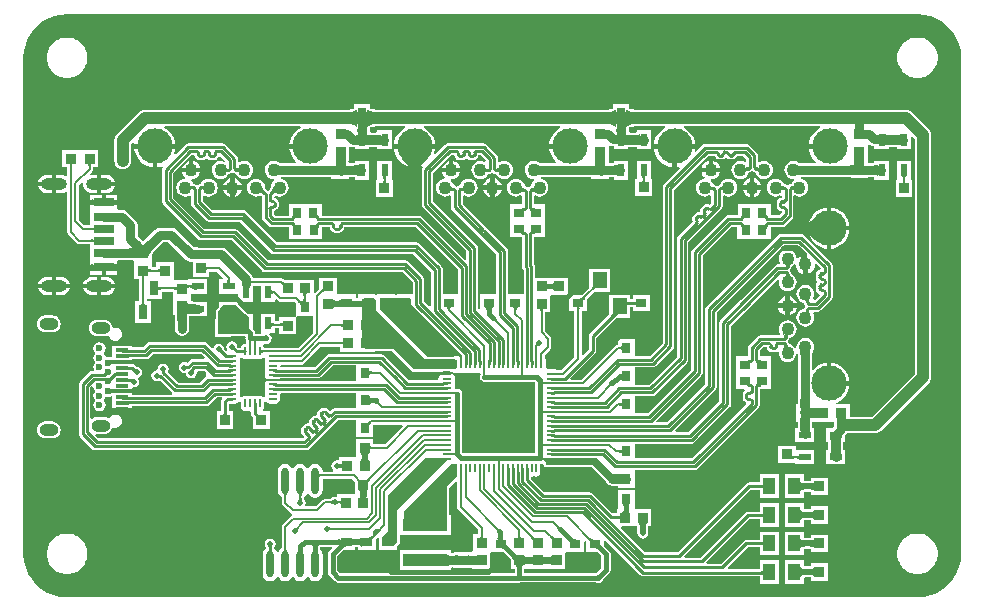
<source format=gbr>
%TF.GenerationSoftware,Altium Limited,Altium Designer,19.0.4 (130)*%
G04 Layer_Physical_Order=1*
G04 Layer_Color=255*
%FSLAX45Y45*%
%MOMM*%
%TF.FileFunction,Copper,L1,Top,Signal*%
%TF.Part,Single*%
G01*
G75*
%TA.AperFunction,Conductor*%
%ADD10C,0.21946*%
%TA.AperFunction,SMDPad,CuDef*%
%ADD11R,1.20000X1.40000*%
%ADD12R,0.60000X1.00000*%
%ADD13R,1.00000X0.60000*%
%ADD14O,0.63000X2.25001*%
%ADD15O,0.20000X0.70000*%
%ADD16O,0.70000X0.20000*%
%ADD17R,2.00000X2.99999*%
%ADD18O,0.80000X0.20000*%
%ADD19O,0.20000X0.80000*%
%ADD20R,5.59999X5.59999*%
%ADD21R,1.01001X0.30000*%
%ADD22R,0.80648X0.86401*%
%ADD23R,0.86401X0.80648*%
%ADD24R,0.70000X1.25001*%
%ADD25R,3.70000X1.10000*%
%ADD26R,1.80000X0.80000*%
%ADD27R,1.00000X1.39954*%
%ADD28R,0.80000X0.90000*%
%ADD29R,0.90000X0.80000*%
%ADD30R,0.80000X1.80000*%
%TA.AperFunction,Conductor*%
%ADD31C,0.38100*%
%ADD32C,0.80000*%
%ADD33C,0.20320*%
%ADD34C,0.50800*%
%ADD35C,0.76200*%
%ADD36C,1.00000*%
%ADD37C,0.25400*%
%ADD38C,0.30000*%
%TA.AperFunction,ComponentPad*%
%ADD39O,1.60000X1.00000*%
%ADD40C,0.60000*%
%ADD41C,2.99999*%
%ADD42C,1.10000*%
%ADD43O,2.20000X1.00000*%
%TA.AperFunction,ViaPad*%
%ADD44C,0.50000*%
%ADD45C,1.27000*%
G36*
X7657810Y4964999D02*
X7714197Y4951462D01*
X7767772Y4929271D01*
X7817216Y4898971D01*
X7861311Y4861311D01*
X7898972Y4817215D01*
X7929271Y4767772D01*
X7951462Y4714197D01*
X7965000Y4657810D01*
X7969418Y4601669D01*
X7969086Y4600000D01*
Y400000D01*
X7969418Y398331D01*
X7965000Y342190D01*
X7951462Y285803D01*
X7929271Y232228D01*
X7898972Y182784D01*
X7861311Y138689D01*
X7817216Y101029D01*
X7767772Y70729D01*
X7714197Y48538D01*
X7657810Y35000D01*
X7601669Y30582D01*
X7600000Y30914D01*
X400000D01*
X398331Y30582D01*
X342190Y35000D01*
X285803Y48538D01*
X232228Y70729D01*
X182784Y101029D01*
X138689Y138689D01*
X101029Y182784D01*
X70729Y232228D01*
X48538Y285803D01*
X35000Y342190D01*
X30582Y398331D01*
X30914Y400000D01*
Y4600000D01*
X30582Y4601669D01*
X35000Y4657810D01*
X48538Y4714196D01*
X70729Y4767771D01*
X101028Y4817215D01*
X138689Y4861310D01*
X182784Y4898971D01*
X232228Y4929270D01*
X285803Y4951461D01*
X342189Y4964998D01*
X398331Y4969417D01*
X400000Y4969085D01*
X7600000Y4969086D01*
X7601669Y4969418D01*
X7657810Y4964999D01*
D02*
G37*
%LPC*%
G36*
X7614774Y4770718D02*
X7585226D01*
X7583225Y4770320D01*
X7581184D01*
X7552205Y4764555D01*
X7550319Y4763774D01*
X7548318Y4763376D01*
X7521020Y4752069D01*
X7519323Y4750935D01*
X7517438Y4750154D01*
X7492870Y4733739D01*
X7491428Y4732296D01*
X7489731Y4731162D01*
X7468837Y4710269D01*
X7467703Y4708571D01*
X7466261Y4707130D01*
X7449845Y4682562D01*
X7449065Y4680677D01*
X7447931Y4678980D01*
X7436623Y4651682D01*
X7436225Y4649680D01*
X7435444Y4647795D01*
X7429680Y4618816D01*
Y4616775D01*
X7429282Y4614774D01*
Y4585226D01*
X7429680Y4583225D01*
Y4581184D01*
X7435444Y4552205D01*
X7436225Y4550319D01*
X7436623Y4548318D01*
X7447931Y4521020D01*
X7449065Y4519323D01*
X7449845Y4517438D01*
X7466261Y4492870D01*
X7467704Y4491428D01*
X7468837Y4489731D01*
X7489731Y4468837D01*
X7491428Y4467703D01*
X7492870Y4466261D01*
X7517438Y4449845D01*
X7519323Y4449065D01*
X7521020Y4447931D01*
X7548318Y4436623D01*
X7550319Y4436225D01*
X7552205Y4435444D01*
X7581184Y4429680D01*
X7583225D01*
X7585226Y4429282D01*
X7614774D01*
X7616775Y4429680D01*
X7618816D01*
X7647795Y4435444D01*
X7649681Y4436225D01*
X7651682Y4436623D01*
X7678980Y4447931D01*
X7680677Y4449065D01*
X7682562Y4449845D01*
X7707130Y4466261D01*
X7708572Y4467704D01*
X7710269Y4468837D01*
X7731162Y4489730D01*
X7732297Y4491428D01*
X7733739Y4492870D01*
X7750154Y4517438D01*
X7750935Y4519323D01*
X7752069Y4521020D01*
X7763376Y4548318D01*
X7763774Y4550319D01*
X7764555Y4552205D01*
X7770320Y4581184D01*
Y4583225D01*
X7770718Y4585226D01*
Y4614774D01*
X7770320Y4616775D01*
Y4618816D01*
X7764555Y4647795D01*
X7763774Y4649681D01*
X7763376Y4651682D01*
X7752069Y4678980D01*
X7750935Y4680677D01*
X7750154Y4682562D01*
X7733739Y4707130D01*
X7732296Y4708572D01*
X7731162Y4710269D01*
X7710269Y4731162D01*
X7708572Y4732297D01*
X7707130Y4733739D01*
X7682562Y4750154D01*
X7680677Y4750935D01*
X7678980Y4752069D01*
X7651682Y4763376D01*
X7649681Y4763774D01*
X7647795Y4764555D01*
X7618816Y4770320D01*
X7616775D01*
X7614774Y4770718D01*
D02*
G37*
G36*
X414773Y4770717D02*
X385226D01*
X383225Y4770319D01*
X381183D01*
X352204Y4764555D01*
X350319Y4763774D01*
X348318Y4763376D01*
X321019Y4752068D01*
X319322Y4750935D01*
X317438Y4750154D01*
X292870Y4733738D01*
X291427Y4732296D01*
X289730Y4731162D01*
X268837Y4710269D01*
X267703Y4708571D01*
X266261Y4707129D01*
X249845Y4682561D01*
X249064Y4680676D01*
X247930Y4678979D01*
X236623Y4651681D01*
X236225Y4649680D01*
X235444Y4647794D01*
X229679Y4618815D01*
Y4616774D01*
X229281Y4614773D01*
Y4585226D01*
X229679Y4583224D01*
Y4581184D01*
X235444Y4552204D01*
X236225Y4550318D01*
X236623Y4548318D01*
X247930Y4521019D01*
X249064Y4519322D01*
X249845Y4517437D01*
X266261Y4492870D01*
X267703Y4491427D01*
X268837Y4489730D01*
X289730Y4468837D01*
X291428Y4467703D01*
X292870Y4466261D01*
X317438Y4449845D01*
X319322Y4449064D01*
X321019Y4447930D01*
X348318Y4436623D01*
X350319Y4436225D01*
X352204Y4435444D01*
X381184Y4429679D01*
X383224D01*
X385226Y4429281D01*
X414773D01*
X416774Y4429679D01*
X418815D01*
X447795Y4435444D01*
X449680Y4436225D01*
X451681Y4436623D01*
X478979Y4447930D01*
X480676Y4449064D01*
X482561Y4449845D01*
X507129Y4466261D01*
X508572Y4467703D01*
X510268Y4468837D01*
X531162Y4489730D01*
X532296Y4491428D01*
X533738Y4492870D01*
X550154Y4517437D01*
X550935Y4519322D01*
X552068Y4521019D01*
X563376Y4548318D01*
X563774Y4550319D01*
X564555Y4552204D01*
X570319Y4581184D01*
Y4583225D01*
X570717Y4585226D01*
Y4614773D01*
X570319Y4616774D01*
Y4618815D01*
X564555Y4647795D01*
X563774Y4649680D01*
X563376Y4651681D01*
X552068Y4678979D01*
X550935Y4680676D01*
X550154Y4682561D01*
X533738Y4707129D01*
X532296Y4708571D01*
X531162Y4710268D01*
X510269Y4731162D01*
X508571Y4732296D01*
X507129Y4733738D01*
X482561Y4750154D01*
X480676Y4750935D01*
X478979Y4752068D01*
X451681Y4763376D01*
X449680Y4763774D01*
X447795Y4764555D01*
X418815Y4770319D01*
X416774D01*
X414773Y4770717D01*
D02*
G37*
G36*
X5160480Y4210480D02*
X5019520D01*
Y4170145D01*
X5017546Y4169187D01*
X5008925Y4166387D01*
X4998107Y4164075D01*
X4968064Y4161094D01*
X4960083Y4160927D01*
X3027917D01*
X3019640Y4161100D01*
X3003778Y4162211D01*
X2990224Y4164004D01*
X2979076Y4166387D01*
X2970454Y4169187D01*
X2968480Y4170145D01*
Y4210480D01*
X2827520D01*
Y4170145D01*
X2825546Y4169187D01*
X2816925Y4166387D01*
X2806107Y4164075D01*
X2776064Y4161094D01*
X2768083Y4160927D01*
X1058000D01*
X1039643Y4158510D01*
X1022536Y4151424D01*
X1007847Y4140153D01*
X819847Y3952153D01*
X808576Y3937464D01*
X801490Y3920357D01*
X799073Y3902000D01*
Y3727000D01*
X801490Y3708643D01*
X808576Y3691537D01*
X819847Y3676847D01*
X834537Y3665576D01*
X851643Y3658490D01*
X870000Y3656073D01*
X888357Y3658490D01*
X905464Y3665576D01*
X920153Y3676847D01*
X931424Y3691537D01*
X938510Y3708643D01*
X940927Y3727000D01*
Y3872621D01*
X957952Y3889646D01*
X969341Y3884641D01*
X970082Y3883816D01*
X968629Y3869060D01*
X1143001D01*
X1317373D01*
X1315863Y3884394D01*
X1305833Y3917457D01*
X1289546Y3947928D01*
X1267627Y3974636D01*
X1240919Y3996555D01*
X1222550Y4006373D01*
X1225732Y4019073D01*
X2374268D01*
X2377450Y4006373D01*
X2359081Y3996555D01*
X2332373Y3974636D01*
X2310454Y3947928D01*
X2294167Y3917457D01*
X2284137Y3884394D01*
X2282627Y3869060D01*
X2456999D01*
Y3830960D01*
X2282627D01*
X2284137Y3815625D01*
X2294167Y3782562D01*
X2310454Y3752091D01*
X2332373Y3725383D01*
X2341135Y3718192D01*
X2336856Y3706234D01*
X2200443D01*
X2187971Y3715804D01*
X2169649Y3723394D01*
X2149987Y3725982D01*
X2130324Y3723394D01*
X2112002Y3715804D01*
X2096268Y3703731D01*
X2084195Y3687997D01*
X2076605Y3669675D01*
X2074017Y3650013D01*
X2076605Y3630350D01*
X2084195Y3612028D01*
X2096268Y3596294D01*
X2112002Y3584221D01*
X2130324Y3576631D01*
X2149987Y3574043D01*
X2152302Y3574347D01*
X2157334Y3562200D01*
X2146280Y3553719D01*
X2134207Y3537985D01*
X2126618Y3519663D01*
X2126412Y3518095D01*
X2122911Y3506225D01*
X2121045Y3500790D01*
X2116942Y3490649D01*
X2115120Y3486890D01*
X2113281Y3483567D01*
X2111568Y3480889D01*
X2110441Y3479392D01*
X2109228Y3478179D01*
X2102230Y3475383D01*
X2093549Y3476250D01*
X2089719Y3480079D01*
X2087158Y3481790D01*
X2085430Y3483519D01*
X2083950Y3485284D01*
X2082027Y3487898D01*
X2080391Y3490466D01*
X2079020Y3492998D01*
X2077896Y3495496D01*
X2076997Y3497985D01*
X2076309Y3500481D01*
X2075819Y3503017D01*
X2075435Y3506410D01*
X2074909Y3508055D01*
X2073381Y3519663D01*
X2065791Y3537985D01*
X2053718Y3553719D01*
X2037984Y3565792D01*
X2019662Y3573381D01*
X2000000Y3575970D01*
X1980337Y3573381D01*
X1962015Y3565792D01*
X1946281Y3553719D01*
X1934208Y3537985D01*
X1926618Y3519663D01*
X1924030Y3500000D01*
X1926618Y3480338D01*
X1934208Y3462015D01*
X1946281Y3446281D01*
X1962015Y3434208D01*
X1980337Y3426619D01*
X2000000Y3424030D01*
X2019662Y3426619D01*
X2037984Y3434208D01*
X2040594Y3434547D01*
X2050771Y3425560D01*
Y3246329D01*
X2050770Y3246328D01*
X2053199Y3234117D01*
X2060116Y3223766D01*
X2109785Y3174097D01*
X2109786Y3174096D01*
X2120137Y3167180D01*
X2132347Y3164751D01*
X2276086D01*
Y3066500D01*
X2557026D01*
Y3165277D01*
X2610703D01*
X2622868Y3163986D01*
X2626462Y3145919D01*
X2636696Y3130603D01*
X2652012Y3120369D01*
X2670079Y3116775D01*
Y3117069D01*
X2700102D01*
Y3116775D01*
X2718169Y3120369D01*
X2733486Y3130603D01*
X2743720Y3145919D01*
X2747314Y3163986D01*
X2759479Y3165277D01*
X3350675D01*
X3710094Y2805858D01*
Y2606279D01*
X3705480Y2595490D01*
X3578552D01*
Y2816281D01*
X3578552Y2816282D01*
X3576123Y2828492D01*
X3569207Y2838843D01*
X3569206Y2838844D01*
X3380009Y3028041D01*
X3369658Y3034958D01*
X3357448Y3037387D01*
X3357446Y3037386D01*
X2176736D01*
X1914098Y3300025D01*
X1903747Y3306941D01*
X1891536Y3309370D01*
X1891535Y3309370D01*
X1630560D01*
X1549229Y3390701D01*
Y3429662D01*
X1560620Y3435279D01*
X1562015Y3434208D01*
X1580338Y3426619D01*
X1600000Y3424030D01*
X1619663Y3426619D01*
X1637985Y3434208D01*
X1653719Y3446281D01*
X1665792Y3462015D01*
X1673382Y3480338D01*
X1675970Y3500000D01*
X1673382Y3519663D01*
X1665792Y3537985D01*
X1653719Y3553719D01*
X1637985Y3565792D01*
X1619663Y3573381D01*
X1600000Y3575970D01*
X1580338Y3573381D01*
X1562015Y3565792D01*
X1546282Y3553719D01*
X1534209Y3537985D01*
X1532933Y3534906D01*
X1530180D01*
X1530179Y3534907D01*
X1517969Y3532478D01*
X1507618Y3525562D01*
X1495764Y3522181D01*
X1492383Y3525561D01*
X1482032Y3532478D01*
X1469822Y3534907D01*
X1469821Y3534906D01*
X1467068D01*
X1465793Y3537985D01*
X1453719Y3553719D01*
X1449811Y3556718D01*
X1449825Y3557530D01*
X1454076Y3569454D01*
X1471002Y3571682D01*
X1490560Y3579784D01*
X1507355Y3592671D01*
X1520242Y3609466D01*
X1528344Y3629024D01*
X1528599Y3630964D01*
X1450012D01*
X1371428D01*
X1371683Y3629024D01*
X1379784Y3609466D01*
X1392672Y3592671D01*
X1398073Y3588526D01*
X1394515Y3575248D01*
X1380338Y3573381D01*
X1362016Y3565792D01*
X1346282Y3553719D01*
X1334209Y3537985D01*
X1326619Y3519663D01*
X1324031Y3500000D01*
X1326619Y3480338D01*
X1334209Y3462015D01*
X1346282Y3446281D01*
X1362016Y3434208D01*
X1380338Y3426619D01*
X1400001Y3424030D01*
X1419663Y3426619D01*
X1437986Y3434208D01*
X1439381Y3435279D01*
X1450772Y3429662D01*
Y3363136D01*
X1450772Y3363134D01*
X1453201Y3350924D01*
X1460117Y3340573D01*
X1580432Y3220258D01*
X1580433Y3220257D01*
X1590784Y3213341D01*
X1602994Y3210912D01*
X1602995Y3210912D01*
X1863970D01*
X2126608Y2948275D01*
X2126608Y2948274D01*
X2136959Y2941358D01*
X2149169Y2938929D01*
X2149170Y2938929D01*
X3329881D01*
X3480094Y2788716D01*
Y2496622D01*
X3468361Y2491761D01*
X3423906Y2536216D01*
Y2724999D01*
X3423906Y2725000D01*
X3421477Y2737210D01*
X3414561Y2747561D01*
X3414560Y2747561D01*
X3286561Y2875561D01*
X3276210Y2882477D01*
X3264000Y2884906D01*
X3263999Y2884906D01*
X2102216D01*
X1842561Y3144561D01*
X1832210Y3151477D01*
X1820000Y3153906D01*
X1819999Y3153906D01*
X1560216D01*
X1299894Y3414228D01*
Y3622772D01*
X1364876Y3687754D01*
X1375642Y3680560D01*
X1371683Y3671001D01*
X1371428Y3669064D01*
X1430962D01*
Y3728598D01*
X1429025Y3728343D01*
X1419466Y3724383D01*
X1412272Y3735150D01*
X1452466Y3775344D01*
X1478422D01*
X1481478Y3759982D01*
X1491010Y3745716D01*
X1505277Y3736184D01*
X1522105Y3732836D01*
Y3733068D01*
X1545778D01*
Y3732836D01*
X1562606Y3736184D01*
X1572417Y3742739D01*
X1581287Y3744727D01*
X1590157Y3742739D01*
X1599968Y3736184D01*
X1616796Y3732836D01*
Y3733068D01*
X1640469D01*
Y3732836D01*
X1657297Y3736184D01*
X1671563Y3745716D01*
X1681096Y3759982D01*
X1682752Y3768309D01*
X1696343Y3771539D01*
X1738576Y3729306D01*
X1731382Y3718539D01*
X1719663Y3723394D01*
X1700000Y3725982D01*
X1680338Y3723394D01*
X1662015Y3715804D01*
X1646281Y3703731D01*
X1634208Y3687997D01*
X1626619Y3669675D01*
X1624030Y3650013D01*
X1626619Y3630350D01*
X1634208Y3612028D01*
X1646281Y3596294D01*
X1662015Y3584221D01*
X1680338Y3576631D01*
X1700000Y3574043D01*
X1719663Y3576631D01*
X1737985Y3584221D01*
X1753719Y3596294D01*
X1765792Y3612028D01*
X1768305Y3618094D01*
X1769820D01*
X1769822Y3618094D01*
X1782032Y3620523D01*
X1792383Y3627439D01*
X1795763Y3630820D01*
X1807617Y3627439D01*
X1817968Y3620523D01*
X1830178Y3618094D01*
X1830179Y3618094D01*
X1831695D01*
X1834208Y3612028D01*
X1846281Y3596294D01*
X1862015Y3584221D01*
X1880337Y3576631D01*
X1900000Y3574043D01*
X1919662Y3576631D01*
X1937985Y3584221D01*
X1953718Y3596294D01*
X1965792Y3612028D01*
X1973381Y3630350D01*
X1975970Y3650013D01*
X1973381Y3669675D01*
X1965792Y3687997D01*
X1953718Y3703731D01*
X1937985Y3715804D01*
X1919662Y3723394D01*
X1900000Y3725982D01*
X1880337Y3723394D01*
X1862015Y3715804D01*
X1860619Y3714733D01*
X1849229Y3720350D01*
Y3744676D01*
X1849229Y3744677D01*
X1846800Y3756887D01*
X1839884Y3767238D01*
X1839883Y3767239D01*
X1742666Y3864457D01*
X1732315Y3871373D01*
X1720105Y3873802D01*
X1720103Y3873801D01*
X1710200D01*
X1709673Y3873906D01*
X1709672Y3873906D01*
X1425004D01*
X1412794Y3871477D01*
X1402443Y3864561D01*
X1402442Y3864560D01*
X1318522Y3780639D01*
X1307292Y3787370D01*
X1315863Y3815625D01*
X1317373Y3830960D01*
X1162051D01*
Y3675638D01*
X1177385Y3677148D01*
X1205640Y3685719D01*
X1212371Y3674489D01*
X1210781Y3672899D01*
X1203865Y3662548D01*
X1201436Y3650338D01*
X1201437Y3650337D01*
Y3386663D01*
X1201436Y3386661D01*
X1203865Y3374451D01*
X1210781Y3364100D01*
X1510088Y3064794D01*
X1510088Y3064793D01*
X1520439Y3057877D01*
X1532649Y3055448D01*
X1532650Y3055449D01*
X1792433D01*
X2052088Y2795794D01*
X2052089Y2795793D01*
X2062440Y2788877D01*
X2074650Y2786448D01*
X3236433D01*
X3325449Y2697434D01*
Y2595490D01*
X3189944D01*
Y2595490D01*
X3187439Y2595098D01*
X3175003Y2595748D01*
Y2595748D01*
X3024043D01*
Y2594149D01*
X3011343Y2587361D01*
X3011134Y2587501D01*
Y2595748D01*
X2860174D01*
Y2564292D01*
X2844480D01*
Y2595490D01*
X2693540D01*
X2692773Y2595621D01*
X2681680Y2597567D01*
Y2739127D01*
X2534320D01*
Y2641469D01*
X2501411Y2608560D01*
X2488711Y2613821D01*
Y2721680D01*
X2347104D01*
X2347103Y2721681D01*
X2338063D01*
Y2721680D01*
X2334403Y2721680D01*
X2237529D01*
X2236234Y2722975D01*
X2226152Y2729712D01*
X2214259Y2732077D01*
X1971890D01*
X1967820Y2752536D01*
X1954488Y2772488D01*
X1749488Y2977488D01*
X1729536Y2990820D01*
X1706000Y2995502D01*
X1473475D01*
X1327489Y3141488D01*
X1307536Y3154820D01*
X1284000Y3159502D01*
X1184000D01*
X1160464Y3154820D01*
X1140512Y3141488D01*
X1044500Y3045477D01*
X996502Y3093475D01*
Y3184000D01*
X991820Y3207536D01*
X978488Y3227488D01*
X910495Y3295482D01*
X890543Y3308814D01*
X867007Y3313495D01*
X831480D01*
Y3322473D01*
X826400D01*
Y3355319D01*
X824970Y3355194D01*
X819209Y3354241D01*
X814216Y3352908D01*
X809992Y3351193D01*
X806535Y3349098D01*
X803847Y3346621D01*
X801927Y3343764D01*
X800775Y3340525D01*
X800391Y3336906D01*
Y3355957D01*
X711000D01*
X621305D01*
Y3336906D01*
X620924Y3340525D01*
X619781Y3343764D01*
X617876Y3346621D01*
X615209Y3349098D01*
X611780Y3351193D01*
X607589Y3352908D01*
X602636Y3354241D01*
X596921Y3355194D01*
X595601Y3355310D01*
Y3322473D01*
X590521D01*
Y3181077D01*
X546873D01*
X501077Y3226872D01*
Y3525128D01*
X524288Y3548338D01*
X536317Y3542406D01*
X534947Y3532006D01*
X537539Y3512322D01*
X545136Y3493980D01*
X557222Y3478230D01*
X572973Y3466144D01*
X591315Y3458546D01*
X610998Y3455955D01*
X651948D01*
Y3532006D01*
Y3608056D01*
X610998D01*
X600597Y3606687D01*
X594665Y3618716D01*
X611975Y3636025D01*
X618712Y3646108D01*
X621077Y3658000D01*
Y3674873D01*
X663680D01*
Y3816480D01*
X516320D01*
Y3816481D01*
X505680D01*
Y3816480D01*
X358320D01*
Y3674873D01*
X402923D01*
Y3601682D01*
X390223Y3595420D01*
X387032Y3597867D01*
X368691Y3605465D01*
X349007Y3608056D01*
X308057D01*
Y3532006D01*
Y3455955D01*
X349007D01*
X368691Y3458546D01*
X387032Y3466144D01*
X390223Y3468592D01*
X402923Y3462329D01*
Y3121000D01*
X405288Y3109107D01*
X412025Y3099025D01*
X482025Y3029025D01*
X492107Y3022288D01*
X504000Y3019923D01*
X590521D01*
Y2979507D01*
Y2877526D01*
X595601D01*
Y2848887D01*
X596413Y2848956D01*
X603017Y2850166D01*
X608605Y2851722D01*
X613177Y2853624D01*
X616733Y2855872D01*
X619273Y2858465D01*
X620797Y2861404D01*
X621305Y2864689D01*
Y2844045D01*
X711000D01*
X800695D01*
Y2864689D01*
X801203Y2861973D01*
X802727Y2859543D01*
X805267Y2857399D01*
X808823Y2855540D01*
X813395Y2853968D01*
X818983Y2852681D01*
X825587Y2851681D01*
X826400Y2851604D01*
Y2877526D01*
X831480D01*
Y2886505D01*
X961658D01*
X970319Y2877843D01*
Y2868804D01*
X970320Y2865143D01*
Y2727196D01*
X1011922D01*
Y2539986D01*
X977519D01*
Y2354025D01*
X1108479D01*
Y2539986D01*
X1074076D01*
Y2554014D01*
X1203480D01*
Y2615918D01*
X1298320D01*
Y2577180D01*
X1298319Y2573520D01*
Y2564480D01*
X1298320Y2560820D01*
Y2422872D01*
X1309487D01*
X1310498Y2394931D01*
Y2307000D01*
X1315180Y2283464D01*
X1328512Y2263512D01*
X1348464Y2250180D01*
X1372000Y2245498D01*
X1395536Y2250180D01*
X1415488Y2263512D01*
X1428820Y2283464D01*
X1433502Y2307000D01*
Y2412498D01*
X1507970D01*
X1513192Y2413537D01*
X1588467D01*
Y2534497D01*
X1513128D01*
X1507988Y2535519D01*
X1507901Y2535502D01*
X1470799D01*
X1456097Y2536406D01*
X1447106Y2537598D01*
X1445680Y2537886D01*
Y2560820D01*
X1445681Y2564480D01*
Y2573520D01*
X1445680Y2577180D01*
Y2603529D01*
X1588478D01*
Y2724489D01*
X1427518D01*
Y2715127D01*
X1311020D01*
X1304986Y2715128D01*
X1302681Y2726873D01*
X1302680Y2736811D01*
Y2868480D01*
X1155320D01*
Y2829077D01*
X1117680D01*
Y2865143D01*
X1117681Y2868804D01*
Y2877844D01*
X1117680Y2881504D01*
Y2936881D01*
X1118728Y2938736D01*
X1124224Y2947071D01*
X1130776Y2955849D01*
X1143138Y2970162D01*
X1209475Y3036498D01*
X1258525D01*
X1404512Y2890512D01*
X1424464Y2877180D01*
X1448000Y2872498D01*
X1462520D01*
Y2745320D01*
X1604127D01*
Y2787923D01*
X1670128D01*
X1721844Y2736207D01*
X1716984Y2724473D01*
X1687517D01*
Y2603513D01*
X1848477D01*
X1850537Y2591666D01*
Y2546324D01*
X1848466Y2534482D01*
X1838644Y2534481D01*
X1687507D01*
Y2493611D01*
X1663761Y2457992D01*
X1662987Y2456116D01*
X1661859Y2454428D01*
X1661458Y2452416D01*
X1660676Y2450520D01*
X1660678Y2448490D01*
X1660282Y2446500D01*
X1660281Y2384480D01*
X1648510D01*
Y2233520D01*
X1789470D01*
Y2241282D01*
X1903244Y2241282D01*
X1910969Y2228582D01*
X1909859Y2223000D01*
X1912914Y2207639D01*
X1918923Y2198646D01*
Y2187352D01*
X1909760Y2179832D01*
X1893965Y2176691D01*
X1880576Y2167744D01*
X1871629Y2154354D01*
X1869861Y2145465D01*
X1851264D01*
X1841988Y2153158D01*
X1838471Y2170841D01*
X1828454Y2185832D01*
X1813463Y2195849D01*
X1795780Y2199366D01*
X1778097Y2195849D01*
X1763106Y2185832D01*
X1753089Y2170841D01*
X1749572Y2153158D01*
X1753089Y2135475D01*
X1755216Y2132292D01*
X1750646Y2117131D01*
X1748261Y2116267D01*
X1745528Y2116706D01*
X1729774Y2132460D01*
X1729475Y2132857D01*
X1729083Y2133460D01*
X1729212Y2134108D01*
X1725695Y2151791D01*
X1715678Y2166782D01*
X1700687Y2176799D01*
X1683004Y2180316D01*
X1665321Y2176799D01*
X1650330Y2166782D01*
X1640313Y2151791D01*
X1638911Y2144738D01*
X1625130Y2140558D01*
X1582481Y2183207D01*
X1572130Y2190123D01*
X1559920Y2192552D01*
X1559919Y2192552D01*
X1099211D01*
X1087001Y2190123D01*
X1076650Y2183207D01*
X1076650Y2183206D01*
X1041662Y2148219D01*
X945986D01*
Y2169476D01*
X788339D01*
X787750Y2163583D01*
X784707Y2163509D01*
X784025Y2163438D01*
Y2069934D01*
X779296Y2064723D01*
X779157Y2064609D01*
X776438Y2062826D01*
X775132Y2062252D01*
X771862Y2061119D01*
X771602Y2061186D01*
X771036Y2061403D01*
X763629Y2066352D01*
X743995Y2070258D01*
X736303Y2068728D01*
X721411Y2078493D01*
X721390Y2078599D01*
X713880Y2089838D01*
X710279Y2102706D01*
X721400Y2119351D01*
X725306Y2138985D01*
X721400Y2158619D01*
X710279Y2175263D01*
X693634Y2186385D01*
X674000Y2190291D01*
X654366Y2186385D01*
X637722Y2175263D01*
X626600Y2158619D01*
X622694Y2138985D01*
X626600Y2119351D01*
X637722Y2102706D01*
X634106Y2089848D01*
X626590Y2078599D01*
X622684Y2058965D01*
X626590Y2039331D01*
X634084Y2028114D01*
X637727Y2015274D01*
X626605Y1998629D01*
X622700Y1978995D01*
X626298Y1960904D01*
X624907Y1956185D01*
X620641Y1948204D01*
X611247D01*
X611246Y1948204D01*
X599036Y1945775D01*
X588685Y1938859D01*
X588684Y1938858D01*
X508439Y1858613D01*
X501523Y1848262D01*
X499094Y1836052D01*
X499094Y1836051D01*
Y1415001D01*
X499094Y1415000D01*
X501523Y1402790D01*
X508439Y1392439D01*
X612799Y1288080D01*
X612799Y1288079D01*
X623150Y1281163D01*
X635360Y1278734D01*
X635361Y1278734D01*
X2423635D01*
X2423636Y1278734D01*
X2435846Y1281163D01*
X2446197Y1288079D01*
X2691766Y1533648D01*
X2850256D01*
Y1387052D01*
X2991216D01*
Y1491805D01*
X3238262D01*
X3243122Y1480072D01*
X3091813Y1328763D01*
X2991301D01*
Y1371366D01*
X2849693D01*
Y1227803D01*
X2842139Y1220419D01*
X2839080Y1218966D01*
X2699046D01*
Y1197091D01*
X2689229Y1189034D01*
X2684526Y1189970D01*
X2666843Y1186453D01*
X2651852Y1176436D01*
X2641835Y1161445D01*
X2638318Y1143762D01*
X2641835Y1126079D01*
X2651852Y1111088D01*
X2655310Y1108777D01*
X2651458Y1096077D01*
X2564078D01*
Y1097956D01*
X2559268Y1122139D01*
X2545569Y1142641D01*
X2525067Y1156340D01*
X2500884Y1161150D01*
X2476701Y1156340D01*
X2456199Y1142641D01*
X2444440Y1125042D01*
X2440639Y1124135D01*
X2434129D01*
X2430328Y1125042D01*
X2418569Y1142641D01*
X2398067Y1156340D01*
X2373884Y1161150D01*
X2349701Y1156340D01*
X2329199Y1142641D01*
X2317440Y1125042D01*
X2313639Y1124135D01*
X2307129D01*
X2303328Y1125042D01*
X2291569Y1142641D01*
X2271067Y1156340D01*
X2246884Y1161150D01*
X2222701Y1156340D01*
X2202199Y1142641D01*
X2188500Y1122139D01*
X2183690Y1097956D01*
Y935954D01*
X2188500Y911771D01*
X2202199Y891269D01*
X2215807Y882177D01*
Y832116D01*
X2218172Y820223D01*
X2224909Y810141D01*
X2286897Y748153D01*
X2296979Y741416D01*
X2304957Y739829D01*
Y726881D01*
X2304107Y726712D01*
X2294025Y719975D01*
X2224909Y650859D01*
X2218172Y640777D01*
X2215807Y628884D01*
Y445735D01*
X2202199Y436643D01*
X2190440Y419044D01*
X2186639Y418137D01*
X2180129D01*
X2176328Y419044D01*
X2164569Y436643D01*
X2160934Y439072D01*
X2153674Y449326D01*
X2163691Y464317D01*
X2167208Y482000D01*
X2163691Y499683D01*
X2153674Y514674D01*
X2138683Y524691D01*
X2121000Y528208D01*
X2103317Y524691D01*
X2088326Y514674D01*
X2078310Y499683D01*
X2074792Y482000D01*
X2078310Y464317D01*
X2088326Y449326D01*
X2080377Y440102D01*
X2075199Y436643D01*
X2061500Y416141D01*
X2056690Y391958D01*
Y229956D01*
X2061500Y205773D01*
X2075199Y185271D01*
X2095701Y171572D01*
X2119884Y166762D01*
X2144067Y171572D01*
X2164569Y185271D01*
X2176328Y202870D01*
X2180129Y203777D01*
X2186639D01*
X2190440Y202870D01*
X2202199Y185271D01*
X2222701Y171572D01*
X2246884Y166762D01*
X2271067Y171572D01*
X2291569Y185271D01*
X2303328Y202870D01*
X2307129Y203777D01*
X2313639D01*
X2317440Y202870D01*
X2329199Y185271D01*
X2349701Y171572D01*
X2373884Y166762D01*
X2398067Y171572D01*
X2418569Y185271D01*
X2430328Y202870D01*
X2434129Y203777D01*
X2440639D01*
X2444440Y202870D01*
X2456199Y185271D01*
X2476701Y171572D01*
X2500884Y166762D01*
X2525067Y171572D01*
X2545569Y185271D01*
X2559268Y205773D01*
X2564078Y229956D01*
Y391958D01*
X2559268Y416141D01*
X2545569Y436643D01*
X2541452Y439393D01*
X2541141Y443999D01*
Y449232D01*
X2541712Y452463D01*
X2542568Y455033D01*
X2543443Y456657D01*
X2544298Y457702D01*
X2545343Y458557D01*
X2546967Y459432D01*
X2549537Y460288D01*
X2552769Y460859D01*
X2640759D01*
X2645620Y449125D01*
X2619616Y423122D01*
X2610914Y410099D01*
X2607859Y394737D01*
Y246000D01*
X2610914Y230639D01*
X2619616Y217616D01*
X2669416Y167816D01*
X2682439Y159114D01*
X2697800Y156059D01*
X4227538D01*
X4231560Y156859D01*
X4875502D01*
X4879317Y154310D01*
X4897000Y150792D01*
X4914683Y154310D01*
X4929674Y164326D01*
X4939691Y179317D01*
X4940586Y183817D01*
X4991384Y234616D01*
X5000086Y247639D01*
X5003141Y263000D01*
Y398465D01*
X5000086Y413827D01*
X4991384Y426850D01*
X4949775Y468458D01*
X4945675Y472869D01*
Y509610D01*
X4957408Y514470D01*
X5253439Y218440D01*
X5253439Y218439D01*
X5263790Y211523D01*
X5276000Y209094D01*
X5276001Y209094D01*
X6265246D01*
Y145541D01*
X6426206D01*
Y346455D01*
X6265246D01*
Y272906D01*
X5998621D01*
X5993761Y284639D01*
X6164839Y455717D01*
X6265246D01*
Y387166D01*
X6426206D01*
Y588080D01*
X6265246D01*
Y519529D01*
X6151624D01*
X6151623Y519529D01*
X6139413Y517100D01*
X6129062Y510184D01*
X6129061Y510183D01*
X5935784Y316906D01*
X5815622D01*
X5810761Y328639D01*
X6175216Y693094D01*
X6265246D01*
Y628791D01*
X6426206D01*
Y829705D01*
X6265246D01*
Y756906D01*
X6162001D01*
X6162000Y756906D01*
X6149790Y754477D01*
X6139439Y747561D01*
X6139439Y747560D01*
X5758784Y366906D01*
X5628622D01*
X5623761Y378639D01*
X6185216Y940094D01*
X6265246D01*
Y870416D01*
X6426206D01*
Y1071330D01*
X6265246D01*
Y1003906D01*
X6179000D01*
X6166790Y1001477D01*
X6166344Y1001179D01*
X6157790Y999477D01*
X6147439Y992561D01*
X5570784Y415906D01*
X5293204D01*
X5089420Y619690D01*
X5094280Y631424D01*
X5190946D01*
X5194606Y631423D01*
X5203646D01*
X5207306Y631424D01*
X5227386D01*
X5227834Y625198D01*
Y573211D01*
X5227792Y573000D01*
X5231310Y555317D01*
X5231369Y555228D01*
X5231382Y555161D01*
X5241488Y540038D01*
X5256611Y529933D01*
X5274450Y526385D01*
X5292289Y529933D01*
X5307412Y540038D01*
X5317517Y555161D01*
X5321065Y573000D01*
Y626643D01*
X5321121Y628374D01*
X5321413Y631424D01*
X5345253D01*
Y778784D01*
X5208219D01*
X5206843Y790914D01*
X5206843Y791485D01*
Y941874D01*
X5065883D01*
Y790914D01*
X5065882D01*
X5064506Y778784D01*
X5052999D01*
Y742852D01*
X5015254D01*
X4846342Y911764D01*
X4835991Y918680D01*
X4823781Y921109D01*
X4823780Y921109D01*
X4440013D01*
X4327793Y1033329D01*
X4328249Y1046903D01*
X4334078Y1051686D01*
X4349873Y1054828D01*
X4354081Y1057640D01*
X4358289Y1054828D01*
X4374083Y1051686D01*
X4389878Y1054828D01*
X4403268Y1063775D01*
X4412214Y1077165D01*
X4415356Y1092959D01*
Y1152959D01*
X4414105Y1159250D01*
X4415071Y1161366D01*
X4423299Y1163702D01*
X4433372Y1157307D01*
X4434635Y1150958D01*
X4435416Y1149073D01*
X4435814Y1147072D01*
X4436948Y1145375D01*
X4437729Y1143490D01*
X4439171Y1142047D01*
X4440305Y1140350D01*
X4442002Y1139216D01*
X4443445Y1137773D01*
X4445330Y1136992D01*
X4447027Y1135859D01*
X4449028Y1135461D01*
X4450914Y1134680D01*
X4452954D01*
X4454955Y1134282D01*
X4842418D01*
X4959846Y1016854D01*
X4960970Y1011206D01*
X4973881Y991881D01*
X4974609Y991153D01*
X4993933Y978242D01*
X5016728Y973707D01*
X5057771D01*
X5065883Y973330D01*
Y957792D01*
X5206843D01*
Y1108752D01*
X5219401Y1109094D01*
X5714999D01*
X5715000Y1109094D01*
X5727210Y1111523D01*
X5737561Y1118439D01*
X6253255Y1634133D01*
X6253256Y1634134D01*
X6260172Y1644485D01*
X6262601Y1656695D01*
Y1791569D01*
X6361218D01*
Y1931548D01*
Y2072508D01*
X6262553D01*
Y2117435D01*
X6295890Y2150772D01*
X6324087D01*
X6327228Y2134983D01*
X6336760Y2120716D01*
X6351026Y2111184D01*
X6367855Y2107837D01*
Y2108068D01*
X6391527D01*
Y2107837D01*
X6408356Y2111184D01*
X6413111Y2114361D01*
X6424951Y2106999D01*
X6424030Y2100001D01*
X6426619Y2080338D01*
X6434208Y2062016D01*
X6446281Y2046282D01*
X6462015Y2034209D01*
X6480338Y2026620D01*
X6500000Y2024031D01*
X6519662Y2026620D01*
X6537985Y2034209D01*
X6553719Y2046282D01*
X6565792Y2062016D01*
X6573381Y2080338D01*
X6574405Y2088116D01*
X6587105Y2087283D01*
Y1667480D01*
X6573510D01*
Y1516520D01*
X6586041D01*
X6587105Y1497547D01*
Y1482452D01*
X6586073Y1467478D01*
X6565533D01*
Y1346519D01*
X6726493D01*
Y1467478D01*
X6707540D01*
X6706234Y1488697D01*
Y1516520D01*
X6714470D01*
Y1523275D01*
X6722105Y1525976D01*
X6733196Y1517407D01*
Y1517320D01*
X6871143D01*
X6874804Y1517320D01*
X6883844D01*
X6887504Y1517320D01*
X6894679D01*
X6895083Y1501288D01*
Y1478320D01*
X6884226Y1467463D01*
X6825532D01*
Y1346503D01*
X6845007D01*
X6846435Y1324575D01*
Y1291793D01*
X6845502Y1277471D01*
X6825522D01*
Y1156511D01*
X6986482D01*
Y1277471D01*
X6966996D01*
X6965564Y1299418D01*
Y1332166D01*
X6966500Y1346503D01*
X6986492D01*
Y1401255D01*
X6996765Y1411528D01*
X6996766Y1411529D01*
X7001807Y1419073D01*
X7242000D01*
X7260357Y1421490D01*
X7277463Y1428576D01*
X7292153Y1439847D01*
X7298152Y1445846D01*
X7298153Y1445847D01*
X7696153Y1843847D01*
X7707425Y1858537D01*
X7714510Y1875643D01*
X7716927Y1894000D01*
X7716927Y1894002D01*
Y3945000D01*
X7714510Y3963357D01*
X7707425Y3980463D01*
X7696153Y3995153D01*
X7696152Y3995154D01*
X7551153Y4140153D01*
X7536464Y4151424D01*
X7519358Y4158510D01*
X7501000Y4160927D01*
X5219917D01*
X5211640Y4161100D01*
X5195778Y4162211D01*
X5182224Y4164004D01*
X5171076Y4166387D01*
X5162453Y4169187D01*
X5160480Y4170145D01*
Y4210480D01*
D02*
G37*
G36*
X1123951Y3830960D02*
X968629D01*
X970139Y3815625D01*
X980169Y3782562D01*
X996456Y3752091D01*
X1018375Y3725383D01*
X1045083Y3703465D01*
X1075554Y3687177D01*
X1108617Y3677148D01*
X1123951Y3675638D01*
Y3830960D01*
D02*
G37*
G36*
X1469062Y3728598D02*
Y3669064D01*
X1528599D01*
X1528344Y3671001D01*
X1520242Y3690559D01*
X1507355Y3707354D01*
X1490560Y3720241D01*
X1471002Y3728343D01*
X1469062Y3728598D01*
D02*
G37*
G36*
X730998Y3608056D02*
X690048D01*
Y3551056D01*
X804540D01*
X804457Y3551689D01*
X796859Y3570031D01*
X784774Y3585781D01*
X769023Y3597867D01*
X750681Y3605465D01*
X730998Y3608056D01*
D02*
G37*
G36*
X269957D02*
X229007D01*
X209324Y3605465D01*
X190982Y3597867D01*
X175232Y3585781D01*
X163146Y3570031D01*
X155548Y3551689D01*
X155465Y3551056D01*
X269957D01*
Y3608056D01*
D02*
G37*
G36*
X1819051Y3578585D02*
Y3519051D01*
X1878585D01*
X1878330Y3520989D01*
X1870229Y3540547D01*
X1857342Y3557342D01*
X1840547Y3570229D01*
X1820988Y3578330D01*
X1819051Y3578585D01*
D02*
G37*
G36*
X1780951Y3578586D02*
X1779011Y3578330D01*
X1759453Y3570229D01*
X1742658Y3557342D01*
X1729771Y3540547D01*
X1721670Y3520989D01*
X1721415Y3519051D01*
X1780951D01*
Y3578586D01*
D02*
G37*
G36*
X804540Y3512956D02*
X690048D01*
Y3455955D01*
X730998D01*
X750681Y3458546D01*
X769023Y3466144D01*
X784774Y3478230D01*
X796859Y3493980D01*
X804457Y3512322D01*
X804540Y3512956D01*
D02*
G37*
G36*
X269957D02*
X155465D01*
X155548Y3512322D01*
X163146Y3493980D01*
X175232Y3478230D01*
X190982Y3466144D01*
X209324Y3458546D01*
X229007Y3455955D01*
X269957D01*
Y3512956D01*
D02*
G37*
G36*
X1878586Y3480951D02*
X1819051D01*
Y3421415D01*
X1820988Y3421670D01*
X1840547Y3429771D01*
X1857342Y3442658D01*
X1870229Y3459453D01*
X1878330Y3479012D01*
X1878586Y3480951D01*
D02*
G37*
G36*
X1780951D02*
X1721414D01*
X1721670Y3479012D01*
X1729771Y3459453D01*
X1742658Y3442658D01*
X1759453Y3429771D01*
X1779011Y3421670D01*
X1780951Y3421415D01*
Y3480951D01*
D02*
G37*
G36*
X826400Y3440406D02*
X730050D01*
Y3394057D01*
X800391D01*
Y3413106D01*
X800775Y3409486D01*
X801927Y3406248D01*
X803847Y3403390D01*
X806535Y3400914D01*
X809992Y3398818D01*
X814216Y3397104D01*
X819209Y3395770D01*
X824970Y3394818D01*
X826400Y3394692D01*
Y3440406D01*
D02*
G37*
G36*
X691950D02*
X595601D01*
Y3394701D01*
X596921Y3394818D01*
X602636Y3395770D01*
X607589Y3397104D01*
X611780Y3398818D01*
X615209Y3400914D01*
X617876Y3403390D01*
X619781Y3406248D01*
X620924Y3409486D01*
X621305Y3413106D01*
Y3394057D01*
X691950D01*
Y3440406D01*
D02*
G37*
G36*
Y2805945D02*
X621305D01*
Y2785299D01*
X620797Y2787446D01*
X619273Y2789367D01*
X616733Y2791062D01*
X613177Y2792532D01*
X608605Y2793775D01*
X603017Y2794792D01*
X596413Y2795583D01*
X595601Y2795628D01*
Y2759594D01*
X691950D01*
Y2805945D01*
D02*
G37*
G36*
X800695D02*
X730050D01*
Y2759594D01*
X826400D01*
Y2798365D01*
X825587Y2798308D01*
X818983Y2797307D01*
X813395Y2796020D01*
X808823Y2794448D01*
X805267Y2792590D01*
X802727Y2790445D01*
X801203Y2788015D01*
X800695Y2785299D01*
Y2805945D01*
D02*
G37*
G36*
X730993Y2744045D02*
X690043D01*
Y2687044D01*
X804535D01*
X804452Y2687678D01*
X796854Y2706019D01*
X784769Y2721770D01*
X769018Y2733856D01*
X750676Y2741453D01*
X730993Y2744045D01*
D02*
G37*
G36*
X651943D02*
X610993D01*
X591309Y2741453D01*
X572968Y2733856D01*
X557217Y2721770D01*
X545131Y2706019D01*
X537534Y2687678D01*
X537450Y2687044D01*
X651943D01*
Y2744045D01*
D02*
G37*
G36*
X349002D02*
X308052D01*
Y2687044D01*
X422545D01*
X422461Y2687678D01*
X414864Y2706019D01*
X402778Y2721770D01*
X387027Y2733856D01*
X368686Y2741453D01*
X349002Y2744045D01*
D02*
G37*
G36*
X269952D02*
X229002D01*
X209319Y2741453D01*
X190977Y2733856D01*
X175226Y2721770D01*
X163141Y2706019D01*
X155543Y2687678D01*
X155460Y2687044D01*
X269952D01*
Y2744045D01*
D02*
G37*
G36*
X804535Y2648944D02*
X690043D01*
Y2591944D01*
X730993D01*
X750676Y2594535D01*
X769018Y2602132D01*
X784769Y2614218D01*
X796854Y2629969D01*
X804452Y2648311D01*
X804535Y2648944D01*
D02*
G37*
G36*
X651943D02*
X537450D01*
X537534Y2648311D01*
X545131Y2629969D01*
X557217Y2614218D01*
X572968Y2602132D01*
X591309Y2594535D01*
X610993Y2591944D01*
X651943D01*
Y2648944D01*
D02*
G37*
G36*
X422545D02*
X308052D01*
Y2591944D01*
X349002D01*
X368686Y2594535D01*
X387027Y2602132D01*
X402778Y2614218D01*
X414864Y2629969D01*
X422461Y2648311D01*
X422545Y2648944D01*
D02*
G37*
G36*
X269952D02*
X155460D01*
X155543Y2648311D01*
X163141Y2629969D01*
X175226Y2614218D01*
X190977Y2602132D01*
X209319Y2594535D01*
X229002Y2591944D01*
X269952D01*
Y2648944D01*
D02*
G37*
G36*
X274992Y2418926D02*
X214992D01*
X196635Y2416509D01*
X179528Y2409423D01*
X164839Y2398152D01*
X153567Y2383462D01*
X146482Y2366356D01*
X144065Y2347999D01*
X146482Y2329642D01*
X153567Y2312535D01*
X164839Y2297846D01*
X179528Y2286575D01*
X196635Y2279489D01*
X214992Y2277072D01*
X274992D01*
X293349Y2279489D01*
X310455Y2286575D01*
X325144Y2297846D01*
X336416Y2312535D01*
X343501Y2329642D01*
X345918Y2347999D01*
X343501Y2366356D01*
X336416Y2383462D01*
X325144Y2398152D01*
X310455Y2409423D01*
X293349Y2416509D01*
X274992Y2418926D01*
D02*
G37*
G36*
X714005Y2382908D02*
X654005D01*
X635648Y2380492D01*
X618542Y2373406D01*
X603852Y2362134D01*
X592581Y2347445D01*
X585495Y2330339D01*
X583079Y2311982D01*
X585495Y2293625D01*
X592581Y2276518D01*
X603852Y2261829D01*
X618542Y2250557D01*
X635648Y2243472D01*
X654005Y2241055D01*
X714005D01*
X732362Y2243472D01*
X741297Y2247173D01*
X753661Y2244377D01*
X756442Y2240278D01*
X760185Y2231242D01*
X764676Y2224521D01*
X774522Y2214675D01*
X781243Y2210184D01*
X794108Y2204855D01*
X802036Y2203278D01*
X815961D01*
X823889Y2204855D01*
X836753Y2210184D01*
X843475Y2214675D01*
X853321Y2224521D01*
X857812Y2231242D01*
X863141Y2244106D01*
X864718Y2252035D01*
Y2265959D01*
X863141Y2273888D01*
X857812Y2286752D01*
X853321Y2293473D01*
X843475Y2303320D01*
X836754Y2307811D01*
X823889Y2313139D01*
X815961Y2314716D01*
X802036D01*
X797500Y2313814D01*
X788447Y2318162D01*
X783546Y2322511D01*
X782515Y2330339D01*
X775429Y2347445D01*
X764158Y2362134D01*
X749469Y2373406D01*
X732362Y2380492D01*
X714005Y2382908D01*
D02*
G37*
G36*
X274992Y1520909D02*
X214992D01*
X196635Y1518492D01*
X179528Y1511406D01*
X164839Y1500135D01*
X153567Y1485445D01*
X146482Y1468339D01*
X144065Y1449982D01*
X146482Y1431625D01*
X153567Y1414518D01*
X164839Y1399829D01*
X179528Y1388558D01*
X196635Y1381472D01*
X214992Y1379055D01*
X274992D01*
X293349Y1381472D01*
X310455Y1388558D01*
X325144Y1399829D01*
X336416Y1414518D01*
X343501Y1431625D01*
X345918Y1449982D01*
X343501Y1468339D01*
X336416Y1485445D01*
X325144Y1500135D01*
X310455Y1511406D01*
X293349Y1518492D01*
X274992Y1520909D01*
D02*
G37*
G36*
X6567680Y1312156D02*
X6420320D01*
Y1170549D01*
X6565523D01*
Y1156527D01*
X6726483D01*
Y1277486D01*
X6567680D01*
Y1312156D01*
D02*
G37*
G36*
X6636264Y1071330D02*
X6475304D01*
Y870416D01*
X6636264D01*
Y923188D01*
X6640483Y923887D01*
X6644698Y924257D01*
X6693874D01*
X6696019Y924127D01*
X6699558Y923720D01*
Y897192D01*
X6841165D01*
Y1044553D01*
X6699558D01*
Y1018134D01*
X6692052Y1017488D01*
X6644698D01*
X6640483Y1017858D01*
X6636264Y1018557D01*
Y1071330D01*
D02*
G37*
G36*
Y829705D02*
X6475304D01*
Y628791D01*
X6636264D01*
Y681563D01*
X6640483Y682262D01*
X6644698Y682632D01*
X6693874D01*
X6696019Y682502D01*
X6699558Y682095D01*
Y655567D01*
X6841165D01*
Y802928D01*
X6699558D01*
Y776509D01*
X6692052Y775863D01*
X6644698D01*
X6640483Y776233D01*
X6636264Y776932D01*
Y829705D01*
D02*
G37*
G36*
Y588080D02*
X6475304D01*
Y387166D01*
X6636264D01*
Y439938D01*
X6640483Y440637D01*
X6644698Y441007D01*
X6693874D01*
X6696019Y440877D01*
X6699558Y440471D01*
Y413943D01*
X6841165D01*
Y561303D01*
X6699558D01*
Y534885D01*
X6692052Y534238D01*
X6644698D01*
X6640483Y534608D01*
X6636264Y535307D01*
Y588080D01*
D02*
G37*
G36*
X7614774Y570718D02*
X7585226D01*
X7583225Y570320D01*
X7581184D01*
X7552205Y564555D01*
X7550319Y563774D01*
X7548318Y563376D01*
X7521020Y552069D01*
X7519323Y550935D01*
X7517438Y550154D01*
X7492870Y533739D01*
X7491428Y532296D01*
X7489731Y531162D01*
X7468837Y510269D01*
X7467703Y508572D01*
X7466261Y507130D01*
X7449845Y482562D01*
X7449065Y480677D01*
X7447931Y478980D01*
X7436623Y451682D01*
X7436225Y449680D01*
X7435444Y447795D01*
X7429680Y418816D01*
Y416775D01*
X7429282Y414774D01*
Y385226D01*
X7429680Y383225D01*
Y381184D01*
X7435444Y352205D01*
X7436225Y350319D01*
X7436623Y348318D01*
X7447931Y321020D01*
X7449065Y319323D01*
X7449845Y317438D01*
X7466261Y292870D01*
X7467704Y291428D01*
X7468837Y289731D01*
X7489731Y268837D01*
X7491428Y267703D01*
X7492870Y266261D01*
X7517438Y249845D01*
X7519323Y249065D01*
X7521020Y247931D01*
X7548318Y236623D01*
X7550319Y236225D01*
X7552205Y235444D01*
X7581184Y229680D01*
X7583225D01*
X7585226Y229282D01*
X7614774D01*
X7616775Y229680D01*
X7618816D01*
X7647795Y235444D01*
X7649681Y236225D01*
X7651682Y236623D01*
X7678980Y247931D01*
X7680677Y249065D01*
X7682562Y249845D01*
X7707130Y266261D01*
X7708572Y267704D01*
X7710269Y268837D01*
X7731162Y289730D01*
X7732297Y291428D01*
X7733739Y292870D01*
X7750154Y317438D01*
X7750935Y319323D01*
X7752069Y321020D01*
X7763376Y348318D01*
X7763774Y350319D01*
X7764555Y352205D01*
X7770320Y381184D01*
Y383225D01*
X7770718Y385226D01*
Y414774D01*
X7770320Y416775D01*
Y418816D01*
X7764555Y447795D01*
X7763774Y449681D01*
X7763376Y451682D01*
X7752069Y478980D01*
X7750935Y480677D01*
X7750154Y482562D01*
X7733739Y507130D01*
X7732296Y508572D01*
X7731162Y510269D01*
X7710269Y531162D01*
X7708572Y532297D01*
X7707130Y533739D01*
X7682562Y550154D01*
X7680677Y550935D01*
X7678980Y552069D01*
X7651682Y563376D01*
X7649681Y563774D01*
X7647795Y564555D01*
X7618816Y570320D01*
X7616775D01*
X7614774Y570718D01*
D02*
G37*
G36*
X414774D02*
X385226D01*
X383225Y570320D01*
X381184D01*
X352205Y564555D01*
X350319Y563774D01*
X348318Y563376D01*
X321020Y552069D01*
X319323Y550935D01*
X317438Y550154D01*
X292870Y533739D01*
X291428Y532296D01*
X289731Y531162D01*
X268837Y510269D01*
X267703Y508572D01*
X266261Y507130D01*
X249845Y482562D01*
X249065Y480677D01*
X247931Y478980D01*
X236623Y451682D01*
X236225Y449680D01*
X235444Y447795D01*
X229680Y418816D01*
Y416775D01*
X229282Y414774D01*
Y385226D01*
X229680Y383225D01*
Y381184D01*
X235444Y352205D01*
X236225Y350319D01*
X236623Y348318D01*
X247931Y321020D01*
X249065Y319323D01*
X249845Y317438D01*
X266261Y292870D01*
X267704Y291428D01*
X268837Y289731D01*
X289730Y268837D01*
X291428Y267703D01*
X292870Y266261D01*
X317438Y249845D01*
X319323Y249065D01*
X321020Y247931D01*
X348318Y236623D01*
X350319Y236225D01*
X352205Y235444D01*
X381184Y229680D01*
X383225D01*
X385226Y229282D01*
X414774D01*
X416775Y229680D01*
X418816D01*
X447795Y235444D01*
X449681Y236225D01*
X451682Y236623D01*
X478980Y247931D01*
X480677Y249065D01*
X482562Y249845D01*
X507130Y266261D01*
X508572Y267704D01*
X510269Y268837D01*
X531162Y289730D01*
X532297Y291428D01*
X533739Y292870D01*
X550154Y317438D01*
X550935Y319323D01*
X552069Y321020D01*
X563376Y348318D01*
X563774Y350319D01*
X564555Y352205D01*
X570320Y381184D01*
Y383225D01*
X570718Y385226D01*
Y414774D01*
X570320Y416775D01*
Y418816D01*
X564555Y447795D01*
X563774Y449681D01*
X563376Y451682D01*
X552069Y478980D01*
X550935Y480677D01*
X550154Y482562D01*
X533739Y507130D01*
X532296Y508572D01*
X531162Y510269D01*
X510269Y531162D01*
X508572Y532297D01*
X507130Y533739D01*
X482562Y550154D01*
X480677Y550935D01*
X478980Y552069D01*
X451682Y563376D01*
X449681Y563774D01*
X447795Y564555D01*
X418816Y570320D01*
X416775D01*
X414774Y570718D01*
D02*
G37*
G36*
X6636264Y346455D02*
X6475304D01*
Y145541D01*
X6636264D01*
Y198314D01*
X6640483Y199013D01*
X6644698Y199382D01*
X6693874D01*
X6696019Y199252D01*
X6699558Y198846D01*
Y172318D01*
X6841165D01*
Y319678D01*
X6699558D01*
Y293260D01*
X6692052Y292614D01*
X6644698D01*
X6640483Y292983D01*
X6636264Y293682D01*
Y346455D01*
D02*
G37*
%LPD*%
G36*
X5130695Y4172153D02*
X5133695Y4165405D01*
X5138695Y4159450D01*
X5145695Y4154290D01*
X5154695Y4149924D01*
X5165695Y4146351D01*
X5178695Y4143573D01*
X5193695Y4141588D01*
X5210695Y4140397D01*
X5229695Y4140000D01*
Y4040000D01*
X5210695Y4039603D01*
X5178695Y4036427D01*
X5165695Y4033649D01*
X5154695Y4030076D01*
X5145695Y4025710D01*
X5138695Y4020549D01*
X5133695Y4014595D01*
X5130695Y4007847D01*
X5129695Y4000305D01*
Y4179695D01*
X5130695Y4172153D01*
D02*
G37*
G36*
X2938695D02*
X2941695Y4165405D01*
X2946695Y4159450D01*
X2953695Y4154290D01*
X2962695Y4149924D01*
X2973695Y4146351D01*
X2986695Y4143573D01*
X3001695Y4141588D01*
X3018695Y4140397D01*
X3037695Y4140000D01*
Y4040000D01*
X3018695Y4039603D01*
X2986695Y4036427D01*
X2973695Y4033649D01*
X2962695Y4030076D01*
X2953695Y4025710D01*
X2946695Y4020549D01*
X2941695Y4014595D01*
X2938695Y4007847D01*
X2937695Y4000305D01*
X2937394Y3999543D01*
X2937124Y3997257D01*
X2936886Y3993447D01*
X2936391Y3949277D01*
X2939904Y3948283D01*
X2946762Y3947008D01*
X2955144Y3945963D01*
X2976480Y3944571D01*
X2996689Y3944230D01*
X3039264Y3947005D01*
X3046122Y3948280D01*
X3051456Y3949787D01*
X3055266Y3951525D01*
X3057552Y3953495D01*
X3058314Y3955697D01*
Y3856307D01*
X3057552Y3858511D01*
X3055266Y3860483D01*
X3051456Y3862223D01*
X3046122Y3863731D01*
X3039264Y3865007D01*
X3030882Y3866051D01*
X3009546Y3867443D01*
X2989336Y3867785D01*
X2946762Y3865010D01*
X2939904Y3863735D01*
X2934570Y3862228D01*
X2930760Y3860490D01*
X2928474Y3858520D01*
X2927712Y3856317D01*
Y3924105D01*
X2868322D01*
Y3857678D01*
X2867869Y3859050D01*
X2866509Y3860278D01*
X2864243Y3861361D01*
X2861070Y3862300D01*
X2856991Y3863095D01*
X2852006Y3863745D01*
X2839316Y3864611D01*
X2823000Y3864900D01*
Y3941100D01*
X2831611Y3941172D01*
X2856991Y3942905D01*
X2859503Y3943395D01*
X2858305Y4000305D01*
X2857305Y4007847D01*
X2854305Y4014595D01*
X2849305Y4020549D01*
X2842305Y4025710D01*
X2833305Y4030076D01*
X2822305Y4033649D01*
X2809305Y4036427D01*
X2794305Y4038412D01*
X2777305Y4039603D01*
X2758305Y4040000D01*
Y4140000D01*
X2777305Y4140397D01*
X2809305Y4143573D01*
X2822305Y4146351D01*
X2833305Y4149924D01*
X2842305Y4154290D01*
X2849305Y4159450D01*
X2854305Y4165405D01*
X2857305Y4172153D01*
X2858305Y4179695D01*
Y4000305D01*
X2937695D01*
Y4179695D01*
X2938695Y4172153D01*
D02*
G37*
G36*
X7147148Y4055388D02*
X7150984Y3994428D01*
X7151896Y3993666D01*
X7066104D01*
X7067016Y3994428D01*
X7067831Y3996714D01*
X7068550Y4000524D01*
X7069174Y4005858D01*
X7070133Y4021098D01*
X7070900Y4069866D01*
X7147100D01*
X7147148Y4055388D01*
D02*
G37*
G36*
X6777450Y4006373D02*
X6759081Y3996555D01*
X6732373Y3974636D01*
X6710454Y3947928D01*
X6694167Y3917457D01*
X6684137Y3884394D01*
X6682627Y3869060D01*
X6856999D01*
Y3830960D01*
X6682627D01*
X6684137Y3815625D01*
X6694167Y3782562D01*
X6710454Y3752091D01*
X6732373Y3725383D01*
X6741135Y3718192D01*
X6736856Y3706234D01*
X6600443D01*
X6587972Y3715804D01*
X6569649Y3723394D01*
X6549987Y3725982D01*
X6530324Y3723394D01*
X6512002Y3715804D01*
X6496268Y3703731D01*
X6484195Y3687997D01*
X6476605Y3669675D01*
X6474017Y3650013D01*
X6476605Y3630350D01*
X6484195Y3612028D01*
X6496268Y3596294D01*
X6512002Y3584221D01*
X6530324Y3576631D01*
X6549987Y3574043D01*
X6552302Y3574347D01*
X6557334Y3562200D01*
X6546281Y3553719D01*
X6534207Y3537985D01*
X6531690Y3531906D01*
X6530179D01*
X6530178Y3531906D01*
X6517968Y3529477D01*
X6507617Y3522561D01*
X6495763Y3519180D01*
X6492382Y3522561D01*
X6482031Y3529477D01*
X6469821Y3531906D01*
X6469820Y3531906D01*
X6468309D01*
X6465791Y3537985D01*
X6453718Y3553719D01*
X6437985Y3565792D01*
X6419662Y3573381D01*
X6400000Y3575970D01*
X6380337Y3573381D01*
X6362015Y3565792D01*
X6346281Y3553719D01*
X6334208Y3537985D01*
X6326618Y3519663D01*
X6324030Y3500000D01*
X6326618Y3480338D01*
X6334208Y3462015D01*
X6346281Y3446281D01*
X6362015Y3434208D01*
X6380337Y3426619D01*
X6400000Y3424030D01*
X6419662Y3426619D01*
X6437985Y3434208D01*
X6439380Y3435279D01*
X6447474Y3431288D01*
X6450771Y3428011D01*
Y3412913D01*
X6434982Y3409772D01*
X6420716Y3400240D01*
X6411184Y3385973D01*
X6407836Y3369145D01*
X6408068D01*
Y3345472D01*
X6407836D01*
X6411184Y3328644D01*
X6420716Y3314378D01*
X6434982Y3304846D01*
X6450771Y3301705D01*
Y3286889D01*
X6428571Y3264689D01*
X6357374D01*
Y3364526D01*
X6076434D01*
Y3264794D01*
X5995166D01*
X5995164Y3264795D01*
X5982954Y3262366D01*
X5972603Y3255449D01*
X5691372Y2974218D01*
X5684456Y2963867D01*
X5682027Y2951657D01*
X5682027Y2951656D01*
Y1958043D01*
X5316098Y1592114D01*
X5206843D01*
Y1733661D01*
X5353562D01*
X5353563Y1733660D01*
X5365773Y1736089D01*
X5376124Y1743006D01*
X5651048Y2017930D01*
X5651049Y2017930D01*
X5657965Y2028282D01*
X5660394Y2040491D01*
X5660394Y2040493D01*
Y3039583D01*
X5939884Y3319074D01*
X5939884Y3319074D01*
X5946801Y3329425D01*
X5949230Y3341635D01*
X5949229Y3341636D01*
Y3429662D01*
X5960620Y3435279D01*
X5962016Y3434208D01*
X5980338Y3426619D01*
X6000000Y3424030D01*
X6019663Y3426619D01*
X6037985Y3434208D01*
X6053719Y3446281D01*
X6065792Y3462015D01*
X6073382Y3480338D01*
X6075970Y3500000D01*
X6073382Y3519663D01*
X6065792Y3537985D01*
X6053719Y3553719D01*
X6037985Y3565792D01*
X6019663Y3573381D01*
X6000000Y3575970D01*
X5980338Y3573381D01*
X5962016Y3565792D01*
X5946282Y3553719D01*
X5934209Y3537985D01*
X5929570Y3526785D01*
X5917969Y3524478D01*
X5907618Y3517562D01*
X5895764Y3514181D01*
X5892383Y3517561D01*
X5882032Y3524478D01*
X5870432Y3526785D01*
X5865793Y3537985D01*
X5853720Y3553719D01*
X5849812Y3556718D01*
X5849825Y3557530D01*
X5854076Y3569454D01*
X5871002Y3571682D01*
X5890560Y3579784D01*
X5907355Y3592671D01*
X5920242Y3609466D01*
X5928344Y3629024D01*
X5928599Y3630964D01*
X5850013D01*
X5771428D01*
X5771683Y3629024D01*
X5779784Y3609466D01*
X5792672Y3592671D01*
X5798073Y3588526D01*
X5794515Y3575248D01*
X5780338Y3573381D01*
X5762016Y3565792D01*
X5746282Y3553719D01*
X5734209Y3537985D01*
X5726619Y3519663D01*
X5724031Y3500000D01*
X5726619Y3480338D01*
X5734209Y3462015D01*
X5746282Y3446281D01*
X5762016Y3434208D01*
X5780338Y3426619D01*
X5800001Y3424030D01*
X5819663Y3426619D01*
X5837986Y3434208D01*
X5839382Y3435279D01*
X5850772Y3429662D01*
Y3369202D01*
X5837226Y3355656D01*
X5834762Y3357302D01*
X5817934Y3360649D01*
X5801105Y3357302D01*
X5786840Y3347770D01*
X5786839Y3347770D01*
X5779222Y3339869D01*
X5770100Y3331030D01*
X5770100Y3331030D01*
X5760568Y3316764D01*
X5757220Y3299936D01*
X5750977Y3293693D01*
X5734149Y3290345D01*
X5719883Y3280813D01*
X5719883Y3280813D01*
X5712265Y3272912D01*
X5703143Y3264074D01*
X5703144Y3264073D01*
X5693611Y3249808D01*
X5690264Y3232979D01*
X5693611Y3216151D01*
X5695258Y3213687D01*
X5571281Y3089711D01*
X5564365Y3079360D01*
X5561936Y3067150D01*
X5561936Y3067149D01*
Y2068058D01*
X5325996Y1832118D01*
X5206843D01*
Y1977742D01*
X5360415D01*
X5360416Y1977742D01*
X5372626Y1980171D01*
X5382977Y1987087D01*
X5530957Y2135067D01*
X5530957Y2135067D01*
X5537874Y2145419D01*
X5540303Y2157628D01*
X5540302Y2157630D01*
Y3480180D01*
X5829450Y3769328D01*
X5844998D01*
X5845000Y3769328D01*
X5848852Y3770094D01*
X5882038D01*
X5882762Y3766456D01*
X5892104Y3752475D01*
X5906084Y3743133D01*
X5922575Y3739853D01*
Y3740068D01*
X5944521D01*
Y3739853D01*
X5961012Y3743133D01*
X5974993Y3752475D01*
X5979886D01*
X5993867Y3743133D01*
X6010358Y3739853D01*
Y3740068D01*
X6032303D01*
Y3739853D01*
X6048795Y3743133D01*
X6062775Y3752475D01*
X6072117Y3766456D01*
X6072841Y3770094D01*
X6126784D01*
X6150771Y3746107D01*
Y3720350D01*
X6139381Y3714733D01*
X6137985Y3715804D01*
X6119663Y3723394D01*
X6100000Y3725982D01*
X6080338Y3723394D01*
X6062015Y3715804D01*
X6046282Y3703731D01*
X6034208Y3687997D01*
X6026619Y3669675D01*
X6024030Y3650013D01*
X6026619Y3630350D01*
X6034208Y3612028D01*
X6046282Y3596294D01*
X6062015Y3584221D01*
X6080338Y3576631D01*
X6100000Y3574043D01*
X6119663Y3576631D01*
X6137985Y3584221D01*
X6153719Y3596294D01*
X6165792Y3612028D01*
X6172969Y3629355D01*
X6182032Y3631158D01*
X6192383Y3638074D01*
X6195764Y3641454D01*
X6207618Y3638073D01*
X6217968Y3631158D01*
X6227031Y3629355D01*
X6234208Y3612028D01*
X6246281Y3596294D01*
X6262015Y3584221D01*
X6280337Y3576631D01*
X6300000Y3574043D01*
X6319662Y3576631D01*
X6337985Y3584221D01*
X6353719Y3596294D01*
X6365792Y3612028D01*
X6373381Y3630350D01*
X6375970Y3650013D01*
X6373381Y3669675D01*
X6365792Y3687997D01*
X6353719Y3703731D01*
X6337985Y3715804D01*
X6319662Y3723394D01*
X6300000Y3725982D01*
X6280337Y3723394D01*
X6262015Y3715804D01*
X6260619Y3714733D01*
X6249229Y3720350D01*
Y3773672D01*
X6249229Y3773673D01*
X6246800Y3785883D01*
X6239884Y3796234D01*
X6239883Y3796235D01*
X6176912Y3859207D01*
X6166561Y3866123D01*
X6154351Y3868552D01*
X6154349Y3868552D01*
X5831417D01*
X5831415Y3868552D01*
X5827563Y3867786D01*
X5801883D01*
X5789673Y3865357D01*
X5779322Y3858441D01*
X5779322Y3858440D01*
X5725353Y3804471D01*
X5714460Y3811000D01*
X5715863Y3815625D01*
X5717373Y3830960D01*
X5562052D01*
Y3675638D01*
X5577385Y3677148D01*
X5582010Y3678551D01*
X5588539Y3667658D01*
X5451190Y3530308D01*
X5444274Y3519957D01*
X5441845Y3507747D01*
X5441845Y3507746D01*
Y3384351D01*
X5442204Y3382545D01*
X5441845Y3380739D01*
Y2185195D01*
X5332849Y2076200D01*
X5206843D01*
Y2217627D01*
X5065883D01*
Y2172973D01*
X5055254Y2170859D01*
X5045172Y2164122D01*
X4754999Y1873949D01*
X4666164D01*
X4661304Y1885682D01*
X4872560Y2096938D01*
X4872561Y2096939D01*
X4879477Y2107290D01*
X4881906Y2119500D01*
Y2230236D01*
X5045191Y2393521D01*
X5169121D01*
Y2491190D01*
X5187908D01*
Y2452616D01*
X5338868D01*
Y2593576D01*
X5187908D01*
Y2555002D01*
X5169121D01*
Y2594480D01*
X4988161D01*
Y2426735D01*
X4827439Y2266013D01*
X4820523Y2255662D01*
X4818094Y2243452D01*
X4818094Y2243451D01*
Y2132716D01*
X4769496Y2084119D01*
X4757763Y2088979D01*
Y2452616D01*
X4802166D01*
Y2550216D01*
X4865478Y2613528D01*
X4999119D01*
Y2814488D01*
X4818159D01*
Y2654108D01*
X4757627Y2593576D01*
X4652357D01*
X4651206Y2593576D01*
X4639680Y2596411D01*
Y2735127D01*
X4492320D01*
Y2735128D01*
X4490680D01*
Y2735127D01*
X4362906D01*
Y2829999D01*
X4362906Y2830000D01*
X4360477Y2842210D01*
X4353561Y2852561D01*
X4353560Y2852562D01*
X4349526Y2856596D01*
Y3078726D01*
X4448772D01*
Y3218706D01*
Y3359666D01*
X4361680D01*
X4349228Y3362122D01*
X4349228Y3362123D01*
Y3429662D01*
X4360618Y3435279D01*
X4362014Y3434208D01*
X4380337Y3426619D01*
X4399999Y3424030D01*
X4419661Y3426619D01*
X4437984Y3434208D01*
X4453718Y3446281D01*
X4465791Y3462015D01*
X4473380Y3480338D01*
X4475969Y3500000D01*
X4473380Y3519663D01*
X4465791Y3537985D01*
X4453718Y3553719D01*
X4437984Y3565792D01*
X4419661Y3573381D01*
X4411884Y3574405D01*
X4412717Y3587105D01*
X4834520D01*
Y3575510D01*
X4985480D01*
Y3586486D01*
X5006207Y3587105D01*
X5018068D01*
X5032021Y3586222D01*
Y3566533D01*
X5152981D01*
Y3727493D01*
X5032021D01*
Y3707731D01*
X5009729Y3706234D01*
X4991431D01*
X4985480Y3716470D01*
D01*
X4984694Y3718496D01*
X4986681Y3731196D01*
X4986680D01*
Y3849536D01*
X4997881Y3855523D01*
X5000205Y3853970D01*
X5023000Y3849436D01*
X5032037D01*
Y3826533D01*
X5152997D01*
Y3846013D01*
X5174932Y3847443D01*
X5207700D01*
X5222029Y3846508D01*
Y3826522D01*
X5342989D01*
Y3987482D01*
X5222029D01*
Y3968002D01*
X5200093Y3966572D01*
X5171959D01*
X5160480Y3969520D01*
Y4009855D01*
X5162454Y4010813D01*
X5171075Y4013613D01*
X5181893Y4015925D01*
X5211936Y4018906D01*
X5219917Y4019073D01*
X5460271D01*
X5463452Y4006373D01*
X5445083Y3996555D01*
X5418375Y3974636D01*
X5396456Y3947928D01*
X5380169Y3917457D01*
X5370139Y3884394D01*
X5368629Y3869060D01*
X5543002D01*
X5717373D01*
X5715863Y3884394D01*
X5705833Y3917457D01*
X5689546Y3947928D01*
X5667627Y3974636D01*
X5640919Y3996555D01*
X5622550Y4006373D01*
X5625732Y4019073D01*
X6774268D01*
X6777450Y4006373D01*
D02*
G37*
G36*
X7326474Y3954504D02*
X7328760Y3952532D01*
X7332570Y3950791D01*
X7337904Y3949283D01*
X7344762Y3948007D01*
X7353144Y3946963D01*
X7374480Y3945571D01*
X7394689Y3945230D01*
X7437264Y3948005D01*
X7444122Y3949280D01*
X7449456Y3950787D01*
X7453266Y3952525D01*
X7455552Y3954495D01*
X7456314Y3956697D01*
Y3857307D01*
X7455552Y3859511D01*
X7453266Y3861483D01*
X7449456Y3863223D01*
X7444122Y3864731D01*
X7437264Y3866008D01*
X7428882Y3867051D01*
X7407546Y3868443D01*
X7387336Y3868785D01*
X7344762Y3866010D01*
X7337904Y3864735D01*
X7332570Y3863228D01*
X7328760Y3861490D01*
X7326474Y3859520D01*
X7325712Y3857317D01*
Y3956708D01*
X7326474Y3954504D01*
D02*
G37*
G36*
X5050305Y4000305D02*
X5129695D01*
X5130298Y3950444D01*
X5134404Y3949283D01*
X5141262Y3948007D01*
X5149644Y3946963D01*
X5170980Y3945571D01*
X5191189Y3945230D01*
X5233763Y3948005D01*
X5240621Y3949280D01*
X5245955Y3950787D01*
X5249765Y3952525D01*
X5252051Y3954495D01*
X5252813Y3956697D01*
Y3857307D01*
X5252051Y3859511D01*
X5249765Y3861483D01*
X5245955Y3863223D01*
X5240621Y3864731D01*
X5233763Y3866008D01*
X5225381Y3867051D01*
X5204045Y3868443D01*
X5183836Y3868785D01*
X5141262Y3866010D01*
X5134404Y3864735D01*
X5129070Y3863228D01*
X5125260Y3861490D01*
X5122974Y3859520D01*
X5122212Y3857317D01*
Y3924105D01*
X5062821D01*
Y3869178D01*
X5062423Y3869506D01*
X5061229Y3869798D01*
X5059238Y3870057D01*
X5052866Y3870470D01*
X5023000Y3870900D01*
Y3947100D01*
X5053105Y3948402D01*
X5050305Y4000305D01*
X5049305Y4007847D01*
X5046305Y4014595D01*
X5041305Y4020549D01*
X5034305Y4025710D01*
X5025305Y4030076D01*
X5014305Y4033649D01*
X5001305Y4036427D01*
X4986305Y4038412D01*
X4969305Y4039603D01*
X4950305Y4040000D01*
Y4140000D01*
X4969305Y4140397D01*
X5001305Y4143573D01*
X5014305Y4146351D01*
X5025305Y4149924D01*
X5034305Y4154290D01*
X5041305Y4159450D01*
X5046305Y4165405D01*
X5049305Y4172153D01*
X5050305Y4179695D01*
Y4000305D01*
D02*
G37*
G36*
X4577450Y4006373D02*
X4559081Y3996555D01*
X4532372Y3974636D01*
X4510454Y3947928D01*
X4494167Y3917457D01*
X4484137Y3884394D01*
X4482627Y3869060D01*
X4656998D01*
Y3830960D01*
X4482627D01*
X4484137Y3815625D01*
X4494167Y3782562D01*
X4510454Y3752091D01*
X4532372Y3725383D01*
X4541135Y3718192D01*
X4536856Y3706234D01*
X4400443D01*
X4387971Y3715804D01*
X4369649Y3723394D01*
X4349986Y3725982D01*
X4330324Y3723394D01*
X4312002Y3715804D01*
X4296268Y3703731D01*
X4284195Y3687997D01*
X4276605Y3669675D01*
X4274017Y3650013D01*
X4276605Y3630350D01*
X4284195Y3612028D01*
X4296268Y3596294D01*
X4312002Y3584221D01*
X4330324Y3576631D01*
X4349986Y3574043D01*
X4352302Y3574347D01*
X4357333Y3562200D01*
X4346280Y3553719D01*
X4334207Y3537985D01*
X4326618Y3519663D01*
X4325899Y3514207D01*
X4317967Y3512629D01*
X4307617Y3505713D01*
X4295763Y3502332D01*
X4292382Y3505713D01*
X4282031Y3512629D01*
X4274099Y3514207D01*
X4273381Y3519663D01*
X4265791Y3537985D01*
X4253718Y3553719D01*
X4237984Y3565792D01*
X4219662Y3573381D01*
X4199999Y3575970D01*
X4180337Y3573381D01*
X4162015Y3565792D01*
X4146281Y3553719D01*
X4134208Y3537985D01*
X4126618Y3519663D01*
X4124030Y3500000D01*
X4126618Y3480338D01*
X4134208Y3462015D01*
X4146281Y3446281D01*
X4162015Y3434208D01*
X4180337Y3426619D01*
X4199999Y3424030D01*
X4219662Y3426619D01*
X4237984Y3434208D01*
X4239380Y3435279D01*
X4250771Y3429662D01*
Y3376543D01*
X4250753Y3376455D01*
X4250753Y3376453D01*
Y3358904D01*
X4151508D01*
Y3217944D01*
Y3077964D01*
X4251069D01*
Y2829030D01*
X4251069Y2829029D01*
X4253498Y2816819D01*
X4260414Y2806468D01*
X4264448Y2802434D01*
Y2595490D01*
X4133552D01*
Y2965349D01*
X4133552Y2965350D01*
X4131123Y2977560D01*
X4124207Y2987911D01*
X4124206Y2987912D01*
X3952707Y3159412D01*
X3948422Y3162275D01*
X3945559Y3166559D01*
X3749229Y3362889D01*
Y3429662D01*
X3760620Y3435279D01*
X3762015Y3434208D01*
X3780338Y3426619D01*
X3800000Y3424030D01*
X3819663Y3426619D01*
X3837985Y3434208D01*
X3853719Y3446281D01*
X3865792Y3462015D01*
X3873382Y3480338D01*
X3875970Y3500000D01*
X3873382Y3519663D01*
X3865792Y3537985D01*
X3853719Y3553719D01*
X3837985Y3565792D01*
X3819663Y3573381D01*
X3800000Y3575970D01*
X3780338Y3573381D01*
X3762015Y3565792D01*
X3746282Y3553719D01*
X3734208Y3537985D01*
X3726861Y3520246D01*
X3717969Y3518477D01*
X3707618Y3511561D01*
X3695764Y3508180D01*
X3692383Y3511561D01*
X3682032Y3518477D01*
X3673140Y3520246D01*
X3665793Y3537985D01*
X3653719Y3553719D01*
X3649811Y3556718D01*
X3649825Y3557530D01*
X3654075Y3569454D01*
X3671002Y3571682D01*
X3690560Y3579784D01*
X3707355Y3592671D01*
X3720242Y3609466D01*
X3728344Y3629024D01*
X3728599Y3630964D01*
X3650014D01*
X3571428D01*
X3571683Y3629024D01*
X3579784Y3609466D01*
X3592672Y3592671D01*
X3598073Y3588526D01*
X3594515Y3575248D01*
X3580338Y3573381D01*
X3562016Y3565792D01*
X3546282Y3553719D01*
X3534209Y3537985D01*
X3526619Y3519663D01*
X3524031Y3500000D01*
X3526619Y3480338D01*
X3534209Y3462015D01*
X3546282Y3446281D01*
X3562016Y3434208D01*
X3580338Y3426619D01*
X3600001Y3424030D01*
X3619663Y3426619D01*
X3637986Y3434208D01*
X3639381Y3435279D01*
X3650772Y3429662D01*
Y3335324D01*
X3650771Y3335322D01*
X3653200Y3323112D01*
X3660117Y3312761D01*
X4035094Y2937784D01*
Y2595490D01*
X3897520D01*
Y2479720D01*
X3884820Y2473333D01*
X3879906Y2476982D01*
Y2989999D01*
X3879906Y2990000D01*
X3877477Y3002210D01*
X3870561Y3012561D01*
X3870560Y3012562D01*
X3499894Y3383228D01*
Y3624444D01*
X3566058Y3690608D01*
X3576824Y3683414D01*
X3571683Y3671001D01*
X3571428Y3669064D01*
X3630964D01*
Y3728598D01*
X3629025Y3728343D01*
X3616612Y3723201D01*
X3609418Y3733968D01*
X3651512Y3776062D01*
X3677325D01*
X3680524Y3759983D01*
X3690056Y3745716D01*
X3704323Y3736184D01*
X3721151Y3732837D01*
Y3733068D01*
X3744824D01*
Y3732837D01*
X3761652Y3736184D01*
X3771463Y3742739D01*
X3780333Y3744727D01*
X3789203Y3742739D01*
X3799014Y3736184D01*
X3815842Y3732837D01*
Y3733068D01*
X3839515D01*
Y3732837D01*
X3856343Y3736184D01*
X3870609Y3745716D01*
X3880142Y3759983D01*
X3883340Y3776062D01*
X3901820D01*
X3946081Y3731802D01*
X3945344Y3725980D01*
X3944459Y3724756D01*
X3931710Y3718404D01*
X3919662Y3723394D01*
X3900000Y3725982D01*
X3880338Y3723394D01*
X3862015Y3715804D01*
X3846281Y3703731D01*
X3834208Y3687997D01*
X3826619Y3669675D01*
X3824030Y3650013D01*
X3826619Y3630350D01*
X3834208Y3612028D01*
X3846281Y3596294D01*
X3862015Y3584221D01*
X3880338Y3576631D01*
X3900000Y3574043D01*
X3919662Y3576631D01*
X3937985Y3584221D01*
X3953719Y3596294D01*
X3965792Y3612028D01*
X3967890Y3617094D01*
X3969820D01*
X3969822Y3617094D01*
X3982032Y3619523D01*
X3992383Y3626439D01*
X3995763Y3629820D01*
X4007617Y3626439D01*
X4017968Y3619523D01*
X4030178Y3617094D01*
X4030179Y3617094D01*
X4032109D01*
X4034208Y3612028D01*
X4046281Y3596294D01*
X4062015Y3584221D01*
X4080337Y3576631D01*
X4100000Y3574043D01*
X4119662Y3576631D01*
X4137985Y3584221D01*
X4153718Y3596294D01*
X4165792Y3612028D01*
X4173381Y3630350D01*
X4175970Y3650013D01*
X4173381Y3669675D01*
X4165792Y3687997D01*
X4153718Y3703731D01*
X4137985Y3715804D01*
X4119662Y3723394D01*
X4100000Y3725982D01*
X4080337Y3723394D01*
X4062015Y3715804D01*
X4060619Y3714733D01*
X4049229Y3720350D01*
Y3754676D01*
X4049229Y3754677D01*
X4046800Y3766887D01*
X4039884Y3777238D01*
X4039883Y3777239D01*
X3951947Y3865175D01*
X3941596Y3872091D01*
X3929386Y3874520D01*
X3929385Y3874520D01*
X3623946D01*
X3611735Y3872091D01*
X3601384Y3865175D01*
X3601384Y3865174D01*
X3519250Y3783040D01*
X3508020Y3789770D01*
X3515863Y3815625D01*
X3517373Y3830960D01*
X3362050D01*
Y3742888D01*
X3448001D01*
X3431670Y3726407D01*
X3393573Y3682058D01*
X3401321Y3684409D01*
X3409915Y3675290D01*
X3410308Y3673863D01*
X3403865Y3664221D01*
X3401436Y3652010D01*
X3401436Y3652009D01*
Y3355663D01*
X3401436Y3355662D01*
X3403865Y3343452D01*
X3410781Y3333101D01*
X3781448Y2962434D01*
Y2890337D01*
X3769715Y2885477D01*
X3400802Y3254390D01*
X3390451Y3261306D01*
X3378241Y3263735D01*
X3378240Y3263735D01*
X2555756D01*
Y3361986D01*
X2274816D01*
Y3263209D01*
X2159913D01*
X2149228Y3273894D01*
Y3304286D01*
X2164018Y3307228D01*
X2178284Y3316760D01*
X2187816Y3331027D01*
X2191164Y3347855D01*
X2190932D01*
Y3371528D01*
X2191164D01*
X2187816Y3388356D01*
X2178284Y3402622D01*
X2164018Y3412154D01*
X2155805Y3413788D01*
X2154208Y3422353D01*
X2156160Y3424962D01*
X2164330Y3431796D01*
X2164964Y3431683D01*
X2168861Y3430653D01*
X2173880Y3428938D01*
X2174067Y3428913D01*
X2174231Y3428821D01*
X2175325Y3428695D01*
X2180337Y3426619D01*
X2199999Y3424030D01*
X2219662Y3426619D01*
X2237984Y3434208D01*
X2253718Y3446281D01*
X2265791Y3462015D01*
X2273381Y3480338D01*
X2275969Y3500000D01*
X2273381Y3519663D01*
X2265791Y3537985D01*
X2253718Y3553719D01*
X2237984Y3565792D01*
X2219662Y3573381D01*
X2211884Y3574405D01*
X2212717Y3587105D01*
X2636147D01*
X2638520Y3587064D01*
Y3572520D01*
X2789480D01*
Y3586017D01*
X2808727Y3587105D01*
X2822548D01*
X2837522Y3586073D01*
Y3565533D01*
X2958482D01*
Y3726493D01*
X2837522D01*
Y3707540D01*
X2816303Y3706234D01*
X2789480D01*
Y3713480D01*
X2783488D01*
X2780776Y3720478D01*
X2788680Y3731873D01*
X2788680D01*
Y3842200D01*
X2798081Y3847225D01*
X2801380Y3847736D01*
X2823000Y3843436D01*
X2837537D01*
Y3825533D01*
X2958497D01*
Y3845013D01*
X2980433Y3846443D01*
X3013200D01*
X3027529Y3845508D01*
Y3825522D01*
X3148489D01*
Y3986482D01*
X3027529D01*
Y3967002D01*
X3005592Y3965572D01*
X2979545D01*
X2968480Y3969520D01*
Y4009855D01*
X2970454Y4010813D01*
X2979075Y4013613D01*
X2989893Y4015925D01*
X3019936Y4018906D01*
X3027917Y4019073D01*
X3260270D01*
X3263452Y4006373D01*
X3245083Y3996555D01*
X3218375Y3974636D01*
X3196456Y3947928D01*
X3180169Y3917457D01*
X3170139Y3884394D01*
X3168629Y3869060D01*
X3343000D01*
Y3850010D01*
D01*
Y3869060D01*
X3517373D01*
X3515863Y3884394D01*
X3505833Y3917457D01*
X3489546Y3947928D01*
X3467627Y3974636D01*
X3440919Y3996555D01*
X3422550Y4006373D01*
X3425732Y4019073D01*
X4574268D01*
X4577450Y4006373D01*
D02*
G37*
G36*
X7575073Y3915621D02*
Y1923379D01*
X7212621Y1560927D01*
X7025451D01*
Y1664680D01*
X6910148D01*
X6908265Y1677380D01*
X6917457Y1680169D01*
X6947928Y1696456D01*
X6974636Y1718375D01*
X6996554Y1745083D01*
X7012842Y1775554D01*
X7022871Y1808617D01*
X7024381Y1823951D01*
X6850009D01*
Y1843001D01*
X6830959D01*
Y2017373D01*
X6815625Y2015863D01*
X6782562Y2005833D01*
X6752091Y1989546D01*
X6725383Y1967628D01*
X6718192Y1958865D01*
X6706234Y1963144D01*
Y2099557D01*
X6715804Y2112029D01*
X6723394Y2130351D01*
X6725982Y2150013D01*
X6723394Y2169676D01*
X6715804Y2187998D01*
X6703731Y2203732D01*
X6687997Y2215805D01*
X6669675Y2223395D01*
X6650012Y2225983D01*
X6630350Y2223395D01*
X6612027Y2215805D01*
X6596294Y2203732D01*
X6584221Y2187998D01*
X6576631Y2169676D01*
X6574042Y2150013D01*
X6574347Y2147698D01*
X6562200Y2142667D01*
X6553719Y2153720D01*
X6537985Y2165793D01*
X6519662Y2173382D01*
X6514207Y2174101D01*
X6512629Y2182032D01*
X6505713Y2192383D01*
X6503540Y2200001D01*
X6505713Y2207618D01*
X6512629Y2217969D01*
X6514207Y2225901D01*
X6519662Y2226619D01*
X6537985Y2234209D01*
X6553719Y2246282D01*
X6565792Y2262016D01*
X6573381Y2280338D01*
X6575970Y2300000D01*
X6573381Y2319663D01*
X6565792Y2337985D01*
X6553719Y2353719D01*
X6537985Y2365792D01*
X6519662Y2373382D01*
X6500000Y2375970D01*
X6480338Y2373382D01*
X6462015Y2365792D01*
X6446281Y2353719D01*
X6434208Y2337985D01*
X6426619Y2319663D01*
X6424030Y2300000D01*
X6426619Y2280338D01*
X6434208Y2262016D01*
X6435279Y2260620D01*
X6429662Y2249229D01*
X6268325D01*
X6268324Y2249230D01*
X6256114Y2246801D01*
X6245762Y2239885D01*
X6245762Y2239884D01*
X6173441Y2167563D01*
X6166524Y2157212D01*
X6164095Y2145002D01*
X6164096Y2145000D01*
Y2072394D01*
X6065478D01*
Y1931434D01*
Y1791454D01*
X6132571D01*
X6136424Y1778754D01*
X6132715Y1776276D01*
X6123183Y1762010D01*
X6119835Y1745182D01*
X6120067D01*
Y1721509D01*
X6119835D01*
X6123183Y1704681D01*
X6132715Y1690415D01*
X6144477Y1682556D01*
X6148499Y1668617D01*
X5687433Y1207552D01*
X5206728D01*
Y1333662D01*
X5688562D01*
X5688563Y1333661D01*
X5700773Y1336090D01*
X5711124Y1343006D01*
X6011321Y1643204D01*
X6011322Y1643204D01*
X6018238Y1653555D01*
X6020667Y1665765D01*
X6020667Y1665767D01*
Y2329549D01*
X6161785Y2470667D01*
X6161787Y2470668D01*
X6414885Y2723767D01*
X6420333Y2721861D01*
X6426297Y2717218D01*
X6424030Y2700000D01*
X6426619Y2680337D01*
X6434208Y2662015D01*
X6446281Y2646281D01*
X6462015Y2634208D01*
X6480338Y2626618D01*
X6500000Y2624030D01*
X6519662Y2626618D01*
X6537985Y2634208D01*
X6553719Y2646281D01*
X6565792Y2662015D01*
X6573381Y2680337D01*
X6575970Y2700000D01*
X6573381Y2719662D01*
X6565792Y2737985D01*
X6553719Y2753718D01*
X6537985Y2765792D01*
X6532906Y2767895D01*
Y2769820D01*
X6532906Y2769821D01*
X6530477Y2782031D01*
X6523561Y2792382D01*
X6521388Y2799999D01*
X6523561Y2807617D01*
X6530477Y2817968D01*
X6532906Y2830178D01*
X6532906Y2830179D01*
Y2832104D01*
X6537985Y2834207D01*
X6553719Y2846281D01*
X6556717Y2850189D01*
X6557529Y2850175D01*
X6569454Y2845924D01*
X6571682Y2828998D01*
X6579783Y2809440D01*
X6592671Y2792645D01*
X6609466Y2779758D01*
X6629024Y2771656D01*
X6630962Y2771401D01*
Y2849986D01*
X6669062D01*
Y2771401D01*
X6671001Y2771656D01*
X6690559Y2779758D01*
X6707354Y2792645D01*
X6720241Y2809440D01*
X6728343Y2828998D01*
X6730970Y2848952D01*
X6735719Y2852262D01*
X6742350Y2855532D01*
X6780747Y2817135D01*
X6778826Y2803856D01*
X6766982Y2801500D01*
X6752715Y2791967D01*
X6743183Y2777701D01*
X6739836Y2760873D01*
X6740068D01*
Y2737200D01*
X6739836D01*
X6743183Y2720372D01*
X6752715Y2706106D01*
Y2697276D01*
X6743183Y2683010D01*
X6739836Y2666182D01*
X6740068D01*
Y2642509D01*
X6739836D01*
X6743183Y2625681D01*
X6752715Y2611414D01*
X6765676Y2602755D01*
X6768019Y2598461D01*
X6770655Y2589773D01*
X6731986Y2551104D01*
X6723275Y2552002D01*
X6721097Y2554921D01*
X6716664Y2564090D01*
X6723394Y2580337D01*
X6725982Y2600000D01*
X6723394Y2619662D01*
X6715804Y2637985D01*
X6703731Y2653719D01*
X6687997Y2665792D01*
X6669675Y2673381D01*
X6650012Y2675970D01*
X6630350Y2673381D01*
X6612027Y2665792D01*
X6596294Y2653719D01*
X6584221Y2637985D01*
X6576631Y2619662D01*
X6574042Y2600000D01*
X6576631Y2580337D01*
X6584221Y2562015D01*
X6596294Y2546281D01*
X6612027Y2534208D01*
X6630350Y2526619D01*
X6635944Y2525882D01*
X6637383Y2518645D01*
X6644300Y2508294D01*
X6645905Y2506689D01*
Y2493989D01*
X6644300Y2492383D01*
X6637383Y2482032D01*
X6635806Y2474100D01*
X6630350Y2473382D01*
X6612027Y2465792D01*
X6596294Y2453719D01*
X6584221Y2437985D01*
X6576631Y2419663D01*
X6574042Y2400000D01*
X6576631Y2380338D01*
X6584221Y2362015D01*
X6596294Y2346282D01*
X6612027Y2334208D01*
X6630350Y2326619D01*
X6650012Y2324030D01*
X6669675Y2326619D01*
X6687997Y2334208D01*
X6703731Y2346282D01*
X6715804Y2362015D01*
X6723394Y2380338D01*
X6725982Y2400000D01*
X6723394Y2419663D01*
X6715804Y2437985D01*
X6714733Y2439381D01*
X6720350Y2450771D01*
X6757676D01*
X6757677Y2450771D01*
X6769887Y2453200D01*
X6780238Y2460116D01*
X6872206Y2552084D01*
X6872207Y2552085D01*
X6879123Y2562436D01*
X6881552Y2574646D01*
Y2842353D01*
X6881552Y2842354D01*
X6879123Y2854564D01*
X6872207Y2864915D01*
X6872206Y2864916D01*
X6637249Y3099873D01*
X6626898Y3106789D01*
X6614688Y3109218D01*
X6614687Y3109218D01*
X6440731D01*
X6428521Y3106789D01*
X6418170Y3099873D01*
X6418169Y3099872D01*
X5811463Y2493166D01*
X5804547Y2482815D01*
X5802118Y2470605D01*
X5802118Y2470604D01*
Y1835792D01*
X5478429Y1512104D01*
X5391921D01*
X5387061Y1523837D01*
X5771139Y1907915D01*
X5771140Y1907916D01*
X5778056Y1918267D01*
X5780485Y1930477D01*
Y2924091D01*
X6022731Y3166337D01*
X6076180D01*
Y3066500D01*
X6357120D01*
Y3166231D01*
X6456136D01*
X6456137Y3166231D01*
X6468347Y3168660D01*
X6478698Y3175576D01*
X6539883Y3236761D01*
X6539883Y3236761D01*
X6546799Y3247112D01*
X6549228Y3259322D01*
X6549228Y3259323D01*
Y3429662D01*
X6560619Y3435279D01*
X6562014Y3434208D01*
X6580337Y3426619D01*
X6599999Y3424030D01*
X6619662Y3426619D01*
X6637984Y3434208D01*
X6653718Y3446281D01*
X6665791Y3462015D01*
X6673381Y3480338D01*
X6675969Y3500000D01*
X6673381Y3519663D01*
X6665791Y3537985D01*
X6653718Y3553719D01*
X6637984Y3565792D01*
X6619662Y3573381D01*
X6611884Y3574405D01*
X6612717Y3587105D01*
X7033520D01*
Y3578520D01*
X7184480D01*
Y3587105D01*
X7221568D01*
X7235521Y3586222D01*
Y3566533D01*
X7356481D01*
Y3727493D01*
X7235521D01*
Y3707731D01*
X7213229Y3706234D01*
X7184480D01*
Y3719480D01*
X7182293D01*
X7182286Y3719496D01*
X7182681Y3732196D01*
X7182680D01*
Y3857122D01*
X7185211Y3859531D01*
X7195380Y3863544D01*
X7211206Y3852970D01*
X7234000Y3848436D01*
X7235537D01*
Y3826533D01*
X7356497D01*
Y3846013D01*
X7378432Y3847443D01*
X7411200D01*
X7425529Y3846508D01*
Y3826522D01*
X7546489D01*
Y3927613D01*
X7558222Y3932473D01*
X7575073Y3915621D01*
D02*
G37*
G36*
X7142115Y3762981D02*
X7151896D01*
X7150034Y3762219D01*
X7148369Y3759933D01*
X7146900Y3756123D01*
X7145626Y3750789D01*
X7144549Y3743931D01*
X7143464Y3731274D01*
X7144999Y3707745D01*
X7146274Y3700887D01*
X7147781Y3695553D01*
X7149521Y3691743D01*
X7151492Y3689457D01*
X7153695Y3688695D01*
X7142113D01*
X7142100Y3686781D01*
X7065900D01*
X7065905Y3688695D01*
X7064305D01*
Y3609305D01*
X7063543Y3609165D01*
X7061257Y3609040D01*
X6988105Y3608570D01*
Y3684770D01*
X7064305Y3688695D01*
X7064608Y3689457D01*
X7064879Y3691743D01*
X7065118Y3695553D01*
X7065900Y3764895D01*
X7142100D01*
X7142115Y3762981D01*
D02*
G37*
G36*
X608390Y3705756D02*
X606662Y3705137D01*
X605138Y3704106D01*
X603818Y3702662D01*
X602700Y3700806D01*
X601786Y3698537D01*
X601074Y3695856D01*
X600566Y3692762D01*
X600262Y3689256D01*
X600160Y3685337D01*
X579840D01*
X579738Y3689256D01*
X579434Y3692762D01*
X578926Y3695856D01*
X578214Y3698537D01*
X577300Y3700806D01*
X576182Y3702662D01*
X574862Y3704106D01*
X573338Y3705137D01*
X571610Y3705756D01*
X569680Y3705962D01*
X610320D01*
X608390Y3705756D01*
D02*
G37*
G36*
X452389D02*
X450662Y3705137D01*
X449138Y3704106D01*
X447817Y3702662D01*
X446700Y3700806D01*
X445785Y3698537D01*
X445074Y3695856D01*
X444566Y3692762D01*
X444261Y3689256D01*
X444160Y3685337D01*
X423840D01*
X423738Y3689256D01*
X423433Y3692762D01*
X422925Y3695856D01*
X422214Y3698537D01*
X421300Y3700806D01*
X420182Y3702662D01*
X418861Y3704106D01*
X417337Y3705137D01*
X415610Y3705756D01*
X413680Y3705962D01*
X454320D01*
X452389Y3705756D01*
D02*
G37*
G36*
X7266306Y3597318D02*
X7265544Y3599456D01*
X7263258Y3601369D01*
X7259448Y3603056D01*
X7254114Y3604519D01*
X7247256Y3605757D01*
X7238874Y3606770D01*
X7217538Y3608120D01*
X7190106Y3608570D01*
Y3608954D01*
X7153695Y3609305D01*
Y3688695D01*
X7154457Y3687949D01*
X7156743Y3687282D01*
X7160553Y3686693D01*
X7165887Y3686183D01*
X7191033Y3685123D01*
X7206037Y3684987D01*
X7247256Y3687754D01*
X7254114Y3689068D01*
X7259448Y3690619D01*
X7263258Y3692410D01*
X7265544Y3694440D01*
X7266306Y3696708D01*
Y3597318D01*
D02*
G37*
G36*
X5062806D02*
X5062044Y3599456D01*
X5059758Y3601369D01*
X5055948Y3603056D01*
X5050614Y3604519D01*
X5043756Y3605757D01*
X5035374Y3606770D01*
X5014610Y3608084D01*
X4954695Y3606295D01*
Y3685685D01*
X4955457Y3685511D01*
X4957743Y3685355D01*
X4992033Y3684852D01*
X4995656Y3684845D01*
X5001084Y3684889D01*
X5043756Y3687754D01*
X5050614Y3689068D01*
X5055948Y3690619D01*
X5059758Y3692410D01*
X5062044Y3694440D01*
X5062806Y3696708D01*
Y3597318D01*
D02*
G37*
G36*
X2756984Y3761895D02*
X2756169Y3759609D01*
X2755450Y3755799D01*
X2754826Y3750465D01*
X2753867Y3735225D01*
X2753834Y3733125D01*
X2756681Y3685743D01*
X2757632Y3683457D01*
X2758695Y3682695D01*
X2669305D01*
X2670748Y3683457D01*
X2672039Y3685743D01*
X2673178Y3689553D01*
X2674166Y3694887D01*
X2675001Y3701745D01*
X2675926Y3715656D01*
X2673015Y3761895D01*
X2672104Y3762657D01*
X2757895D01*
X2756984Y3761895D01*
D02*
G37*
G36*
X6245608Y3641867D02*
X6245244Y3643348D01*
X6244617Y3644673D01*
X6243729Y3645843D01*
X6242578Y3646856D01*
X6241166Y3647713D01*
X6239492Y3648415D01*
X6237556Y3648960D01*
X6235359Y3649350D01*
X6232900Y3649584D01*
X6230178Y3649662D01*
Y3671608D01*
X6233763Y3671673D01*
X6240047Y3672198D01*
X6242746Y3672657D01*
X6245150Y3673247D01*
X6247259Y3673969D01*
X6249073Y3674821D01*
X6250592Y3675805D01*
X6251816Y3676920D01*
X6252745Y3678166D01*
X6245608Y3641867D01*
D02*
G37*
G36*
X6148184Y3676920D02*
X6149408Y3675805D01*
X6150927Y3674821D01*
X6152741Y3673969D01*
X6154850Y3673247D01*
X6157254Y3672657D01*
X6159953Y3672198D01*
X6162948Y3671870D01*
X6169822Y3671608D01*
Y3649662D01*
X6167100Y3649584D01*
X6164641Y3649350D01*
X6162444Y3648960D01*
X6160508Y3648415D01*
X6158834Y3647713D01*
X6157422Y3646856D01*
X6156271Y3645843D01*
X6155383Y3644673D01*
X6154757Y3643348D01*
X6154392Y3641867D01*
X6147255Y3678166D01*
X6148184Y3676920D01*
D02*
G37*
G36*
X1847797Y3632710D02*
X1847243Y3633910D01*
X1846421Y3634984D01*
X1845331Y3635932D01*
X1843972Y3636753D01*
X1842344Y3637448D01*
X1840448Y3638017D01*
X1838284Y3638459D01*
X1835850Y3638775D01*
X1833148Y3638964D01*
X1830178Y3639028D01*
Y3660973D01*
X1833146Y3661036D01*
X1838278Y3661542D01*
X1840441Y3661984D01*
X1842335Y3662553D01*
X1843961Y3663248D01*
X1845319Y3664070D01*
X1846408Y3665018D01*
X1847229Y3666093D01*
X1847781Y3667293D01*
X1847797Y3632710D01*
D02*
G37*
G36*
X1752771Y3666093D02*
X1753592Y3665018D01*
X1754681Y3664070D01*
X1756039Y3663248D01*
X1757665Y3662553D01*
X1759559Y3661984D01*
X1761722Y3661542D01*
X1764153Y3661226D01*
X1766853Y3661036D01*
X1769822Y3660973D01*
Y3639028D01*
X1766851Y3638964D01*
X1761716Y3638459D01*
X1759552Y3638017D01*
X1757656Y3637448D01*
X1756028Y3636753D01*
X1754669Y3635932D01*
X1753579Y3634984D01*
X1752757Y3633910D01*
X1752203Y3632710D01*
X1752219Y3667293D01*
X1752771Y3666093D01*
D02*
G37*
G36*
X4048124Y3631752D02*
X4047547Y3632944D01*
X4046699Y3634011D01*
X4045580Y3634952D01*
X4044192Y3635768D01*
X4042532Y3636459D01*
X4040603Y3637023D01*
X4038402Y3637462D01*
X4035931Y3637776D01*
X4033190Y3637965D01*
X4030178Y3638027D01*
Y3659973D01*
X4033108Y3660037D01*
X4038169Y3660547D01*
X4040299Y3660993D01*
X4042162Y3661568D01*
X4043759Y3662270D01*
X4045089Y3663099D01*
X4046152Y3664056D01*
X4046949Y3665140D01*
X4047479Y3666352D01*
X4048124Y3631752D01*
D02*
G37*
G36*
X3953051Y3665140D02*
X3953847Y3664056D01*
X3954911Y3663099D01*
X3956241Y3662270D01*
X3957837Y3661568D01*
X3959701Y3660993D01*
X3961831Y3660547D01*
X3964228Y3660228D01*
X3966891Y3660037D01*
X3969822Y3659973D01*
Y3638027D01*
X3966810Y3637965D01*
X3961598Y3637462D01*
X3959397Y3637023D01*
X3957467Y3636459D01*
X3955808Y3635768D01*
X3954419Y3634952D01*
X3953301Y3634011D01*
X3952453Y3632944D01*
X3951876Y3631752D01*
X3952521Y3666352D01*
X3953051Y3665140D01*
D02*
G37*
G36*
X6592069Y3685813D02*
X6593248Y3685594D01*
X6595064Y3685401D01*
X6604333Y3684976D01*
X6625610Y3684770D01*
X6619119Y3608570D01*
X6586830Y3609201D01*
X6591527Y3686057D01*
X6592069Y3685813D01*
D02*
G37*
G36*
X4392069D02*
X4393248Y3685594D01*
X4395063Y3685401D01*
X4404333Y3684976D01*
X4425609Y3684770D01*
X4419118Y3608570D01*
X4386830Y3609201D01*
X4391527Y3686057D01*
X4392069Y3685813D01*
D02*
G37*
G36*
X2192069D02*
X2193248Y3685594D01*
X2195063Y3685401D01*
X2204333Y3684976D01*
X2225609Y3684770D01*
X2219118Y3608570D01*
X2186830Y3609201D01*
X2191527Y3686057D01*
X2192069Y3685813D01*
D02*
G37*
G36*
X4954985Y3761219D02*
X4954169Y3758933D01*
X4953450Y3755123D01*
X4952827Y3749789D01*
X4952166Y3739293D01*
X4954695Y3685685D01*
X4865305D01*
Y3606295D01*
X4864543Y3606727D01*
X4862257Y3607114D01*
X4858447Y3607455D01*
X4837873Y3608206D01*
X4789105Y3608570D01*
Y3684770D01*
X4865305Y3685685D01*
X4867128Y3686447D01*
X4868759Y3688733D01*
X4870199Y3692543D01*
X4871446Y3697877D01*
X4872501Y3704735D01*
X4873684Y3718822D01*
X4871016Y3761219D01*
X4870105Y3761981D01*
X4955896D01*
X4954985Y3761219D01*
D02*
G37*
G36*
X2669305Y3682695D02*
Y3603305D01*
X2668543Y3604305D01*
X2666257Y3605200D01*
X2662447Y3605990D01*
X2657113Y3606675D01*
X2641873Y3607728D01*
X2593105Y3608570D01*
Y3684770D01*
X2669305Y3682695D01*
D02*
G37*
G36*
X2868306Y3596318D02*
X2867544Y3598646D01*
X2865258Y3600729D01*
X2861448Y3602566D01*
X2856114Y3604159D01*
X2849256Y3605507D01*
X2840874Y3606610D01*
X2819538Y3608080D01*
X2814327Y3608173D01*
X2761743Y3605200D01*
X2759457Y3604305D01*
X2758695Y3603305D01*
Y3682695D01*
X2759457Y3683089D01*
X2761743Y3683442D01*
X2765553Y3683753D01*
X2792106Y3684476D01*
Y3684770D01*
X2806584Y3684879D01*
X2849256Y3687504D01*
X2856114Y3688708D01*
X2861448Y3690130D01*
X2865258Y3691770D01*
X2867544Y3693630D01*
X2868306Y3695708D01*
Y3596318D01*
D02*
G37*
G36*
X1546950Y3485485D02*
X1546460Y3486728D01*
X1545707Y3487840D01*
X1544689Y3488822D01*
X1543408Y3489672D01*
X1541863Y3490392D01*
X1540053Y3490981D01*
X1537980Y3491439D01*
X1535644Y3491766D01*
X1533043Y3491962D01*
X1530179Y3492028D01*
Y3513973D01*
X1533282Y3514035D01*
X1538665Y3514534D01*
X1540944Y3514971D01*
X1542949Y3515532D01*
X1544678Y3516218D01*
X1546133Y3517028D01*
X1547312Y3517963D01*
X1548217Y3519023D01*
X1548847Y3520208D01*
X1546950Y3485485D01*
D02*
G37*
G36*
X1451784Y3519023D02*
X1452689Y3517963D01*
X1453868Y3517028D01*
X1455323Y3516218D01*
X1457052Y3515532D01*
X1459057Y3514971D01*
X1461336Y3514534D01*
X1463890Y3514223D01*
X1466719Y3514035D01*
X1469822Y3513973D01*
Y3492028D01*
X1466958Y3491962D01*
X1464357Y3491766D01*
X1462021Y3491439D01*
X1459948Y3490981D01*
X1458139Y3490392D01*
X1456593Y3489672D01*
X1455312Y3488822D01*
X1454295Y3487840D01*
X1453541Y3486728D01*
X1453051Y3485485D01*
X1451154Y3520208D01*
X1451784Y3519023D01*
D02*
G37*
G36*
X6547788Y3482708D02*
X6547236Y3483909D01*
X6546414Y3484983D01*
X6545324Y3485931D01*
X6543966Y3486752D01*
X6542339Y3487447D01*
X6540444Y3488016D01*
X6538280Y3488459D01*
X6535848Y3488775D01*
X6533147Y3488964D01*
X6530178Y3489027D01*
Y3510973D01*
X6533147Y3511036D01*
X6538280Y3511542D01*
X6540444Y3511984D01*
X6542339Y3512553D01*
X6543966Y3513248D01*
X6545324Y3514069D01*
X6546414Y3515017D01*
X6547236Y3516092D01*
X6547788Y3517292D01*
Y3482708D01*
D02*
G37*
G36*
X6452763Y3516092D02*
X6453585Y3515017D01*
X6454674Y3514069D01*
X6456033Y3513248D01*
X6457660Y3512553D01*
X6459555Y3511984D01*
X6461719Y3511542D01*
X6464151Y3511226D01*
X6466852Y3511036D01*
X6469821Y3510973D01*
Y3489027D01*
X6466852Y3488964D01*
X6461719Y3488459D01*
X6459555Y3488016D01*
X6457660Y3487447D01*
X6456033Y3486752D01*
X6454674Y3485931D01*
X6453585Y3484983D01*
X6452763Y3483909D01*
X6452211Y3482708D01*
Y3517292D01*
X6452763Y3516092D01*
D02*
G37*
G36*
X5949690Y3477777D02*
X5948998Y3478965D01*
X5948026Y3480027D01*
X5946774Y3480965D01*
X5945243Y3481777D01*
X5943432Y3482465D01*
X5941341Y3483028D01*
X5938970Y3483465D01*
X5936319Y3483778D01*
X5933389Y3483965D01*
X5930179Y3484028D01*
Y3505973D01*
X5932989Y3506041D01*
X5935537Y3506244D01*
X5937824Y3506583D01*
X5939848Y3507057D01*
X5941611Y3507667D01*
X5943112Y3508412D01*
X5944352Y3509292D01*
X5945329Y3510308D01*
X5946044Y3511460D01*
X5946498Y3512747D01*
X5949690Y3477777D01*
D02*
G37*
G36*
X5853957Y3511460D02*
X5854672Y3510308D01*
X5855650Y3509292D01*
X5856889Y3508412D01*
X5858390Y3507667D01*
X5860153Y3507057D01*
X5862178Y3506583D01*
X5864464Y3506244D01*
X5867012Y3506041D01*
X5869822Y3505973D01*
Y3484028D01*
X5866612Y3483965D01*
X5861031Y3483465D01*
X5858660Y3483028D01*
X5856569Y3482465D01*
X5854758Y3481777D01*
X5853227Y3480965D01*
X5851975Y3480027D01*
X5851003Y3478965D01*
X5850311Y3477777D01*
X5853503Y3512747D01*
X5853957Y3511460D01*
D02*
G37*
G36*
X3753000Y3471434D02*
X3752051Y3472687D01*
X3750805Y3473808D01*
X3749264Y3474797D01*
X3747426Y3475654D01*
X3745291Y3476379D01*
X3742861Y3476972D01*
X3740135Y3477434D01*
X3737112Y3477763D01*
X3730179Y3478027D01*
Y3499973D01*
X3732897Y3500052D01*
X3735353Y3500288D01*
X3737547Y3500683D01*
X3739479Y3501235D01*
X3741149Y3501944D01*
X3742556Y3502812D01*
X3743702Y3503838D01*
X3744585Y3505021D01*
X3745206Y3506362D01*
X3745565Y3507860D01*
X3753000Y3471434D01*
D02*
G37*
G36*
X3654795Y3506362D02*
X3655416Y3505021D01*
X3656299Y3503838D01*
X3657445Y3502812D01*
X3658852Y3501944D01*
X3660522Y3501235D01*
X3662454Y3500683D01*
X3664648Y3500288D01*
X3667104Y3500052D01*
X3669822Y3499973D01*
Y3478027D01*
X3666207Y3477961D01*
X3659866Y3477434D01*
X3657140Y3476972D01*
X3654709Y3476379D01*
X3652575Y3475654D01*
X3650737Y3474797D01*
X3649196Y3473808D01*
X3647950Y3472687D01*
X3647001Y3471434D01*
X3654436Y3507860D01*
X3654795Y3506362D01*
D02*
G37*
G36*
X4357611Y3464954D02*
X4356262Y3466326D01*
X4354602Y3467555D01*
X4352633Y3468638D01*
X4350354Y3469578D01*
X4347766Y3470373D01*
X4344868Y3471023D01*
X4341660Y3471529D01*
X4338142Y3471890D01*
X4330178Y3472179D01*
Y3494125D01*
X4332900Y3494221D01*
X4335349Y3494509D01*
X4337526Y3494991D01*
X4339430Y3495664D01*
X4341061Y3496530D01*
X4342420Y3497589D01*
X4343505Y3498840D01*
X4344319Y3500284D01*
X4344859Y3501920D01*
X4345127Y3503748D01*
X4357611Y3464954D01*
D02*
G37*
G36*
X4255139Y3501920D02*
X4255680Y3500284D01*
X4256493Y3498840D01*
X4257579Y3497589D01*
X4258938Y3496530D01*
X4260569Y3495664D01*
X4262473Y3494991D01*
X4264650Y3494509D01*
X4267099Y3494221D01*
X4269821Y3494125D01*
Y3472179D01*
X4265684Y3472107D01*
X4258339Y3471529D01*
X4255131Y3471023D01*
X4252233Y3470373D01*
X4249644Y3469578D01*
X4247365Y3468638D01*
X4245396Y3467555D01*
X4243737Y3466326D01*
X4242387Y3464954D01*
X4254872Y3503748D01*
X4255139Y3501920D01*
D02*
G37*
G36*
X2055323Y3499882D02*
X2056120Y3495757D01*
X2057238Y3491701D01*
X2058678Y3487716D01*
X2060439Y3483801D01*
X2062522Y3479956D01*
X2064926Y3476181D01*
X2067652Y3472476D01*
X2070699Y3468841D01*
X2074068Y3465277D01*
X2058550Y3449759D01*
X2055842Y3452201D01*
X2053072Y3454174D01*
X2050240Y3455678D01*
X2047346Y3456713D01*
X2044389Y3457278D01*
X2041371Y3457374D01*
X2038290Y3457001D01*
X2035147Y3456159D01*
X2031943Y3454848D01*
X2028675Y3453068D01*
X2054848Y3504078D01*
X2055323Y3499882D01*
D02*
G37*
G36*
X2180578Y3448543D02*
X2174864Y3450495D01*
X2169440Y3451930D01*
X2164305Y3452846D01*
X2159458Y3453244D01*
X2154901Y3453125D01*
X2150632Y3452487D01*
X2146653Y3451332D01*
X2142962Y3449659D01*
X2139561Y3447468D01*
X2136449Y3444759D01*
X2123444Y3462790D01*
X2126050Y3465676D01*
X2128597Y3469064D01*
X2131086Y3472954D01*
X2133517Y3477345D01*
X2135889Y3482239D01*
X2140458Y3493531D01*
X2142655Y3499931D01*
X2146873Y3514234D01*
X2180578Y3448543D01*
D02*
G37*
G36*
X621305Y3129680D02*
X621102Y3131610D01*
X620493Y3133338D01*
X619477Y3134862D01*
X618054Y3136182D01*
X616225Y3137300D01*
X613990Y3138214D01*
X611349Y3138926D01*
X608301Y3139434D01*
X604846Y3139738D01*
X600985Y3139840D01*
Y3160160D01*
X604846Y3160262D01*
X608301Y3160566D01*
X611349Y3161074D01*
X613990Y3161786D01*
X616225Y3162700D01*
X618054Y3163818D01*
X619477Y3165138D01*
X620493Y3166662D01*
X621102Y3168390D01*
X621305Y3170320D01*
Y3129680D01*
D02*
G37*
G36*
Y3030680D02*
X621102Y3032610D01*
X620493Y3034338D01*
X619477Y3035862D01*
X618054Y3037182D01*
X616225Y3038300D01*
X613990Y3039214D01*
X611349Y3039926D01*
X608301Y3040434D01*
X604846Y3040738D01*
X600985Y3040840D01*
Y3061160D01*
X604846Y3061262D01*
X608301Y3061566D01*
X611349Y3062074D01*
X613990Y3062786D01*
X616225Y3063700D01*
X618054Y3064818D01*
X619477Y3066138D01*
X620493Y3067662D01*
X621102Y3069390D01*
X621305Y3071320D01*
Y3030680D01*
D02*
G37*
G36*
X1143464Y3000895D02*
X1132716Y2989790D01*
X1114614Y2968833D01*
X1107260Y2958980D01*
X1101038Y2949544D01*
X1095946Y2940527D01*
X1091987Y2931926D01*
X1089158Y2923743D01*
X1087461Y2915977D01*
X1086895Y2908628D01*
X1044000Y2948647D01*
X1001104Y2908628D01*
X1000304Y2908510D01*
X997905Y2908404D01*
X921104Y2908006D01*
Y2988006D01*
X957413Y2988306D01*
X955284Y2990781D01*
X944536Y3001896D01*
X1014334Y3045235D01*
X1025242Y3034487D01*
X1045162Y3017199D01*
X1063748Y3034487D01*
X1074666Y3045235D01*
X1143464Y3000895D01*
D02*
G37*
G36*
X6655557Y2942325D02*
X6652965Y2937068D01*
X6655305Y2937720D01*
X6655527Y2932401D01*
X6656192Y2927373D01*
X6657300Y2922637D01*
X6658851Y2918192D01*
X6660845Y2914038D01*
X6663283Y2910176D01*
X6666164Y2906605D01*
X6669488Y2903325D01*
X6673255Y2900337D01*
X6677465Y2897640D01*
X6602918Y2878362D01*
X6605632Y2883117D01*
X6610204Y2892707D01*
X6612062Y2897542D01*
X6613633Y2902403D01*
X6614919Y2907291D01*
X6615919Y2912206D01*
X6616634Y2917147D01*
X6617062Y2922114D01*
X6617098Y2923377D01*
X6609466Y2920216D01*
X6592671Y2907328D01*
X6588526Y2901927D01*
X6575248Y2905485D01*
X6573381Y2919662D01*
X6565792Y2937984D01*
X6553719Y2953718D01*
X6537985Y2965791D01*
X6519662Y2973381D01*
X6500000Y2975969D01*
X6480338Y2973381D01*
X6462015Y2965791D01*
X6446281Y2953718D01*
X6434208Y2937984D01*
X6426619Y2919662D01*
X6424030Y2899999D01*
X6426619Y2880337D01*
X6434208Y2862014D01*
X6435279Y2860619D01*
X6429662Y2849228D01*
X6414324D01*
X6414322Y2849228D01*
X6402113Y2846799D01*
X6391761Y2839883D01*
X6391761Y2839883D01*
X6102315Y2550437D01*
X6102314Y2550436D01*
X6102313Y2550435D01*
X5931555Y2379677D01*
X5924638Y2369326D01*
X5922209Y2357116D01*
X5922210Y2357114D01*
Y1693332D01*
X5660997Y1432119D01*
X5554279D01*
X5549418Y1443852D01*
X5891230Y1785664D01*
X5891231Y1785665D01*
X5898147Y1796016D01*
X5900576Y1808226D01*
X5900576Y1808227D01*
Y2443039D01*
X6468297Y3010760D01*
X6587122D01*
X6655557Y2942325D01*
D02*
G37*
G36*
X6517056Y2847538D02*
X6515990Y2846691D01*
X6515048Y2845574D01*
X6514232Y2844186D01*
X6513542Y2842527D01*
X6512977Y2840598D01*
X6512538Y2838399D01*
X6512224Y2835929D01*
X6512035Y2833188D01*
X6511973Y2830178D01*
X6490027D01*
X6489963Y2833109D01*
X6489453Y2838171D01*
X6489007Y2840302D01*
X6488433Y2842166D01*
X6487731Y2843763D01*
X6486902Y2845094D01*
X6485945Y2846158D01*
X6484861Y2846955D01*
X6483649Y2847486D01*
X6518249Y2848115D01*
X6517056Y2847538D01*
D02*
G37*
G36*
X1573244Y2837390D02*
X1573863Y2835662D01*
X1574894Y2834138D01*
X1576338Y2832818D01*
X1578194Y2831700D01*
X1580463Y2830786D01*
X1583144Y2830074D01*
X1586238Y2829566D01*
X1589744Y2829262D01*
X1593663Y2829160D01*
Y2808840D01*
X1589744Y2808738D01*
X1586238Y2808434D01*
X1583144Y2807926D01*
X1580463Y2807214D01*
X1578194Y2806300D01*
X1576338Y2805182D01*
X1574894Y2803862D01*
X1573863Y2802338D01*
X1573244Y2800610D01*
X1573038Y2798680D01*
Y2839320D01*
X1573244Y2837390D01*
D02*
G37*
G36*
X1186105Y2777680D02*
X1185901Y2779610D01*
X1185292Y2781338D01*
X1184276Y2782862D01*
X1182853Y2784182D01*
X1181025Y2785300D01*
X1178789Y2786214D01*
X1176148Y2786926D01*
X1173100Y2787434D01*
X1169645Y2787738D01*
X1165785Y2787840D01*
Y2808160D01*
X1169645Y2808262D01*
X1173100Y2808566D01*
X1176148Y2809074D01*
X1178789Y2809786D01*
X1181025Y2810700D01*
X1182853Y2811818D01*
X1184276Y2813138D01*
X1185292Y2814662D01*
X1185901Y2816390D01*
X1186105Y2818320D01*
Y2777680D01*
D02*
G37*
G36*
X1087099Y2816390D02*
X1087708Y2814662D01*
X1088724Y2813138D01*
X1090147Y2811818D01*
X1091975Y2810700D01*
X1094211Y2809786D01*
X1096852Y2809074D01*
X1099900Y2808566D01*
X1103355Y2808262D01*
X1107215Y2808160D01*
Y2787840D01*
X1103355Y2787738D01*
X1099900Y2787434D01*
X1096852Y2786926D01*
X1094211Y2786214D01*
X1091975Y2785300D01*
X1090147Y2784182D01*
X1088724Y2782862D01*
X1087708Y2781338D01*
X1087099Y2779610D01*
X1086895Y2777680D01*
Y2818320D01*
X1087099Y2816390D01*
D02*
G37*
G36*
X6512035Y2766811D02*
X6512538Y2761600D01*
X6512977Y2759401D01*
X6513542Y2757472D01*
X6514232Y2755813D01*
X6515048Y2754425D01*
X6515990Y2753308D01*
X6517056Y2752461D01*
X6518249Y2751884D01*
X6483649Y2752513D01*
X6484861Y2753044D01*
X6485945Y2753841D01*
X6486902Y2754905D01*
X6487731Y2756236D01*
X6488433Y2757833D01*
X6489007Y2759697D01*
X6489453Y2761828D01*
X6489772Y2764226D01*
X6489963Y2766890D01*
X6490027Y2769821D01*
X6511973D01*
X6512035Y2766811D01*
D02*
G37*
G36*
X1061389Y2758080D02*
X1059661Y2757461D01*
X1058137Y2756430D01*
X1056817Y2754986D01*
X1055699Y2753130D01*
X1054785Y2750861D01*
X1054073Y2748180D01*
X1053565Y2745086D01*
X1053261Y2741580D01*
X1053159Y2737661D01*
X1032839D01*
X1032737Y2741580D01*
X1032433Y2745086D01*
X1031925Y2748180D01*
X1031213Y2750861D01*
X1030299Y2753130D01*
X1029181Y2754986D01*
X1027861Y2756430D01*
X1026337Y2757461D01*
X1024609Y2758080D01*
X1022679Y2758286D01*
X1063319D01*
X1061389Y2758080D01*
D02*
G37*
G36*
X1778259Y2710090D02*
X1778564Y2706584D01*
X1779072Y2703490D01*
X1779783Y2700809D01*
X1780697Y2698540D01*
X1781815Y2696684D01*
X1783136Y2695240D01*
X1784660Y2694209D01*
X1786387Y2693590D01*
X1788317Y2693384D01*
X1747677D01*
X1749608Y2693590D01*
X1751335Y2694209D01*
X1752859Y2695240D01*
X1754180Y2696684D01*
X1755297Y2698540D01*
X1756212Y2700809D01*
X1756923Y2703490D01*
X1757431Y2706584D01*
X1757736Y2710090D01*
X1757837Y2714009D01*
X1778157D01*
X1778259Y2710090D01*
D02*
G37*
G36*
X4523104Y2626224D02*
X4522723Y2629843D01*
X4521580Y2633082D01*
X4519675Y2635939D01*
X4517008Y2638416D01*
X4513579Y2640511D01*
X4509388Y2642226D01*
X4504435Y2643559D01*
X4498720Y2644512D01*
X4492243Y2645083D01*
X4491500Y2645103D01*
X4490757Y2645083D01*
X4484280Y2644512D01*
X4478565Y2643559D01*
X4473612Y2642226D01*
X4469421Y2640511D01*
X4465992Y2638416D01*
X4463325Y2635939D01*
X4461420Y2633082D01*
X4460277Y2629843D01*
X4459896Y2626224D01*
Y2702424D01*
X4460277Y2698804D01*
X4461420Y2695566D01*
X4463325Y2692708D01*
X4465992Y2690232D01*
X4469421Y2688136D01*
X4473612Y2686422D01*
X4478565Y2685088D01*
X4484280Y2684136D01*
X4490757Y2683564D01*
X4491500Y2683545D01*
X4492243Y2683564D01*
X4498720Y2684136D01*
X4504435Y2685088D01*
X4509388Y2686422D01*
X4513579Y2688136D01*
X4517008Y2690232D01*
X4519675Y2692708D01*
X4521580Y2695566D01*
X4522723Y2698804D01*
X4523104Y2702424D01*
Y2626224D01*
D02*
G37*
G36*
X2228395Y2701346D02*
X2235500Y2695144D01*
X2238574Y2692860D01*
X2241330Y2691120D01*
X2243767Y2689925D01*
X2245885Y2689275D01*
X2247684Y2689169D01*
X2249164Y2689607D01*
X2250326Y2690591D01*
X2227545Y2662056D01*
X2228243Y2663504D01*
X2228330Y2665336D01*
X2227808Y2667551D01*
X2226676Y2670151D01*
X2224934Y2673135D01*
X2222582Y2676503D01*
X2219620Y2680255D01*
X2211867Y2688911D01*
X2207075Y2693816D01*
X2224364Y2705264D01*
X2228395Y2701346D01*
D02*
G37*
G36*
X1172597Y2665384D02*
X1173215Y2663657D01*
X1174247Y2662133D01*
X1175690Y2660812D01*
X1177547Y2659695D01*
X1179815Y2658780D01*
X1182496Y2658069D01*
X1185590Y2657561D01*
X1189096Y2657256D01*
X1193015Y2657155D01*
Y2636835D01*
X1189096Y2636733D01*
X1185590Y2636428D01*
X1182496Y2635920D01*
X1179815Y2635209D01*
X1177547Y2634295D01*
X1175690Y2633177D01*
X1174247Y2631856D01*
X1173215Y2630332D01*
X1172597Y2628605D01*
X1172390Y2626675D01*
Y2635944D01*
X1154155Y2634711D01*
X1152468Y2634147D01*
X1151462Y2633516D01*
Y2660473D01*
X1152468Y2659843D01*
X1154155Y2659279D01*
X1156525Y2658781D01*
X1159577Y2658350D01*
X1167728Y2657686D01*
X1172390Y2657552D01*
Y2667315D01*
X1172597Y2665384D01*
D02*
G37*
G36*
X1458607Y2675126D02*
X1475853Y2676293D01*
X1477541Y2676857D01*
X1478547Y2677487D01*
Y2650530D01*
X1477541Y2651161D01*
X1475853Y2651725D01*
X1473483Y2652223D01*
X1470431Y2652654D01*
X1462281Y2653318D01*
X1458607Y2653423D01*
Y2643689D01*
X1458401Y2645619D01*
X1457782Y2647346D01*
X1456751Y2648870D01*
X1455307Y2650191D01*
X1453451Y2651309D01*
X1451183Y2652223D01*
X1448501Y2652934D01*
X1445408Y2653442D01*
X1441901Y2653747D01*
X1438024Y2653848D01*
X1437794Y2653849D01*
Y2674169D01*
X1438024Y2674170D01*
X1441901Y2674270D01*
X1445408Y2674575D01*
X1448501Y2675083D01*
X1451183Y2675794D01*
X1453451Y2676709D01*
X1455307Y2677826D01*
X1456751Y2679147D01*
X1457782Y2680671D01*
X1458401Y2682398D01*
X1458607Y2684329D01*
Y2675126D01*
D02*
G37*
G36*
X4881050Y2644618D02*
X4879347Y2645587D01*
X4877383Y2646014D01*
X4875160Y2645900D01*
X4872677Y2645245D01*
X4869933Y2644049D01*
X4866929Y2642310D01*
X4863665Y2640031D01*
X4860141Y2637210D01*
X4852313Y2629944D01*
X4834575Y2640944D01*
X4838779Y2645288D01*
X4845362Y2652996D01*
X4847741Y2656360D01*
X4849513Y2659397D01*
X4850676Y2662107D01*
X4851231Y2664491D01*
X4851179Y2666547D01*
X4850518Y2668277D01*
X4849249Y2669680D01*
X4881050Y2644618D01*
D02*
G37*
G36*
X1415099Y2682410D02*
X1415708Y2680680D01*
X1416724Y2679154D01*
X1418147Y2677831D01*
X1419976Y2676712D01*
X1422211Y2675797D01*
X1424852Y2675084D01*
X1427900Y2674576D01*
X1431355Y2674270D01*
X1435216Y2674169D01*
Y2653849D01*
X1431311Y2653747D01*
X1427815Y2653442D01*
X1424729Y2652934D01*
X1422052Y2652223D01*
X1419785Y2651309D01*
X1417927Y2650191D01*
X1416479Y2648870D01*
X1415440Y2647346D01*
X1414811Y2645619D01*
X1414591Y2643689D01*
X1414896Y2684343D01*
X1415099Y2682410D01*
D02*
G37*
G36*
X2593841Y2628609D02*
X2592288Y2629728D01*
X2590442Y2630273D01*
X2588302Y2630242D01*
X2585868Y2629637D01*
X2583141Y2628457D01*
X2580121Y2626702D01*
X2576807Y2624373D01*
X2573200Y2621469D01*
X2565105Y2613936D01*
X2550736Y2628305D01*
X2554790Y2632499D01*
X2561173Y2640007D01*
X2563502Y2643321D01*
X2565257Y2646341D01*
X2566437Y2649068D01*
X2567042Y2651502D01*
X2567073Y2653642D01*
X2566528Y2655488D01*
X2565409Y2657041D01*
X2593841Y2628609D01*
D02*
G37*
G36*
X1329105Y2626675D02*
X1328901Y2628605D01*
X1328292Y2630332D01*
X1327276Y2631856D01*
X1325853Y2633177D01*
X1324025Y2634295D01*
X1321789Y2635209D01*
X1319148Y2635920D01*
X1316100Y2636428D01*
X1312645Y2636733D01*
X1308785Y2636835D01*
Y2657155D01*
X1312645Y2657256D01*
X1316100Y2657561D01*
X1319148Y2658069D01*
X1321789Y2658780D01*
X1324025Y2659695D01*
X1325853Y2660812D01*
X1327276Y2662133D01*
X1328292Y2663657D01*
X1328901Y2665384D01*
X1329105Y2667315D01*
Y2626675D01*
D02*
G37*
G36*
X2130605Y2633390D02*
X2131224Y2631663D01*
X2132255Y2630139D01*
X2133699Y2628818D01*
X2135555Y2627700D01*
X2137824Y2626786D01*
X2140505Y2626075D01*
X2143599Y2625567D01*
X2147105Y2625262D01*
X2151024Y2625160D01*
Y2604840D01*
X2147105Y2604739D01*
X2143599Y2604434D01*
X2140505Y2603926D01*
X2137824Y2603215D01*
X2135555Y2602300D01*
X2133699Y2601183D01*
X2132255Y2599862D01*
X2131224Y2598338D01*
X2130605Y2596611D01*
X2130399Y2594680D01*
Y2635320D01*
X2130605Y2633390D01*
D02*
G37*
G36*
X2429379Y2605203D02*
X2427652Y2604584D01*
X2426128Y2603553D01*
X2424807Y2602109D01*
X2423690Y2600253D01*
X2422775Y2597984D01*
X2422064Y2595303D01*
X2421556Y2592209D01*
X2421251Y2588703D01*
X2421150Y2584784D01*
X2400830D01*
X2400728Y2588703D01*
X2400423Y2592209D01*
X2399915Y2595303D01*
X2399204Y2597984D01*
X2398290Y2600253D01*
X2397172Y2602109D01*
X2395851Y2603553D01*
X2394327Y2604584D01*
X2392600Y2605203D01*
X2390670Y2605409D01*
X2431310D01*
X2429379Y2605203D01*
D02*
G37*
G36*
X4785750Y2563381D02*
X4781670Y2559160D01*
X4775252Y2551617D01*
X4772913Y2548295D01*
X4771156Y2545271D01*
X4769979Y2542547D01*
X4769382Y2540123D01*
X4769366Y2537997D01*
X4769931Y2536171D01*
X4771076Y2534644D01*
X4742055Y2562487D01*
X4743634Y2561394D01*
X4745501Y2560870D01*
X4747656Y2560915D01*
X4750098Y2561529D01*
X4752828Y2562712D01*
X4755845Y2564464D01*
X4759151Y2566784D01*
X4762743Y2569674D01*
X4770792Y2577160D01*
X4785750Y2563381D01*
D02*
G37*
G36*
X2724305Y2485315D02*
X2723797Y2486638D01*
X2722273Y2487821D01*
X2719733Y2488865D01*
X2716177Y2489770D01*
X2711605Y2490536D01*
X2706017Y2491162D01*
X2691793Y2491998D01*
X2690485Y2492018D01*
X2675788Y2490960D01*
X2669184Y2489937D01*
X2663596Y2488621D01*
X2659024Y2487013D01*
X2655468Y2485113D01*
X2652928Y2482920D01*
X2651404Y2480435D01*
X2650896Y2477657D01*
Y2557695D01*
X2651404Y2554918D01*
X2652928Y2552432D01*
X2655468Y2550240D01*
X2659024Y2548339D01*
X2663596Y2546731D01*
X2669184Y2545415D01*
X2675788Y2544392D01*
X2683408Y2543661D01*
X2686671Y2543557D01*
X2691793Y2543941D01*
X2699413Y2545023D01*
X2706017Y2546537D01*
X2711605Y2548484D01*
X2716177Y2550863D01*
X2719733Y2553674D01*
X2722273Y2556919D01*
X2723797Y2560596D01*
X2724305Y2564705D01*
Y2485315D01*
D02*
G37*
G36*
X2421251Y2551096D02*
X2421556Y2547590D01*
X2422064Y2544497D01*
X2422775Y2541815D01*
X2423690Y2539547D01*
X2424807Y2537690D01*
X2426128Y2536247D01*
X2427652Y2535215D01*
X2429379Y2534597D01*
X2431310Y2534390D01*
X2400031D01*
X2371599Y2505958D01*
X2372718Y2507511D01*
X2373262Y2509358D01*
X2373232Y2511498D01*
X2372627Y2513931D01*
X2371447Y2516658D01*
X2369692Y2519679D01*
X2367363Y2522993D01*
X2364459Y2526600D01*
X2356926Y2534695D01*
X2371294Y2549064D01*
X2375489Y2545010D01*
X2382997Y2538627D01*
X2386311Y2536297D01*
X2389331Y2534543D01*
X2392058Y2533363D01*
X2394492Y2532758D01*
X2396632Y2532727D01*
X2398478Y2533272D01*
X2400031Y2534390D01*
X2390670D01*
X2392600Y2534597D01*
X2394327Y2535215D01*
X2395851Y2536247D01*
X2397172Y2537690D01*
X2398290Y2539547D01*
X2399204Y2541815D01*
X2399915Y2544497D01*
X2400423Y2547590D01*
X2400728Y2551096D01*
X2400830Y2555015D01*
X2421150D01*
X2421251Y2551096D01*
D02*
G37*
G36*
X6683152Y2555857D02*
X6682036Y2554335D01*
X6681051Y2552498D01*
X6680197Y2550348D01*
X6679475Y2547884D01*
X6678884Y2545106D01*
X6678425Y2542014D01*
X6677899Y2534889D01*
X6677833Y2530855D01*
X6655888D01*
X6655800Y2533474D01*
X6655537Y2535827D01*
X6655098Y2537913D01*
X6654484Y2539734D01*
X6653695Y2541289D01*
X6652730Y2542579D01*
X6651589Y2543602D01*
X6650273Y2544359D01*
X6648782Y2544851D01*
X6647115Y2545077D01*
X6684400Y2557065D01*
X6683152Y2555857D01*
D02*
G37*
G36*
X1053261Y2525602D02*
X1053565Y2522096D01*
X1054073Y2519002D01*
X1054785Y2516321D01*
X1055699Y2514052D01*
X1056817Y2512196D01*
X1058137Y2510752D01*
X1059661Y2509721D01*
X1061389Y2509102D01*
X1063319Y2508896D01*
X1022679D01*
X1024609Y2509102D01*
X1026337Y2509721D01*
X1027861Y2510752D01*
X1029181Y2512196D01*
X1030299Y2514052D01*
X1031213Y2516321D01*
X1031925Y2519002D01*
X1032433Y2522096D01*
X1032737Y2525602D01*
X1032839Y2529521D01*
X1053159D01*
X1053261Y2525602D01*
D02*
G37*
G36*
X5218998Y2501151D02*
X5218775Y2503236D01*
X5218108Y2505101D01*
X5216995Y2506747D01*
X5215438Y2508173D01*
X5213435Y2509380D01*
X5210988Y2510368D01*
X5208095Y2511136D01*
X5204757Y2511685D01*
X5200975Y2512014D01*
X5196747Y2512123D01*
Y2534069D01*
X5200975Y2534179D01*
X5204757Y2534508D01*
X5208095Y2535057D01*
X5210988Y2535825D01*
X5213435Y2536812D01*
X5215438Y2538019D01*
X5216995Y2539446D01*
X5218108Y2541092D01*
X5218775Y2542957D01*
X5218998Y2545042D01*
Y2501151D01*
D02*
G37*
G36*
X5138254Y2542957D02*
X5138921Y2541092D01*
X5140034Y2539446D01*
X5141591Y2538019D01*
X5143594Y2536812D01*
X5146042Y2535825D01*
X5148934Y2535057D01*
X5152272Y2534508D01*
X5156054Y2534179D01*
X5160282Y2534069D01*
Y2512123D01*
X5156054Y2512014D01*
X5152272Y2511685D01*
X5148934Y2511136D01*
X5146042Y2510368D01*
X5143594Y2509380D01*
X5141591Y2508173D01*
X5140034Y2506747D01*
X5138921Y2505101D01*
X5138254Y2503236D01*
X5138031Y2501151D01*
Y2545042D01*
X5138254Y2542957D01*
D02*
G37*
G36*
X4214390Y2485414D02*
X4212662Y2484795D01*
X4211138Y2483764D01*
X4209818Y2482320D01*
X4208700Y2480464D01*
X4207786Y2478195D01*
X4207074Y2475514D01*
X4206566Y2472420D01*
X4206262Y2468914D01*
X4206160Y2464995D01*
X4185840D01*
X4185738Y2468914D01*
X4185434Y2472420D01*
X4184926Y2475514D01*
X4184214Y2478195D01*
X4183300Y2480464D01*
X4182182Y2482320D01*
X4180862Y2483764D01*
X4179338Y2484795D01*
X4177610Y2485414D01*
X4175680Y2485620D01*
X4216320D01*
X4214390Y2485414D01*
D02*
G37*
G36*
X3650390D02*
X3648663Y2484795D01*
X3647139Y2483764D01*
X3645818Y2482320D01*
X3644700Y2480464D01*
X3643786Y2478195D01*
X3643075Y2475514D01*
X3642567Y2472420D01*
X3642262Y2468914D01*
X3642160Y2464995D01*
X3621840D01*
X3621739Y2468914D01*
X3621434Y2472420D01*
X3620926Y2475514D01*
X3620215Y2478195D01*
X3619300Y2480464D01*
X3618183Y2482320D01*
X3616862Y2483764D01*
X3615338Y2484795D01*
X3613611Y2485414D01*
X3611680Y2485620D01*
X3652320D01*
X3650390Y2485414D01*
D02*
G37*
G36*
X4745076Y2483500D02*
X4743348Y2482881D01*
X4741824Y2481850D01*
X4740504Y2480406D01*
X4739386Y2478550D01*
X4738472Y2476281D01*
X4737760Y2473600D01*
X4737252Y2470506D01*
X4736948Y2467000D01*
X4736846Y2463081D01*
X4716526D01*
X4716424Y2467000D01*
X4716120Y2470506D01*
X4715612Y2473600D01*
X4714900Y2476281D01*
X4713986Y2478550D01*
X4712868Y2480406D01*
X4711548Y2481850D01*
X4710024Y2482881D01*
X4708296Y2483500D01*
X4706366Y2483706D01*
X4747006D01*
X4745076Y2483500D01*
D02*
G37*
G36*
X4435390Y2473756D02*
X4433662Y2473137D01*
X4432138Y2472106D01*
X4430818Y2470662D01*
X4429700Y2468806D01*
X4428786Y2466537D01*
X4428074Y2463856D01*
X4427566Y2460762D01*
X4427262Y2457256D01*
X4427160Y2453337D01*
X4406840D01*
X4406738Y2457256D01*
X4406434Y2460762D01*
X4405926Y2463856D01*
X4405214Y2466537D01*
X4404300Y2468806D01*
X4403182Y2470662D01*
X4401862Y2472106D01*
X4400338Y2473137D01*
X4398610Y2473756D01*
X4396680Y2473962D01*
X4437320D01*
X4435390Y2473756D01*
D02*
G37*
G36*
X4007480Y2485236D02*
X4004242Y2484084D01*
X4001384Y2482163D01*
X3998908Y2479475D01*
X3996812Y2476019D01*
X3995098Y2471794D01*
X3993764Y2466802D01*
X3992812Y2461041D01*
X3992240Y2454512D01*
X3992050Y2447215D01*
X3953950D01*
X3953759Y2454512D01*
X3953188Y2461041D01*
X3952235Y2466802D01*
X3950902Y2471794D01*
X3949187Y2476019D01*
X3947092Y2479475D01*
X3944615Y2482163D01*
X3941758Y2484084D01*
X3938519Y2485236D01*
X3934900Y2485620D01*
X4011100D01*
X4007480Y2485236D01*
D02*
G37*
G36*
X6677906Y2465686D02*
X6678484Y2458344D01*
X6678989Y2455137D01*
X6679639Y2452240D01*
X6680434Y2449652D01*
X6681373Y2447375D01*
X6682457Y2445407D01*
X6683685Y2443748D01*
X6685057Y2442400D01*
X6646269Y2454872D01*
X6648097Y2455140D01*
X6649732Y2455680D01*
X6651175Y2456494D01*
X6652425Y2457580D01*
X6653483Y2458938D01*
X6654349Y2460570D01*
X6655022Y2462474D01*
X6655503Y2464650D01*
X6655792Y2467100D01*
X6655888Y2469822D01*
X6677833D01*
X6677906Y2465686D01*
D02*
G37*
G36*
X1415696Y2529953D02*
X1418095Y2526605D01*
X1422095Y2523651D01*
X1427696Y2521090D01*
X1434896Y2518924D01*
X1443696Y2517151D01*
X1454096Y2515772D01*
X1479696Y2514197D01*
X1494896Y2514000D01*
Y2434000D01*
X1414896Y2453657D01*
Y2533695D01*
X1415696Y2529953D01*
D02*
G37*
G36*
X5061889Y2424610D02*
X5059679Y2425291D01*
X5057271Y2425468D01*
X5054663Y2425143D01*
X5051858Y2424315D01*
X5048854Y2422984D01*
X5045651Y2421151D01*
X5042249Y2418814D01*
X5038649Y2415975D01*
X5034851Y2412633D01*
X5030854Y2408788D01*
X5003428Y2412398D01*
X5008334Y2417456D01*
X5015930Y2426269D01*
X5018621Y2430025D01*
X5020572Y2433345D01*
X5021785Y2436232D01*
X5022259Y2438684D01*
X5021995Y2440701D01*
X5020992Y2442285D01*
X5019251Y2443434D01*
X5061889Y2424610D01*
D02*
G37*
G36*
X1414345Y2452857D02*
X1413853Y2450457D01*
X1413419Y2446457D01*
X1412724Y2433657D01*
X1412000Y2373657D01*
X1332000D01*
X1329105Y2453657D01*
X1414896D01*
X1414345Y2452857D01*
D02*
G37*
G36*
X2040529Y2532522D02*
X2161489D01*
Y2548968D01*
X2173222Y2553829D01*
X2182025Y2545025D01*
X2192107Y2538288D01*
X2204000Y2535923D01*
X2326117D01*
X2340510Y2521530D01*
Y2417367D01*
X2339760Y2413788D01*
X2331471Y2405680D01*
X2196456D01*
Y2371077D01*
X2161473D01*
Y2433483D01*
X2040514D01*
Y2275842D01*
X2040513Y2272523D01*
X2032502Y2263142D01*
X1992141D01*
Y2267000D01*
X1989086Y2282361D01*
X1980384Y2295384D01*
X1971481Y2304287D01*
Y2433493D01*
X1928431D01*
X1857389Y2504535D01*
X1849479Y2509820D01*
X1848467Y2510833D01*
Y2520690D01*
X1850538Y2532532D01*
X1860360Y2532533D01*
X1971497D01*
Y2669923D01*
X2040529D01*
Y2532522D01*
D02*
G37*
G36*
X4027155Y2395015D02*
X4027950Y2393423D01*
X4029226Y2391468D01*
X4032996Y2395457D01*
X4033122Y2393415D01*
X4033424Y2391398D01*
X4033904Y2389406D01*
X4034560Y2387438D01*
X4035394Y2385496D01*
X4036403Y2383579D01*
X4037590Y2381686D01*
X4038317Y2380691D01*
X4048331Y2370085D01*
X4053359Y2365009D01*
X4038991Y2350641D01*
X4033915Y2355669D01*
X4020849Y2367080D01*
X4020842Y2367084D01*
X4018921Y2368046D01*
X4016976Y2368819D01*
X4015007Y2369403D01*
X4013015Y2369797D01*
X4010998Y2370002D01*
X4008957Y2370018D01*
X4012813Y2374099D01*
X4010577Y2376051D01*
X4008985Y2376845D01*
X4007828Y2377110D01*
X4026890Y2396172D01*
X4027155Y2395015D01*
D02*
G37*
G36*
X2227545Y2319680D02*
X2227339Y2321610D01*
X2226720Y2323337D01*
X2225689Y2324861D01*
X2224245Y2326182D01*
X2222389Y2327300D01*
X2220120Y2328214D01*
X2217439Y2328925D01*
X2214345Y2329433D01*
X2210839Y2329738D01*
X2206920Y2329840D01*
Y2350160D01*
X2210839Y2350261D01*
X2214345Y2350566D01*
X2217439Y2351074D01*
X2220120Y2351785D01*
X2222389Y2352700D01*
X2224245Y2353817D01*
X2225689Y2355138D01*
X2226720Y2356662D01*
X2227339Y2358389D01*
X2227545Y2360320D01*
Y2319680D01*
D02*
G37*
G36*
X2130590Y2358389D02*
X2131209Y2356662D01*
X2132240Y2355138D01*
X2133684Y2353817D01*
X2135540Y2352700D01*
X2137809Y2351785D01*
X2140490Y2351074D01*
X2143584Y2350566D01*
X2147090Y2350261D01*
X2151009Y2350160D01*
Y2329840D01*
X2147090Y2329738D01*
X2143584Y2329433D01*
X2140490Y2328925D01*
X2137809Y2328214D01*
X2135540Y2327300D01*
X2133684Y2326182D01*
X2132240Y2324861D01*
X2131209Y2323337D01*
X2130590Y2321610D01*
X2130384Y2319680D01*
Y2360320D01*
X2130590Y2358389D01*
D02*
G37*
G36*
X2742830Y2312670D02*
X2742624Y2314600D01*
X2742005Y2316328D01*
X2740974Y2317852D01*
X2739530Y2319172D01*
X2737674Y2320290D01*
X2735406Y2321204D01*
X2732724Y2321916D01*
X2729631Y2322424D01*
X2726124Y2322728D01*
X2722206Y2322830D01*
Y2343150D01*
X2726124Y2343252D01*
X2729631Y2343556D01*
X2732724Y2344064D01*
X2735406Y2344776D01*
X2737674Y2345690D01*
X2739530Y2346808D01*
X2740974Y2348128D01*
X2742005Y2349652D01*
X2742624Y2351380D01*
X2742830Y2353310D01*
Y2312670D01*
D02*
G37*
G36*
X1940000Y2390000D02*
X1939999Y2262001D01*
X1689980Y2261999D01*
X1680999Y2270980D01*
X1681000Y2446500D01*
X1718667Y2503000D01*
X1827000D01*
X1940000Y2390000D01*
D02*
G37*
G36*
X2481469Y2414520D02*
X2484923Y2403250D01*
Y2269873D01*
X2359687Y2144637D01*
X2069824D01*
X2067891Y2154354D01*
X2062349Y2162648D01*
X2064244Y2176756D01*
X2065393Y2178709D01*
X2068317Y2180310D01*
X2086000Y2176792D01*
X2103683Y2180310D01*
X2118674Y2190326D01*
X2128690Y2205317D01*
X2132208Y2223000D01*
X2128690Y2240683D01*
X2118674Y2255674D01*
X2112465Y2259823D01*
X2116317Y2272523D01*
X2161473D01*
Y2308923D01*
X2196456D01*
Y2258320D01*
X2338063D01*
Y2402833D01*
X2338812Y2406413D01*
X2347102Y2414520D01*
X2481469D01*
D02*
G37*
G36*
X6503748Y2245128D02*
X6501919Y2244861D01*
X6500283Y2244320D01*
X6498840Y2243507D01*
X6497589Y2242421D01*
X6496530Y2241062D01*
X6495664Y2239431D01*
X6494991Y2237527D01*
X6494509Y2235350D01*
X6494221Y2232901D01*
X6494124Y2230179D01*
X6472179D01*
X6472107Y2234316D01*
X6471529Y2241661D01*
X6471023Y2244869D01*
X6470372Y2247767D01*
X6469578Y2250356D01*
X6468638Y2252635D01*
X6467555Y2254604D01*
X6466326Y2256263D01*
X6464954Y2257613D01*
X6503748Y2245128D01*
D02*
G37*
G36*
X2742830Y2163572D02*
X2742624Y2165502D01*
X2742005Y2167230D01*
X2740974Y2168754D01*
X2739530Y2170074D01*
X2737674Y2171192D01*
X2735406Y2172106D01*
X2732724Y2172818D01*
X2729631Y2173326D01*
X2726124Y2173630D01*
X2722206Y2173732D01*
Y2194052D01*
X2726124Y2194154D01*
X2729631Y2194458D01*
X2732724Y2194966D01*
X2735406Y2195678D01*
X2737674Y2196592D01*
X2739530Y2197710D01*
X2740974Y2199030D01*
X2742005Y2200554D01*
X2742624Y2202282D01*
X2742830Y2204212D01*
Y2163572D01*
D02*
G37*
G36*
X6494221Y2167100D02*
X6494509Y2164651D01*
X6494991Y2162474D01*
X6495664Y2160570D01*
X6496530Y2158939D01*
X6497589Y2157580D01*
X6498840Y2156495D01*
X6500283Y2155681D01*
X6501919Y2155141D01*
X6503748Y2154873D01*
X6464954Y2142389D01*
X6466326Y2143738D01*
X6467555Y2145398D01*
X6468638Y2147367D01*
X6469578Y2149646D01*
X6470372Y2152234D01*
X6471023Y2155132D01*
X6471529Y2158340D01*
X6471890Y2161858D01*
X6472179Y2169822D01*
X6494124D01*
X6494221Y2167100D01*
D02*
G37*
G36*
X5096972Y2121827D02*
X5096766Y2123757D01*
X5096147Y2125485D01*
X5095116Y2127009D01*
X5093672Y2128329D01*
X5091816Y2129447D01*
X5089547Y2130362D01*
X5086866Y2131073D01*
X5083772Y2131581D01*
X5080266Y2131885D01*
X5076347Y2131987D01*
Y2152307D01*
X5080266Y2152409D01*
X5083772Y2152713D01*
X5086866Y2153222D01*
X5089547Y2153933D01*
X5091816Y2154847D01*
X5093672Y2155965D01*
X5095116Y2157286D01*
X5096147Y2158809D01*
X5096766Y2160537D01*
X5096972Y2162467D01*
Y2121827D01*
D02*
G37*
G36*
X1820855Y2151078D02*
X1821120Y2149244D01*
X1821573Y2147406D01*
X1822215Y2145564D01*
X1823046Y2143718D01*
X1824065Y2141868D01*
X1825273Y2140014D01*
X1826670Y2138155D01*
X1828255Y2136293D01*
X1830029Y2134427D01*
X1814511Y2118909D01*
X1812645Y2120683D01*
X1810783Y2122268D01*
X1808924Y2123665D01*
X1807070Y2124873D01*
X1805220Y2125892D01*
X1803374Y2126723D01*
X1801532Y2127365D01*
X1799694Y2127818D01*
X1797860Y2128083D01*
X1796030Y2128159D01*
X1820779Y2152908D01*
X1820855Y2151078D01*
D02*
G37*
G36*
X1708079Y2132028D02*
X1708344Y2130194D01*
X1708797Y2128356D01*
X1709439Y2126514D01*
X1710270Y2124668D01*
X1711289Y2122818D01*
X1712497Y2120964D01*
X1713894Y2119105D01*
X1715479Y2117243D01*
X1717253Y2115377D01*
X1701735Y2099859D01*
X1699869Y2101633D01*
X1698007Y2103218D01*
X1696148Y2104615D01*
X1694294Y2105823D01*
X1692444Y2106842D01*
X1690598Y2107673D01*
X1688756Y2108315D01*
X1686918Y2108768D01*
X1685084Y2109033D01*
X1683254Y2109109D01*
X1708003Y2133858D01*
X1708079Y2132028D01*
D02*
G37*
G36*
X2039546Y2131949D02*
X2040165Y2130222D01*
X2041196Y2128698D01*
X2042640Y2127377D01*
X2044496Y2126259D01*
X2046765Y2125345D01*
X2049446Y2124634D01*
X2052540Y2124126D01*
X2056046Y2123821D01*
X2059965Y2123719D01*
Y2103399D01*
X2056046Y2103298D01*
X2052540Y2102993D01*
X2049446Y2102485D01*
X2046765Y2101774D01*
X2044496Y2100859D01*
X2042640Y2099742D01*
X2041196Y2098421D01*
X2040165Y2096897D01*
X2039546Y2095170D01*
X2039340Y2093239D01*
Y2133879D01*
X2039546Y2131949D01*
D02*
G37*
G36*
X1900180Y2091614D02*
X1899957Y2093699D01*
X1899290Y2095564D01*
X1898177Y2097210D01*
X1896620Y2098636D01*
X1894617Y2099843D01*
X1892169Y2100831D01*
X1889277Y2101599D01*
X1885939Y2102148D01*
X1882157Y2102477D01*
X1877929Y2102587D01*
Y2124532D01*
X1882157Y2124642D01*
X1885939Y2124971D01*
X1889277Y2125520D01*
X1892169Y2126288D01*
X1894617Y2127275D01*
X1896620Y2128482D01*
X1898177Y2129909D01*
X1899290Y2131555D01*
X1899957Y2133420D01*
X1900180Y2135505D01*
Y2091614D01*
D02*
G37*
G36*
X6686057Y2108473D02*
X6685812Y2107931D01*
X6685594Y2106752D01*
X6685400Y2104937D01*
X6684976Y2095667D01*
X6684770Y2074391D01*
X6608570Y2080882D01*
X6609201Y2113170D01*
X6686057Y2108473D01*
D02*
G37*
G36*
X3300222Y2561844D02*
X3310269Y2551796D01*
X3310091Y2516909D01*
X3327211Y2499789D01*
X3327877Y2496440D01*
X3334793Y2486088D01*
X3744845Y2076037D01*
Y2061918D01*
X3741717Y2057235D01*
X3726442D01*
X3723259Y2062000D01*
X3709869Y2070947D01*
X3694074Y2074088D01*
X3678280Y2070947D01*
X3673784Y2067943D01*
X3452747Y2067943D01*
X3084576Y2436114D01*
X3078988Y2441702D01*
X3048762Y2471928D01*
X3049663Y2565629D01*
X3295650Y2566402D01*
X3300222Y2561844D01*
D02*
G37*
G36*
X1564196Y2062252D02*
X1558936Y2049552D01*
X1462415D01*
X1450205Y2047123D01*
X1439854Y2040207D01*
X1439853Y2040206D01*
X1416131Y2016483D01*
X1411127Y2019827D01*
X1393444Y2023344D01*
X1375761Y2019827D01*
X1360770Y2009810D01*
X1350753Y1994819D01*
X1347236Y1977136D01*
X1350753Y1959453D01*
X1360770Y1944462D01*
X1375761Y1934445D01*
X1393444Y1930928D01*
X1404249Y1933077D01*
X1406672Y1930654D01*
X1410189Y1912971D01*
X1420206Y1897980D01*
X1435197Y1887963D01*
X1452880Y1884446D01*
X1470563Y1887963D01*
X1485554Y1897980D01*
X1495571Y1912971D01*
X1499088Y1930654D01*
X1497548Y1938394D01*
X1507840Y1951094D01*
X1559784D01*
X1572260Y1938618D01*
Y1894367D01*
X1570868Y1893436D01*
X1570867Y1893435D01*
X1527337Y1849906D01*
X1342586D01*
X1251896Y1940596D01*
X1255587Y1946120D01*
X1259104Y1963803D01*
X1255587Y1981485D01*
X1245570Y1996477D01*
X1230579Y2006493D01*
X1212896Y2010010D01*
X1195213Y2006493D01*
X1180222Y1996477D01*
X1170206Y1981485D01*
X1166688Y1963803D01*
X1155626Y1954316D01*
X1142313Y1951668D01*
X1127322Y1941652D01*
X1117305Y1926661D01*
X1113788Y1908978D01*
X1117305Y1891295D01*
X1127322Y1876304D01*
X1142313Y1866287D01*
X1159996Y1862770D01*
X1177679Y1866287D01*
X1183246Y1870007D01*
X1292333Y1760920D01*
X1292325Y1760378D01*
X1288418Y1748220D01*
X945986D01*
Y1769477D01*
X945986D01*
Y1778517D01*
X945986D01*
Y1802112D01*
X955803Y1810169D01*
X962914Y1808754D01*
X980597Y1812271D01*
X995588Y1822288D01*
X1005605Y1837279D01*
X1009122Y1854962D01*
X1005605Y1872645D01*
X1000418Y1880408D01*
X1006263Y1894519D01*
X1006505Y1894567D01*
X1021496Y1904584D01*
X1031513Y1919575D01*
X1035030Y1937258D01*
X1031513Y1954941D01*
X1021496Y1969932D01*
X1006505Y1979949D01*
X988822Y1983466D01*
X985133Y1982732D01*
X984985Y1982753D01*
X984647Y1982962D01*
X984357Y1983173D01*
X970985Y1996545D01*
X960634Y2003461D01*
X948425Y2005890D01*
X948083Y2007632D01*
X945986Y2019464D01*
Y2028504D01*
X945986D01*
Y2049761D01*
X1069227D01*
X1069229Y2049761D01*
X1081439Y2052190D01*
X1091790Y2059106D01*
X1126778Y2094094D01*
X1532354D01*
X1564196Y2062252D01*
D02*
G37*
G36*
X2073262Y2059204D02*
X2077122Y2050077D01*
X2076628Y2049339D01*
X2073487Y2033544D01*
X2076628Y2017750D01*
X2079440Y2013542D01*
X2076628Y2009334D01*
X2073487Y1993539D01*
X2076628Y1977745D01*
X2079431Y1973550D01*
X2076628Y1969354D01*
X2073487Y1953560D01*
X2076628Y1937765D01*
X2079440Y1933557D01*
X2076628Y1929349D01*
X2073487Y1913555D01*
X2076628Y1897760D01*
X2085575Y1884370D01*
X2090339Y1881187D01*
Y1865912D01*
X2085575Y1862729D01*
X2076628Y1849339D01*
X2073487Y1833545D01*
X2076628Y1817750D01*
X2079440Y1813542D01*
X2076628Y1809334D01*
X2073487Y1793540D01*
X2076628Y1777745D01*
X2079431Y1773550D01*
X2076628Y1769355D01*
X2073487Y1753560D01*
X2076628Y1737766D01*
X2077111Y1737043D01*
X2073259Y1727935D01*
X2060099Y1726016D01*
X2058944Y1727745D01*
X2045554Y1736691D01*
X2029760Y1739833D01*
X2013965Y1736691D01*
X2009910Y1733982D01*
X2005854Y1736691D01*
X1990060Y1739833D01*
X1974265Y1736691D01*
X1969905Y1733778D01*
X1965544Y1736691D01*
X1949750Y1739833D01*
X1933955Y1736691D01*
X1929747Y1733880D01*
X1925539Y1736691D01*
X1909745Y1739833D01*
X1893950Y1736691D01*
X1880560Y1727745D01*
X1879435Y1726061D01*
X1866263Y1727979D01*
X1862418Y1737063D01*
X1862891Y1737771D01*
X1866033Y1753565D01*
X1862891Y1769360D01*
X1860088Y1773555D01*
X1862891Y1777750D01*
X1866033Y1793545D01*
X1862891Y1809339D01*
X1860080Y1813547D01*
X1862891Y1817755D01*
X1866033Y1833550D01*
X1862891Y1849344D01*
X1860080Y1853552D01*
X1862891Y1857760D01*
X1866033Y1873555D01*
X1862891Y1889349D01*
X1860080Y1893557D01*
X1862891Y1897765D01*
X1866033Y1913560D01*
X1862891Y1929354D01*
X1860080Y1933562D01*
X1862891Y1937770D01*
X1866033Y1953565D01*
X1862891Y1969359D01*
X1860088Y1973555D01*
X1862891Y1977750D01*
X1866033Y1993544D01*
X1862891Y2009339D01*
X1860080Y2013547D01*
X1862891Y2017755D01*
X1866033Y2033549D01*
X1862891Y2049344D01*
X1862401Y2050078D01*
X1866258Y2059198D01*
X1879412Y2061117D01*
X1880576Y2059375D01*
X1893965Y2050428D01*
X1909760Y2047286D01*
X1925554Y2050428D01*
X1929755Y2053235D01*
X1933955Y2050428D01*
X1949750Y2047286D01*
X1965544Y2050428D01*
X1969905Y2053342D01*
X1974265Y2050428D01*
X1990060Y2047286D01*
X2005854Y2050428D01*
X2009910Y2053138D01*
X2013965Y2050428D01*
X2029760Y2047286D01*
X2045554Y2050428D01*
X2058944Y2059375D01*
X2060112Y2061123D01*
X2073262Y2059204D01*
D02*
G37*
G36*
X762884Y2042448D02*
X764390Y2041724D01*
X766115Y2041084D01*
X768060Y2040530D01*
X770224Y2040062D01*
X772607Y2039678D01*
X778030Y2039167D01*
X784330Y2038996D01*
X790303Y2008996D01*
X787082Y2008925D01*
X781343Y2008354D01*
X778825Y2007854D01*
X776543Y2007211D01*
X774496Y2006425D01*
X772682Y2005497D01*
X771104Y2004426D01*
X769761Y2003211D01*
X768653Y2001854D01*
X761597Y2043258D01*
X762884Y2042448D01*
D02*
G37*
G36*
X2921254Y2564369D02*
X2992882D01*
X3012186Y2545065D01*
X3012186Y2466326D01*
X3431287Y2047225D01*
X3682724Y2047225D01*
X3693147Y2034525D01*
X3692806Y2032815D01*
Y1974835D01*
X3690576Y1969026D01*
X3684921Y1962135D01*
X3654295D01*
X3644141Y1964155D01*
X3584141D01*
X3573987Y1962135D01*
X3333865Y1962135D01*
X3161399Y2134601D01*
X2928366D01*
X2893568Y2169399D01*
Y2226788D01*
X2893173D01*
X2893568Y2226860D01*
Y2290022D01*
X2893173Y2290094D01*
X2893568D01*
Y2375886D01*
X2893173D01*
X2893568Y2375958D01*
Y2485158D01*
X2890959Y2485573D01*
X2893568D01*
Y2543795D01*
X2914142Y2564369D01*
X2921254Y2564369D01*
D02*
G37*
G36*
X4638529Y2593520D02*
X4639680Y2593520D01*
X4651206Y2590685D01*
Y2452616D01*
X4695609D01*
Y2062091D01*
X4587477Y1953959D01*
X4550348D01*
X4539791Y1961013D01*
X4523997Y1964155D01*
X4466587D01*
X4460219Y1969068D01*
X4455361Y1975386D01*
Y2032815D01*
X4452219Y2048610D01*
X4445165Y2059167D01*
Y2081216D01*
X4491975Y2128025D01*
X4498712Y2138107D01*
X4501077Y2150000D01*
Y2222000D01*
X4498712Y2233893D01*
X4491975Y2243975D01*
X4448077Y2287872D01*
Y2442872D01*
X4490680D01*
Y2581499D01*
X4491153Y2584963D01*
X4499517Y2593520D01*
X4638529D01*
D02*
G37*
G36*
X969358Y1968670D02*
X971227Y1967105D01*
X973091Y1965748D01*
X974949Y1964600D01*
X976801Y1963661D01*
X978648Y1962931D01*
X980489Y1962409D01*
X982324Y1962096D01*
X984153Y1961991D01*
X985977Y1962096D01*
X963933Y1934911D01*
X963680Y1936692D01*
X963258Y1938482D01*
X962666Y1940281D01*
X961905Y1942089D01*
X960974Y1943905D01*
X959873Y1945730D01*
X958603Y1947564D01*
X957162Y1949406D01*
X953773Y1953117D01*
X967483Y1970443D01*
X969358Y1968670D01*
D02*
G37*
G36*
X2960332Y1952346D02*
X2960951Y1950618D01*
X2961982Y1949094D01*
X2963426Y1947774D01*
X2965282Y1946656D01*
X2967551Y1945742D01*
X2970232Y1945030D01*
X2973326Y1944522D01*
X2976832Y1944218D01*
X2980751Y1944116D01*
Y1923796D01*
X2976832Y1923694D01*
X2973326Y1923390D01*
X2970232Y1922882D01*
X2967551Y1922170D01*
X2965282Y1921256D01*
X2963426Y1920138D01*
X2961982Y1918818D01*
X2960951Y1917294D01*
X2960332Y1915566D01*
X2960126Y1913636D01*
Y1954276D01*
X2960332Y1952346D01*
D02*
G37*
G36*
X2850256Y1862771D02*
X2193881D01*
X2193843Y1862796D01*
X2192944Y1877127D01*
X2200578Y1884328D01*
X2524318D01*
X2524319Y1884328D01*
X2536529Y1886757D01*
X2546880Y1893673D01*
X2647300Y1994094D01*
X2850256D01*
Y1862771D01*
D02*
G37*
G36*
X5096972Y1874205D02*
X5096702Y1875664D01*
X5095891Y1876970D01*
X5094539Y1878122D01*
X5092646Y1879121D01*
X5090213Y1879966D01*
X5087239Y1880657D01*
X5083724Y1881195D01*
X5079669Y1881579D01*
X5069936Y1881886D01*
Y1919986D01*
X5075073Y1920063D01*
X5083724Y1920677D01*
X5087239Y1921215D01*
X5090213Y1921906D01*
X5092646Y1922751D01*
X5094539Y1923750D01*
X5095891Y1924902D01*
X5096702Y1926208D01*
X5096972Y1927667D01*
Y1874205D01*
D02*
G37*
G36*
X5015884Y1822091D02*
X5013841Y1822028D01*
X5011823Y1821782D01*
X5009829Y1821352D01*
X5007859Y1820738D01*
X5005914Y1819940D01*
X5003994Y1818958D01*
X5002098Y1817792D01*
X5000227Y1816441D01*
X4998380Y1814907D01*
X4996558Y1813189D01*
X4982260Y1827628D01*
X4983977Y1829449D01*
X4985513Y1831295D01*
X4986867Y1833165D01*
X4988039Y1835061D01*
X4989028Y1836981D01*
X4989836Y1838925D01*
X4990461Y1840894D01*
X4990905Y1842888D01*
X4991167Y1844907D01*
X4991247Y1846950D01*
X5015884Y1822091D01*
D02*
G37*
G36*
X769746Y1794766D02*
X771091Y1793552D01*
X772670Y1792482D01*
X774484Y1791554D01*
X776532Y1790769D01*
X778815Y1790126D01*
X781332Y1789627D01*
X784085Y1789270D01*
X787072Y1789056D01*
X790293Y1788984D01*
X784356Y1758984D01*
X781096Y1758942D01*
X772632Y1758301D01*
X770249Y1757916D01*
X768085Y1757446D01*
X766140Y1756891D01*
X764415Y1756250D01*
X762908Y1755524D01*
X761620Y1754712D01*
X768636Y1796122D01*
X769746Y1794766D01*
D02*
G37*
G36*
X2960510Y1732724D02*
X2961662Y1729486D01*
X2963583Y1726628D01*
X2966271Y1724152D01*
X2969727Y1722057D01*
X2973952Y1720342D01*
X2978945Y1719008D01*
X2984705Y1718056D01*
X2991234Y1717484D01*
X2998531Y1717294D01*
Y1679194D01*
X2991234Y1679003D01*
X2984705Y1678432D01*
X2978945Y1677479D01*
X2973952Y1676146D01*
X2969727Y1674432D01*
X2966271Y1672336D01*
X2963583Y1669859D01*
X2961662Y1667002D01*
X2960510Y1663763D01*
X2960126Y1660144D01*
Y1736344D01*
X2960510Y1732724D01*
D02*
G37*
G36*
X3033025Y1697099D02*
X3033820Y1695506D01*
X3034852Y1693925D01*
X3037444Y1697450D01*
X3037804Y1695462D01*
X3038315Y1693493D01*
X3038977Y1691546D01*
X3039789Y1689619D01*
X3040752Y1687713D01*
X3041866Y1685828D01*
X3043131Y1683963D01*
X3043418Y1683588D01*
X3054201Y1672168D01*
X3059230Y1667093D01*
X3044861Y1652724D01*
X3039786Y1657753D01*
X3029631Y1666621D01*
X3028408Y1667318D01*
X3026500Y1668180D01*
X3024576Y1668826D01*
X3022635Y1669256D01*
X3020677Y1669470D01*
X3018703Y1669469D01*
X3016713Y1669251D01*
X3020586Y1674520D01*
X3016448Y1678134D01*
X3014855Y1678929D01*
X3013698Y1679194D01*
X3032760Y1698256D01*
X3033025Y1697099D01*
D02*
G37*
G36*
X5096972Y1644650D02*
X5096766Y1646580D01*
X5096147Y1648308D01*
X5095116Y1649832D01*
X5093672Y1651152D01*
X5091816Y1652270D01*
X5089547Y1653184D01*
X5086866Y1653896D01*
X5083772Y1654404D01*
X5080266Y1654708D01*
X5076347Y1654810D01*
Y1675130D01*
X5080266Y1675232D01*
X5083772Y1675536D01*
X5086866Y1676044D01*
X5089547Y1676756D01*
X5091816Y1677670D01*
X5093672Y1678788D01*
X5095116Y1680108D01*
X5096147Y1681632D01*
X5096766Y1683360D01*
X5096972Y1685290D01*
Y1644650D01*
D02*
G37*
G36*
X623230Y1816203D02*
X626587Y1799324D01*
X634096Y1788086D01*
X636662Y1778953D01*
X634096Y1769819D01*
X626587Y1758581D01*
X622682Y1738948D01*
X626587Y1719314D01*
X634082Y1708097D01*
X637724Y1695256D01*
X626603Y1678612D01*
X622697Y1658978D01*
X626603Y1639344D01*
X637724Y1622700D01*
X654369Y1611578D01*
X674003Y1607672D01*
X693637Y1611578D01*
X710281Y1622700D01*
X721403Y1639344D01*
X725308Y1658978D01*
X721403Y1678612D01*
X713908Y1689828D01*
X710266Y1702669D01*
X721388Y1719314D01*
X723780Y1731342D01*
X724379Y1731590D01*
X744013Y1727685D01*
X763647Y1731590D01*
X771150Y1736604D01*
X771646Y1736794D01*
X771903Y1736860D01*
X775156Y1735720D01*
X776494Y1735126D01*
X779450Y1733176D01*
X784025Y1727587D01*
Y1636795D01*
X786226Y1636697D01*
X787766Y1628504D01*
X945986D01*
Y1649762D01*
X1579166D01*
X1579167Y1649762D01*
X1591377Y1652191D01*
X1601728Y1659107D01*
X1666947Y1724326D01*
X1709281D01*
X1711053Y1720049D01*
X1713157Y1711626D01*
X1707095Y1702555D01*
X1704666Y1690345D01*
X1704667Y1690343D01*
Y1605046D01*
X1665769D01*
Y1457686D01*
X1807376D01*
Y1605046D01*
X1768479D01*
Y1667132D01*
X1774760Y1672287D01*
X1824760D01*
X1840555Y1675429D01*
X1853944Y1684376D01*
X1855772Y1687110D01*
X1868472Y1683258D01*
Y1648560D01*
X1871613Y1632766D01*
X1880560Y1619376D01*
X1893950Y1610429D01*
X1909745Y1607287D01*
X1925539Y1610429D01*
X1929747Y1613241D01*
X1933955Y1610429D01*
X1949749Y1607287D01*
X1958154Y1600390D01*
Y1587729D01*
X1958153Y1587727D01*
X1960582Y1575517D01*
X1967498Y1565166D01*
X1972741Y1559924D01*
Y1457686D01*
X2114348D01*
Y1605046D01*
X2060358D01*
X2056505Y1617746D01*
X2058944Y1619376D01*
X2067891Y1632766D01*
X2071033Y1648560D01*
Y1683281D01*
X2083733Y1687133D01*
X2085575Y1684376D01*
X2098965Y1675429D01*
X2114760Y1672287D01*
X2164759D01*
X2180554Y1675429D01*
X2193944Y1684376D01*
X2202891Y1697766D01*
X2206032Y1713560D01*
X2202891Y1729355D01*
X2200081Y1733560D01*
X2202891Y1737766D01*
X2206032Y1753560D01*
X2205846Y1754496D01*
X2213903Y1764313D01*
X2850256D01*
Y1632106D01*
X2664201D01*
X2664200Y1632106D01*
X2651990Y1629677D01*
X2641639Y1622761D01*
X2641638Y1622760D01*
X2624438Y1605561D01*
X2615610Y1613773D01*
X2604820Y1624563D01*
X2604984Y1624726D01*
X2590718Y1634259D01*
X2573890Y1637606D01*
X2557061Y1634259D01*
X2542796Y1624727D01*
X2542795Y1624727D01*
Y1624399D01*
X2526220Y1607824D01*
X2526219Y1607824D01*
X2526056Y1607987D01*
X2516524Y1593721D01*
X2514222Y1582148D01*
X2506933Y1570649D01*
X2490104Y1567302D01*
X2475839Y1557770D01*
X2475838Y1557770D01*
X2467000Y1548648D01*
X2459099Y1541030D01*
X2459099Y1541030D01*
X2449567Y1526764D01*
X2446219Y1509936D01*
X2439976Y1503693D01*
X2423148Y1500345D01*
X2408882Y1490813D01*
X2408882Y1490813D01*
X2401264Y1482912D01*
X2392142Y1474074D01*
X2392142Y1474074D01*
X2382610Y1459808D01*
X2379262Y1442979D01*
X2382610Y1426151D01*
X2392142Y1411885D01*
X2392306Y1412048D01*
X2392306Y1412048D01*
X2405266Y1399088D01*
Y1386388D01*
X2396069Y1377192D01*
X662927D01*
X635407Y1404711D01*
X641339Y1416740D01*
X654005Y1415072D01*
X714005D01*
X732362Y1417489D01*
X749469Y1424575D01*
X764158Y1435846D01*
X775429Y1450536D01*
X782117Y1466681D01*
X790477Y1468894D01*
X795578Y1469563D01*
X802036Y1468278D01*
X815961D01*
X823889Y1469855D01*
X836753Y1475184D01*
X843475Y1479675D01*
X853321Y1489521D01*
X857812Y1496242D01*
X863141Y1509106D01*
X864718Y1517035D01*
Y1530960D01*
X863141Y1538888D01*
X857812Y1551753D01*
X853321Y1558474D01*
X843475Y1568320D01*
X836754Y1572811D01*
X823889Y1578140D01*
X815961Y1579717D01*
X802036D01*
X794108Y1578140D01*
X781243Y1572811D01*
X774522Y1568320D01*
X764676Y1558474D01*
X761711Y1554037D01*
X756166Y1551041D01*
X745352Y1549129D01*
X732362Y1554509D01*
X714005Y1556926D01*
X654005D01*
X635648Y1554509D01*
X618542Y1547423D01*
X610252Y1541062D01*
X597552Y1547325D01*
Y1808485D01*
X611388Y1822322D01*
X623230Y1816203D01*
D02*
G37*
G36*
X1747655Y1591980D02*
X1747984Y1588197D01*
X1748533Y1584859D01*
X1749301Y1581967D01*
X1750289Y1579519D01*
X1751496Y1577517D01*
X1752922Y1575959D01*
X1754568Y1574847D01*
X1756433Y1574179D01*
X1758518Y1573957D01*
X1714627D01*
X1716712Y1574179D01*
X1718577Y1574847D01*
X1720223Y1575959D01*
X1721650Y1577517D01*
X1722857Y1579519D01*
X1723844Y1581967D01*
X1724612Y1584859D01*
X1725161Y1588197D01*
X1725490Y1591980D01*
X1725600Y1596207D01*
X1747545D01*
X1747655Y1591980D01*
D02*
G37*
G36*
X6683685Y1636695D02*
X6684447Y1635252D01*
X6686733Y1633961D01*
X6690543Y1632822D01*
X6695877Y1631834D01*
X6702735Y1630999D01*
X6716808Y1630064D01*
X6763219Y1632985D01*
X6763981Y1633896D01*
Y1548105D01*
X6763219Y1549016D01*
X6760933Y1549831D01*
X6757123Y1550550D01*
X6751789Y1551174D01*
X6736549Y1552133D01*
X6734184Y1552170D01*
X6686733Y1549319D01*
X6684447Y1548368D01*
X6683685Y1547305D01*
Y1636695D01*
X6604295D01*
X6605107Y1637457D01*
X6605834Y1639743D01*
X6606475Y1643553D01*
X6607031Y1648887D01*
X6608185Y1674033D01*
X6608570Y1712895D01*
X6684770D01*
X6683685Y1636695D01*
D02*
G37*
G36*
X2007642Y1585773D02*
X2018096Y1576987D01*
X2020947Y1575135D01*
X2023482Y1573822D01*
X2025700Y1573048D01*
X2027602Y1572812D01*
X2029188Y1573115D01*
X2030457Y1573957D01*
X2003830Y1547330D01*
X2004672Y1548599D01*
X2004975Y1550185D01*
X2004739Y1552087D01*
X2003965Y1554305D01*
X2002652Y1556840D01*
X2000800Y1559691D01*
X1998410Y1562859D01*
X1995481Y1566344D01*
X1988007Y1574262D01*
X2003525Y1589779D01*
X2007642Y1585773D01*
D02*
G37*
G36*
X2974799Y1506431D02*
X2970781Y1502272D01*
X2964445Y1494811D01*
X2962128Y1491509D01*
X2960377Y1488493D01*
X2959193Y1485762D01*
X2958576Y1483317D01*
X2958526Y1481157D01*
X2959043Y1479283D01*
X2960126Y1477694D01*
X2932490Y1506922D01*
X2934008Y1505768D01*
X2935827Y1505196D01*
X2937947Y1505207D01*
X2940369Y1505800D01*
X2943092Y1506976D01*
X2946116Y1508735D01*
X2949442Y1511076D01*
X2953069Y1514000D01*
X2961227Y1521596D01*
X2974799Y1506431D01*
D02*
G37*
G36*
X6994302Y1547343D02*
X6993976Y1545057D01*
X6993688Y1541247D01*
X6992824Y1499337D01*
X6992748Y1471905D01*
X6916548D01*
X6914629Y1548105D01*
X6994666D01*
X6994302Y1547343D01*
D02*
G37*
G36*
X6683891Y1546543D02*
X6684076Y1544257D01*
X6684498Y1528255D01*
X6684571Y1512894D01*
X6684770D01*
X6684879Y1498416D01*
X6687504Y1455744D01*
X6688707Y1448886D01*
X6690129Y1443552D01*
X6691770Y1439742D01*
X6693630Y1437456D01*
X6695708Y1436694D01*
X6596318D01*
X6598646Y1437456D01*
X6600728Y1439742D01*
X6602566Y1443552D01*
X6604159Y1448886D01*
X6605507Y1455744D01*
X6606609Y1464126D01*
X6608080Y1485462D01*
X6608189Y1491601D01*
X6605107Y1546543D01*
X6604295Y1547305D01*
X6683685D01*
X6683891Y1546543D01*
D02*
G37*
G36*
X2960417Y1316076D02*
X2961036Y1314348D01*
X2962067Y1312824D01*
X2963511Y1311504D01*
X2965367Y1310386D01*
X2967636Y1309472D01*
X2970317Y1308760D01*
X2973411Y1308252D01*
X2976917Y1307948D01*
X2980836Y1307846D01*
Y1287526D01*
X2976917Y1287424D01*
X2973411Y1287120D01*
X2970317Y1286612D01*
X2967636Y1285900D01*
X2965367Y1284986D01*
X2963511Y1283868D01*
X2962067Y1282548D01*
X2961036Y1281024D01*
X2960417Y1279296D01*
X2960211Y1277366D01*
Y1318006D01*
X2960417Y1316076D01*
D02*
G37*
G36*
X2711741Y2110212D02*
X2853348D01*
Y2110211D01*
X2862389D01*
Y2110212D01*
X3003996D01*
Y2113883D01*
X3152817D01*
X3319215Y1947486D01*
X3319215Y1947485D01*
X3325937Y1942994D01*
X3333865Y1941417D01*
X3333867Y1941417D01*
X3573987Y1941417D01*
X3575988Y1941815D01*
X3578029D01*
X3586182Y1943437D01*
X3642100D01*
X3650253Y1941815D01*
X3652294D01*
X3654295Y1941417D01*
X3668204D01*
X3678280Y1934684D01*
X3694074Y1931542D01*
X3709869Y1934684D01*
X3714077Y1937496D01*
X3718285Y1934684D01*
X3734079Y1931542D01*
X3749874Y1934684D01*
X3754082Y1937496D01*
X3758290Y1934684D01*
X3774084Y1931542D01*
X3789879Y1934684D01*
X3794074Y1937487D01*
X3798270Y1934684D01*
X3814064Y1931542D01*
X3829858Y1934684D01*
X3834066Y1937496D01*
X3838275Y1934684D01*
X3854069Y1931542D01*
X3869863Y1934684D01*
X3874071Y1937496D01*
X3878280Y1934684D01*
X3894074Y1931542D01*
X3903002Y1924215D01*
Y1920354D01*
X3896993Y1911361D01*
X3893938Y1896000D01*
X3896993Y1880639D01*
X3905695Y1867616D01*
X3918718Y1858914D01*
X3934079Y1855859D01*
X4220248D01*
X4220972Y1855715D01*
X4361517D01*
X4364219Y1853013D01*
Y1606550D01*
X4364859Y1603332D01*
Y1251467D01*
X3753475D01*
X3743969Y1260973D01*
Y1522882D01*
Y1757000D01*
X3740914Y1772361D01*
X3732212Y1785384D01*
X3719189Y1794086D01*
X3703828Y1797141D01*
X3696946Y1795773D01*
X3691939Y1798864D01*
X3684840Y1805774D01*
X3682272Y1818686D01*
X3679469Y1822882D01*
X3682272Y1827077D01*
X3685414Y1842872D01*
X3682272Y1858666D01*
X3679460Y1862874D01*
X3682272Y1867082D01*
X3685414Y1882877D01*
X3682272Y1898671D01*
X3673325Y1912061D01*
X3659935Y1921008D01*
X3644141Y1924150D01*
X3584141D01*
X3568346Y1921008D01*
X3554956Y1912061D01*
X3546009Y1898671D01*
X3542868Y1882877D01*
X3543056Y1881928D01*
X3535000Y1872111D01*
X3292442D01*
X3087992Y2076561D01*
X3078824Y2082687D01*
X3078304Y2083207D01*
X3067953Y2090123D01*
X3055743Y2092552D01*
X3055742Y2092552D01*
X2619735D01*
X2619734Y2092552D01*
X2607524Y2090123D01*
X2597173Y2083207D01*
X2597172Y2083206D01*
X2496752Y1982786D01*
X2213903D01*
X2205846Y1992603D01*
X2206032Y1993539D01*
X2213360Y2002467D01*
X2385939D01*
X2397831Y2004833D01*
X2407913Y2011570D01*
X2549159Y2152815D01*
X2711741D01*
Y2110212D01*
D02*
G37*
G36*
X6953502Y1376526D02*
X6951529Y1374240D01*
X6949788Y1370430D01*
X6948279Y1365096D01*
X6947002Y1358238D01*
X6945957Y1349856D01*
X6944564Y1328520D01*
X6944222Y1308313D01*
X6946999Y1265736D01*
X6948275Y1258878D01*
X6949783Y1253544D01*
X6951522Y1249734D01*
X6953494Y1247448D01*
X6955697Y1246686D01*
X6856307D01*
X6858510Y1247448D01*
X6860481Y1249734D01*
X6862219Y1253544D01*
X6863726Y1258878D01*
X6865002Y1265736D01*
X6866045Y1274118D01*
X6867436Y1295454D01*
X6867778Y1315663D01*
X6865004Y1358238D01*
X6863730Y1365096D01*
X6862225Y1370430D01*
X6860487Y1374240D01*
X6858518Y1376526D01*
X6856317Y1377288D01*
X6955707D01*
X6953502Y1376526D01*
D02*
G37*
G36*
X5096858Y1245635D02*
X5096652Y1247565D01*
X5096033Y1249293D01*
X5095002Y1250817D01*
X5093558Y1252137D01*
X5091702Y1253255D01*
X5089433Y1254169D01*
X5086752Y1254881D01*
X5083658Y1255389D01*
X5080152Y1255693D01*
X5076233Y1255795D01*
Y1276115D01*
X5080152Y1276217D01*
X5083658Y1276521D01*
X5086752Y1277029D01*
X5089433Y1277741D01*
X5091702Y1278655D01*
X5093558Y1279773D01*
X5095002Y1281093D01*
X5096033Y1282617D01*
X5096652Y1284345D01*
X5096858Y1286275D01*
Y1245635D01*
D02*
G37*
G36*
X2957739Y1254282D02*
X2955253Y1252758D01*
X2953060Y1250218D01*
X2951160Y1246662D01*
X2949552Y1242090D01*
X2948236Y1236502D01*
X2947213Y1229898D01*
X2946521Y1222688D01*
X2947213Y1213074D01*
X2948236Y1206470D01*
X2949552Y1200882D01*
X2951160Y1196310D01*
X2953060Y1192754D01*
X2955253Y1190214D01*
X2957739Y1188690D01*
X2960516Y1188182D01*
X2880478D01*
X2883256Y1188690D01*
X2885741Y1190214D01*
X2887934Y1192754D01*
X2889834Y1196310D01*
X2891442Y1200882D01*
X2892758Y1206470D01*
X2893781Y1213074D01*
X2894473Y1220284D01*
X2893781Y1229898D01*
X2892758Y1236502D01*
X2891442Y1242090D01*
X2889834Y1246662D01*
X2887934Y1250218D01*
X2885741Y1252758D01*
X2883256Y1254282D01*
X2880478Y1254790D01*
X2960516D01*
X2957739Y1254282D01*
D02*
G37*
G36*
X2730136Y1119886D02*
X2729878Y1122299D01*
X2729107Y1124458D01*
X2727822Y1126363D01*
X2726023Y1128014D01*
X2723709Y1129411D01*
X2720882Y1130554D01*
X2717540Y1131443D01*
X2713911Y1132041D01*
X2712230Y1131753D01*
X2710288Y1131285D01*
X2708535Y1130713D01*
X2706971Y1130037D01*
X2705596Y1129256D01*
X2704410Y1128372D01*
X2703413Y1127383D01*
X2701280Y1162318D01*
X2702331Y1161495D01*
X2703567Y1160758D01*
X2704987Y1160109D01*
X2706591Y1159546D01*
X2708380Y1159069D01*
X2710352Y1158679D01*
X2712441Y1158386D01*
X2713684Y1158494D01*
X2717540Y1159129D01*
X2720882Y1160018D01*
X2723709Y1161161D01*
X2726023Y1162558D01*
X2727822Y1164209D01*
X2729107Y1166114D01*
X2729878Y1168273D01*
X2730136Y1170686D01*
Y1119886D01*
D02*
G37*
G36*
X2532250Y1083390D02*
X2532868Y1081662D01*
X2533900Y1080138D01*
X2535343Y1078818D01*
X2537200Y1077700D01*
X2539468Y1076786D01*
X2542150Y1076074D01*
X2545243Y1075566D01*
X2548750Y1075262D01*
X2552668Y1075160D01*
Y1054840D01*
X2548750Y1054738D01*
X2545243Y1054434D01*
X2542150Y1053926D01*
X2539468Y1053214D01*
X2537200Y1052300D01*
X2535343Y1051182D01*
X2533900Y1049862D01*
X2532868Y1048338D01*
X2532250Y1046610D01*
X2532043Y1044680D01*
Y1085320D01*
X2532250Y1083390D01*
D02*
G37*
G36*
X2960970Y1021729D02*
X2957045Y1017663D01*
X2950833Y1010325D01*
X2948546Y1007054D01*
X2946805Y1004048D01*
X2945611Y1001307D01*
X2944963Y998831D01*
X2944862Y996620D01*
X2945306Y994673D01*
X2946297Y992992D01*
X2920742Y1024301D01*
X2922167Y1023054D01*
X2923914Y1022410D01*
X2925982Y1022369D01*
X2928373Y1022932D01*
X2931086Y1024098D01*
X2934121Y1025866D01*
X2937477Y1028238D01*
X2941156Y1031214D01*
X2949478Y1038974D01*
X2960970Y1021729D01*
D02*
G37*
G36*
X2870731Y1034951D02*
X2878203Y1028629D01*
X2881507Y1026330D01*
X2884525Y1024606D01*
X2887255Y1023456D01*
X2889697Y1022881D01*
X2891852D01*
X2893720Y1023456D01*
X2895301Y1024606D01*
X2866564Y995869D01*
X2867713Y997449D01*
X2868288Y999317D01*
Y1001472D01*
X2867713Y1003915D01*
X2866564Y1006645D01*
X2864840Y1009662D01*
X2862541Y1012967D01*
X2859667Y1016559D01*
X2852195Y1024606D01*
X2866564Y1038974D01*
X2870731Y1034951D01*
D02*
G37*
G36*
X4434812Y1213688D02*
X4448202Y1204742D01*
X4463997Y1201600D01*
X4523997D01*
X4539791Y1204742D01*
X4550654Y1212000D01*
X4880000Y1212000D01*
X5014415Y1077585D01*
X5014665Y1077703D01*
X5015686Y1076314D01*
X5020627Y1071373D01*
X5034945Y1071438D01*
X5089809Y1074604D01*
X5093619Y1075593D01*
X5095905Y1076714D01*
X5096667Y1077967D01*
Y988577D01*
X5095905Y989830D01*
X5093619Y990951D01*
X5089809Y991940D01*
X5084475Y992798D01*
X5077617Y993523D01*
X5047899Y994908D01*
X5020467Y995172D01*
Y1000000D01*
X5006000D01*
X4851000Y1155000D01*
X4454955D01*
X4452219Y1168754D01*
X4443273Y1182144D01*
X4429883Y1191091D01*
X4414088Y1194232D01*
X4413276Y1206357D01*
X4415688Y1219450D01*
X4429112Y1222220D01*
X4434812Y1213688D01*
D02*
G37*
G36*
X6296335Y950054D02*
X6296113Y952139D01*
X6295445Y954005D01*
X6294333Y955651D01*
X6292775Y957077D01*
X6290773Y958284D01*
X6288325Y959272D01*
X6285433Y960040D01*
X6282095Y960588D01*
X6278313Y960918D01*
X6274085Y961027D01*
Y982973D01*
X6278313Y983083D01*
X6282095Y983412D01*
X6285433Y983960D01*
X6288325Y984729D01*
X6290773Y985716D01*
X6292775Y986923D01*
X6294333Y988350D01*
X6295445Y989995D01*
X6296113Y991861D01*
X6296335Y993946D01*
Y950054D01*
D02*
G37*
G36*
X2265123Y912204D02*
X2263428Y911412D01*
X2261931Y910093D01*
X2260635Y908245D01*
X2259538Y905870D01*
X2258640Y902967D01*
X2257942Y899536D01*
X2257443Y895578D01*
X2257144Y891092D01*
X2257044Y886077D01*
X2236724D01*
X2236624Y891092D01*
X2235826Y899536D01*
X2235128Y902967D01*
X2234230Y905870D01*
X2233133Y908245D01*
X2231837Y910093D01*
X2230340Y911412D01*
X2228645Y912204D01*
X2226750Y912468D01*
X2267018D01*
X2265123Y912204D01*
D02*
G37*
G36*
X2393239Y912980D02*
X2391544Y912117D01*
X2390048Y910735D01*
X2388751Y908835D01*
X2387654Y906416D01*
X2386756Y903478D01*
X2386058Y900022D01*
X2385559Y896046D01*
X2385260Y891552D01*
X2385160Y886540D01*
X2364840Y885615D01*
X2364740Y890631D01*
X2363942Y899052D01*
X2363244Y902456D01*
X2362347Y905324D01*
X2361249Y907656D01*
X2359953Y909450D01*
X2358457Y910707D01*
X2356761Y911428D01*
X2354866Y911611D01*
X2395134Y913324D01*
X2393239Y912980D01*
D02*
G37*
G36*
X2944344Y938306D02*
X2942323Y936782D01*
X2940540Y934242D01*
X2938995Y930686D01*
X2937688Y926114D01*
X2936618Y920526D01*
X2935786Y913922D01*
X2935492Y908910D01*
X2936032Y901416D01*
X2937055Y894812D01*
X2938371Y889224D01*
X2939979Y884652D01*
X2941879Y881096D01*
X2944072Y878556D01*
X2946557Y877032D01*
X2949335Y876524D01*
X2869297D01*
X2872075Y877032D01*
X2874560Y878556D01*
X2876753Y881096D01*
X2878653Y884652D01*
X2880261Y889224D01*
X2881577Y894812D01*
X2882600Y901416D01*
X2883035Y905949D01*
X2882354Y913922D01*
X2881140Y920526D01*
X2879578Y926114D01*
X2877669Y930686D01*
X2875414Y934242D01*
X2872811Y936782D01*
X2869861Y938306D01*
X2866564Y938814D01*
X2946602D01*
X2944344Y938306D01*
D02*
G37*
G36*
X2835779Y1011441D02*
Y917396D01*
X2829702Y907676D01*
X2823378Y907308D01*
X2687865D01*
Y891267D01*
X2675165Y881413D01*
X2666492Y883138D01*
X2648809Y879621D01*
X2633818Y869604D01*
X2633050Y868454D01*
X2632886Y868386D01*
X2632421Y868237D01*
X2631779Y868084D01*
X2631300Y868007D01*
X2586482D01*
X2574589Y865642D01*
X2564507Y858905D01*
X2506808Y801205D01*
X2421732D01*
X2415745Y812406D01*
X2417691Y815317D01*
X2421208Y833000D01*
X2417691Y850683D01*
X2407674Y865674D01*
X2406524Y866443D01*
X2406456Y866606D01*
X2406307Y867071D01*
X2406154Y867713D01*
X2406077Y868193D01*
Y882923D01*
X2418569Y891269D01*
X2430328Y908868D01*
X2434129Y909775D01*
X2440639D01*
X2444440Y908868D01*
X2456199Y891269D01*
X2476701Y877571D01*
X2500884Y872760D01*
X2525067Y877571D01*
X2545569Y891269D01*
X2559268Y911771D01*
X2564078Y935954D01*
Y1033923D01*
X2813297D01*
X2835779Y1011441D01*
D02*
G37*
G36*
X2385233Y868340D02*
X2385454Y865949D01*
X2385821Y863670D01*
X2386335Y861503D01*
X2386995Y859448D01*
X2387802Y857505D01*
X2388757Y855674D01*
X2389858Y853955D01*
X2391105Y852349D01*
X2392500Y850854D01*
X2357500D01*
X2358895Y852349D01*
X2360143Y853955D01*
X2361243Y855674D01*
X2362198Y857505D01*
X2363005Y859448D01*
X2363666Y861503D01*
X2364179Y863670D01*
X2364546Y865949D01*
X2364767Y868340D01*
X2364840Y870842D01*
X2385160D01*
X2385233Y868340D01*
D02*
G37*
G36*
X2718954Y816610D02*
X2718748Y818540D01*
X2718129Y820268D01*
X2717098Y821792D01*
X2715654Y823112D01*
X2713798Y824230D01*
X2711530Y825144D01*
X2708848Y825856D01*
X2705755Y826364D01*
X2702248Y826668D01*
X2701684Y826683D01*
X2699441Y826476D01*
X2697162Y826109D01*
X2694995Y825596D01*
X2692940Y824935D01*
X2690997Y824128D01*
X2689166Y823173D01*
X2687447Y822073D01*
X2685840Y820825D01*
X2684346Y819430D01*
Y854430D01*
X2685840Y853035D01*
X2687447Y851787D01*
X2689166Y850687D01*
X2690997Y849732D01*
X2692940Y848925D01*
X2694995Y848264D01*
X2697162Y847751D01*
X2699441Y847384D01*
X2701684Y847177D01*
X2702248Y847192D01*
X2705755Y847496D01*
X2708848Y848004D01*
X2711530Y848716D01*
X2713798Y849630D01*
X2715654Y850748D01*
X2717098Y852068D01*
X2718129Y853592D01*
X2718748Y855320D01*
X2718954Y857250D01*
Y816610D01*
D02*
G37*
G36*
X2648638Y819430D02*
X2647144Y820825D01*
X2645537Y822073D01*
X2643818Y823173D01*
X2641987Y824128D01*
X2640044Y824935D01*
X2637989Y825596D01*
X2635822Y826109D01*
X2633543Y826476D01*
X2631152Y826697D01*
X2628650Y826770D01*
Y847090D01*
X2631152Y847163D01*
X2633543Y847384D01*
X2635822Y847751D01*
X2637989Y848264D01*
X2640044Y848925D01*
X2641987Y849732D01*
X2643818Y850687D01*
X2645537Y851787D01*
X2647144Y853035D01*
X2648638Y854430D01*
Y819430D01*
D02*
G37*
G36*
X5167480Y821318D02*
X5164242Y820175D01*
X5161384Y818270D01*
X5158908Y815603D01*
X5156812Y812174D01*
X5155098Y807983D01*
X5153764Y803030D01*
X5152812Y797315D01*
X5152240Y790838D01*
X5152075Y784553D01*
X5152167Y778861D01*
X5153109Y766669D01*
X5153933Y761716D01*
X5154993Y757525D01*
X5156288Y754096D01*
X5157818Y751429D01*
X5159584Y749524D01*
X5161585Y748381D01*
X5163821Y748000D01*
X5094900D01*
X5098519Y748381D01*
X5101758Y749524D01*
X5104615Y751429D01*
X5107092Y754096D01*
X5109187Y757525D01*
X5110902Y761716D01*
X5112235Y766669D01*
X5113188Y772384D01*
X5113759Y778861D01*
X5113919Y784910D01*
X5113777Y790838D01*
X5113259Y797315D01*
X5112394Y803030D01*
X5111185Y807983D01*
X5109629Y812174D01*
X5107728Y815603D01*
X5105482Y818270D01*
X5102889Y820175D01*
X5099951Y821318D01*
X5096667Y821699D01*
X5171100D01*
X5167480Y821318D01*
D02*
G37*
G36*
X6296335Y703054D02*
X6296113Y705139D01*
X6295445Y707005D01*
X6294333Y708651D01*
X6292775Y710077D01*
X6290773Y711284D01*
X6288325Y712272D01*
X6285433Y713040D01*
X6282095Y713588D01*
X6278313Y713918D01*
X6274085Y714027D01*
Y735973D01*
X6278313Y736083D01*
X6282095Y736412D01*
X6285433Y736960D01*
X6288325Y737729D01*
X6290773Y738716D01*
X6292775Y739923D01*
X6294333Y741350D01*
X6295445Y742995D01*
X6296113Y744861D01*
X6296335Y746946D01*
Y703054D01*
D02*
G37*
G36*
X5084088Y689000D02*
X5083866Y691085D01*
X5083198Y692951D01*
X5082086Y694597D01*
X5080528Y696023D01*
X5078526Y697230D01*
X5076078Y698218D01*
X5073185Y698986D01*
X5069848Y699534D01*
X5066065Y699863D01*
X5061838Y699973D01*
Y721919D01*
X5066065Y722029D01*
X5069848Y722358D01*
X5073185Y722906D01*
X5076078Y723674D01*
X5078526Y724662D01*
X5080528Y725869D01*
X5082086Y727295D01*
X5083198Y728941D01*
X5083866Y730807D01*
X5084088Y732892D01*
Y689000D01*
D02*
G37*
G36*
X5311691Y661700D02*
X5309206Y660176D01*
X5307013Y657636D01*
X5305113Y654080D01*
X5303505Y649508D01*
X5302189Y643920D01*
X5301165Y637316D01*
X5300434Y629696D01*
X5299850Y611408D01*
X5249050D01*
X5248903Y621060D01*
X5247734Y637316D01*
X5246711Y643920D01*
X5245395Y649508D01*
X5243787Y654080D01*
X5241886Y657636D01*
X5239694Y660176D01*
X5237208Y661700D01*
X5234431Y662208D01*
X5314469D01*
X5311691Y661700D01*
D02*
G37*
G36*
X3053374Y596006D02*
X3051655Y594208D01*
X3048641Y590563D01*
X3047346Y588716D01*
X3046194Y586853D01*
X3045182Y584974D01*
X3044313Y583079D01*
X3043584Y581167D01*
X3042998Y579239D01*
X3042553Y577296D01*
X3023195Y606454D01*
X3025150Y606151D01*
X3027094Y606073D01*
X3029025Y606221D01*
X3030945Y606595D01*
X3032853Y607194D01*
X3034749Y608020D01*
X3036632Y609071D01*
X3038504Y610348D01*
X3040364Y611851D01*
X3042212Y613580D01*
X3053374Y596006D01*
D02*
G37*
G36*
X4561247Y636225D02*
X4563093Y634690D01*
X4564964Y633338D01*
X4566860Y632169D01*
X4568780Y631183D01*
X4570725Y630381D01*
X4572694Y629760D01*
X4574688Y629324D01*
X4576707Y629070D01*
X4578750Y628999D01*
X4554001Y604250D01*
X4553930Y606293D01*
X4553676Y608312D01*
X4553240Y610306D01*
X4552620Y612275D01*
X4551817Y614220D01*
X4550831Y616140D01*
X4549662Y618036D01*
X4548310Y619907D01*
X4546775Y621753D01*
X4545057Y623574D01*
X4559426Y637943D01*
X4561247Y636225D01*
D02*
G37*
G36*
X3692806Y1148843D02*
Y1092959D01*
X3695948Y1077165D01*
X3703002Y1066608D01*
Y1056798D01*
X3613911Y965889D01*
X3613912Y701294D01*
Y602234D01*
X3305302D01*
X3244596Y662940D01*
X3249676Y668020D01*
X3249676Y762761D01*
X3648455Y1161542D01*
X3683662Y1161543D01*
X3692806Y1148843D01*
D02*
G37*
G36*
X2617348Y628105D02*
X2618955Y626858D01*
X2620674Y625757D01*
X2622505Y624802D01*
X2624448Y623995D01*
X2626503Y623335D01*
X2628670Y622821D01*
X2630949Y622454D01*
X2633339Y622233D01*
X2635842Y622160D01*
Y601840D01*
X2633339Y601767D01*
X2630949Y601546D01*
X2628670Y601179D01*
X2626503Y600666D01*
X2624448Y600005D01*
X2622505Y599198D01*
X2620674Y598243D01*
X2618955Y597143D01*
X2617348Y595895D01*
X2615854Y594500D01*
Y629500D01*
X2617348Y628105D01*
D02*
G37*
G36*
X2363943Y613574D02*
X2362225Y611753D01*
X2360690Y609906D01*
X2359338Y608035D01*
X2358169Y606140D01*
X2357183Y604220D01*
X2356380Y602275D01*
X2355760Y600306D01*
X2355323Y598312D01*
X2355069Y596293D01*
X2354999Y594250D01*
X2330250Y618999D01*
X2332293Y619070D01*
X2334312Y619324D01*
X2336306Y619761D01*
X2338275Y620381D01*
X2340220Y621183D01*
X2342140Y622169D01*
X2344036Y623338D01*
X2345906Y624690D01*
X2347753Y626225D01*
X2349574Y627943D01*
X2363943Y613574D01*
D02*
G37*
G36*
X4049538Y615937D02*
X4051387Y614407D01*
X4053261Y613067D01*
X4055158Y611916D01*
X4057079Y610954D01*
X4059024Y610181D01*
X4060993Y609597D01*
X4062986Y609203D01*
X4065002Y608998D01*
X4067043Y608982D01*
X4043004Y583543D01*
X4042878Y585585D01*
X4042576Y587602D01*
X4042096Y589594D01*
X4041440Y591562D01*
X4040607Y593504D01*
X4039597Y595421D01*
X4038410Y597314D01*
X4037046Y599182D01*
X4035506Y601025D01*
X4033789Y602843D01*
X4047713Y617656D01*
X4049538Y615937D01*
D02*
G37*
G36*
X3022704Y557447D02*
X3020761Y557002D01*
X3018833Y556416D01*
X3016922Y555687D01*
X3015026Y554818D01*
X3013147Y553807D01*
X3011284Y552654D01*
X3009437Y551359D01*
X3007607Y549923D01*
X3003994Y546626D01*
X2986420Y557788D01*
X2988149Y559636D01*
X2989652Y561496D01*
X2990929Y563368D01*
X2991981Y565252D01*
X2992806Y567147D01*
X2993405Y569055D01*
X2993779Y570975D01*
X2993927Y572906D01*
X2993849Y574850D01*
X2993546Y576806D01*
X3022704Y557447D01*
D02*
G37*
G36*
X2996989Y539620D02*
X2992957Y535447D01*
X2986602Y527968D01*
X2984280Y524661D01*
X2982527Y521643D01*
X2981345Y518914D01*
X2980733Y516473D01*
X2980691Y514321D01*
X2981218Y512458D01*
X2982316Y510884D01*
X2954364Y539796D01*
X2955896Y538656D01*
X2957726Y538095D01*
X2959854Y538113D01*
X2962280Y538712D01*
X2965005Y539889D01*
X2968028Y541646D01*
X2971349Y543983D01*
X2974968Y546899D01*
X2983101Y554470D01*
X2996989Y539620D01*
D02*
G37*
G36*
X4238262Y551113D02*
X4238566Y547607D01*
X4239074Y544513D01*
X4239786Y541832D01*
X4240700Y539563D01*
X4241818Y537707D01*
X4243138Y536263D01*
X4244662Y535232D01*
X4246390Y534613D01*
X4248320Y534407D01*
X4207680D01*
X4209610Y534613D01*
X4211338Y535232D01*
X4212862Y536263D01*
X4214182Y537707D01*
X4215300Y539563D01*
X4216214Y541832D01*
X4216926Y544513D01*
X4217434Y547607D01*
X4217738Y551113D01*
X4217840Y555032D01*
X4238160D01*
X4238262Y551113D01*
D02*
G37*
G36*
X3921356D02*
X3921661Y547607D01*
X3922169Y544513D01*
X3922880Y541832D01*
X3923795Y539563D01*
X3924912Y537707D01*
X3926233Y536263D01*
X3927757Y535232D01*
X3929484Y534613D01*
X3931415Y534407D01*
X3890775D01*
X3892705Y534613D01*
X3894432Y535232D01*
X3895956Y536263D01*
X3897277Y537707D01*
X3898395Y539563D01*
X3899309Y541832D01*
X3900020Y544513D01*
X3900528Y547607D01*
X3900833Y551113D01*
X3900935Y555032D01*
X3921255D01*
X3921356Y551113D01*
D02*
G37*
G36*
X2893230Y460711D02*
X2892722Y463427D01*
X2891198Y465857D01*
X2888658Y468001D01*
X2885102Y469860D01*
X2880530Y471432D01*
X2874942Y472719D01*
X2868338Y473719D01*
X2860718Y474434D01*
X2846203Y474888D01*
X2844512Y474863D01*
X2828256Y473719D01*
X2821652Y472719D01*
X2816064Y471432D01*
X2811492Y469860D01*
X2807936Y468001D01*
X2805396Y465857D01*
X2803872Y463427D01*
X2803364Y460711D01*
Y540101D01*
X2803872Y537385D01*
X2805396Y534955D01*
X2807936Y532810D01*
X2811492Y530952D01*
X2816064Y529380D01*
X2821652Y528093D01*
X2828256Y527092D01*
X2835876Y526378D01*
X2850391Y525924D01*
X2852082Y525949D01*
X2868338Y527092D01*
X2874942Y528093D01*
X2880530Y529380D01*
X2885102Y530952D01*
X2888658Y532810D01*
X2891198Y534955D01*
X2892722Y537385D01*
X2893230Y540101D01*
Y460711D01*
D02*
G37*
G36*
X4087240Y556769D02*
X4087812Y550240D01*
X4088764Y544479D01*
X4090098Y539486D01*
X4091812Y535262D01*
X4093908Y531805D01*
X4096384Y529117D01*
X4099242Y527197D01*
X4102480Y526045D01*
X4106100Y525661D01*
X4029900D01*
X4033519Y526045D01*
X4036758Y527197D01*
X4039615Y529117D01*
X4042092Y531805D01*
X4044187Y535262D01*
X4045902Y539486D01*
X4047235Y544479D01*
X4048188Y550240D01*
X4048759Y556769D01*
X4048950Y564065D01*
X4087050D01*
X4087240Y556769D01*
D02*
G37*
G36*
X4511570Y545233D02*
X4518802Y539125D01*
X4522047Y536865D01*
X4525045Y535133D01*
X4527795Y533930D01*
X4530297Y533256D01*
X4532552Y533111D01*
X4534559Y533495D01*
X4536319Y534407D01*
X4503247Y510614D01*
X4504573Y511961D01*
X4505278Y513647D01*
X4505362Y515672D01*
X4504826Y518037D01*
X4503669Y520741D01*
X4501891Y523784D01*
X4499493Y527167D01*
X4496474Y530889D01*
X4488574Y539351D01*
X4507582Y549080D01*
X4511570Y545233D01*
D02*
G37*
G36*
X4348387Y545027D02*
X4355895Y538644D01*
X4359209Y536314D01*
X4362229Y534560D01*
X4364956Y533380D01*
X4367390Y532774D01*
X4369530Y532744D01*
X4371376Y533288D01*
X4372929Y534407D01*
X4344497Y505975D01*
X4345616Y507528D01*
X4346160Y509375D01*
X4346130Y511515D01*
X4345525Y513948D01*
X4344345Y516675D01*
X4342590Y519696D01*
X4340261Y523009D01*
X4337357Y526617D01*
X4329824Y534712D01*
X4344192Y549080D01*
X4348387Y545027D01*
D02*
G37*
G36*
X4829222Y536290D02*
X4836722Y529940D01*
X4840033Y527634D01*
X4843053Y525907D01*
X4845781Y524760D01*
X4848217Y524192D01*
X4850360Y524204D01*
X4852212Y524795D01*
X4853771Y525965D01*
X4825500Y496763D01*
X4826628Y498365D01*
X4827187Y500249D01*
X4827175Y502416D01*
X4826594Y504865D01*
X4825442Y507598D01*
X4823720Y510613D01*
X4821428Y513911D01*
X4818566Y517491D01*
X4811131Y525500D01*
X4825035Y540334D01*
X4829222Y536290D01*
D02*
G37*
G36*
X4666430Y545363D02*
X4680439Y533509D01*
X4686636Y529198D01*
X4692293Y525965D01*
X4697412Y523810D01*
X4701992Y522733D01*
X4706033D01*
X4709535Y523810D01*
X4712499Y525965D01*
X4658617Y472084D01*
X4660772Y475047D01*
X4661850Y478550D01*
Y482591D01*
X4660772Y487171D01*
X4658617Y492289D01*
X4655384Y497947D01*
X4651074Y504144D01*
X4645686Y510879D01*
X4631677Y525965D01*
X4658617Y552906D01*
X4666430Y545363D01*
D02*
G37*
G36*
X6296335Y465677D02*
X6296113Y467762D01*
X6295445Y469627D01*
X6294333Y471273D01*
X6292775Y472700D01*
X6290773Y473907D01*
X6288325Y474894D01*
X6285433Y475662D01*
X6282095Y476211D01*
X6278313Y476540D01*
X6274085Y476650D01*
Y498596D01*
X6278313Y498705D01*
X6282095Y499035D01*
X6285433Y499583D01*
X6288325Y500351D01*
X6290773Y501339D01*
X6292775Y502546D01*
X6294333Y503972D01*
X6295445Y505618D01*
X6296113Y507484D01*
X6296335Y509568D01*
Y465677D01*
D02*
G37*
G36*
X3568346Y1204742D02*
X3584141Y1201600D01*
X3615532D01*
X3620393Y1189867D01*
X3196082Y765556D01*
Y499082D01*
X3161820Y464820D01*
X3067558D01*
Y544322D01*
X3119628Y596392D01*
X3119627Y898762D01*
X3438514Y1212998D01*
X3555988Y1212999D01*
X3568346Y1204742D01*
D02*
G37*
G36*
X2713973Y494387D02*
X2716129Y499505D01*
X2717206Y504085D01*
Y508126D01*
X2716129Y511629D01*
X2713973Y514592D01*
X2767855Y460711D01*
X2764892Y462866D01*
X2761389Y463944D01*
X2757348D01*
X2752768Y462866D01*
X2747650Y460711D01*
X2741992Y457478D01*
X2735795Y453167D01*
X2729060Y447779D01*
X2713973Y433770D01*
X2687033Y460711D01*
X2694576Y468524D01*
X2702561Y477960D01*
X2700257Y478902D01*
X2695304Y480236D01*
X2689589Y481188D01*
X2683112Y481760D01*
X2675873Y481950D01*
Y520050D01*
X2683112Y520241D01*
X2689589Y520812D01*
X2695304Y521765D01*
X2700257Y523098D01*
X2704448Y524813D01*
X2707877Y526908D01*
X2710544Y529385D01*
X2712449Y532242D01*
X2713592Y535481D01*
X2713973Y539100D01*
Y494387D01*
D02*
G37*
G36*
X2137105Y462652D02*
X2135858Y461045D01*
X2134757Y459326D01*
X2133802Y457495D01*
X2132995Y455552D01*
X2132335Y453497D01*
X2131821Y451330D01*
X2131454Y449051D01*
X2131233Y446661D01*
X2131160Y444158D01*
X2110840D01*
X2110767Y446661D01*
X2110546Y449051D01*
X2110179Y451330D01*
X2109666Y453497D01*
X2109005Y455552D01*
X2108198Y457495D01*
X2107243Y459326D01*
X2106143Y461045D01*
X2104895Y462652D01*
X2103500Y464146D01*
X2138500D01*
X2137105Y462652D01*
D02*
G37*
G36*
X3703002Y1009749D02*
Y797921D01*
X3705368Y786028D01*
X3712105Y775946D01*
X3880017Y608033D01*
Y565497D01*
X3837412D01*
Y427550D01*
X3837411Y423989D01*
X3828928Y419343D01*
X3827018Y418320D01*
X3676100D01*
Y404743D01*
X3662276Y403943D01*
X3654932Y404364D01*
X3646512Y405404D01*
Y430412D01*
X3215552D01*
Y259452D01*
X3646512D01*
Y282896D01*
X3663400Y284056D01*
X3676100Y277360D01*
Y277360D01*
X3827059D01*
X3827059Y277360D01*
X3837412Y273241D01*
Y273241D01*
X3838054Y273242D01*
X3984772D01*
Y409508D01*
X3994560Y415598D01*
X3997083Y415790D01*
X4094080D01*
X4096515Y413717D01*
X4141921Y368310D01*
X4154658Y353886D01*
Y273242D01*
X4188197D01*
Y236341D01*
X2714427D01*
X2688141Y262627D01*
Y378110D01*
X2735744Y425713D01*
X2740281Y429926D01*
X2834149D01*
Y453365D01*
X2840199Y453790D01*
X2858023D01*
X2859427Y453746D01*
X2862445Y453463D01*
Y429926D01*
X3013405D01*
Y526456D01*
X3021217Y534268D01*
X3021786Y534714D01*
X3022692Y535349D01*
X3023515Y535858D01*
X3024268Y536263D01*
X3024936Y536570D01*
X3025544Y536802D01*
X3026092Y536968D01*
X3027326Y537251D01*
X3028917Y537964D01*
X3029416Y538063D01*
X3042116Y529496D01*
Y434104D01*
X3193076D01*
Y466776D01*
X3210731Y484432D01*
X3210732Y484432D01*
X3215223Y491154D01*
X3216800Y499082D01*
X3216800Y499083D01*
Y559453D01*
X3646512D01*
Y730412D01*
X3634630D01*
X3634630Y957430D01*
X3661106Y984447D01*
X3691269Y1014609D01*
X3703002Y1009749D01*
D02*
G37*
G36*
X4912461Y497521D02*
X4911413Y494040D01*
X4911444Y490014D01*
X4912552Y485443D01*
X4914738Y480327D01*
X4918001Y474667D01*
X4922342Y468461D01*
X4927761Y461711D01*
X4941831Y446575D01*
X4914890Y419634D01*
X4907050Y427208D01*
X4893004Y439123D01*
X4886798Y443464D01*
X4881138Y446728D01*
X4876022Y448913D01*
X4871452Y450021D01*
X4867426Y450052D01*
X4863945Y449005D01*
X4861009Y446880D01*
X4914585Y500457D01*
X4912461Y497521D01*
D02*
G37*
G36*
X4112856Y502660D02*
X4111996Y498991D01*
X4112160Y494832D01*
X4113349Y490181D01*
X4115561Y485038D01*
X4118798Y479405D01*
X4123059Y473279D01*
X4128344Y466663D01*
X4141986Y451955D01*
X4120425Y419634D01*
X4112344Y427449D01*
X4097977Y439685D01*
X4091691Y444106D01*
X4086004Y447396D01*
X4080915Y449555D01*
X4076424Y450583D01*
X4072532Y450480D01*
X4069239Y449245D01*
X4066543Y446880D01*
X4114740Y505836D01*
X4112856Y502660D01*
D02*
G37*
G36*
X2257144Y436820D02*
X2257942Y428376D01*
X2258640Y424945D01*
X2259538Y422042D01*
X2260635Y419667D01*
X2261931Y417819D01*
X2263428Y416500D01*
X2265123Y415708D01*
X2267018Y415444D01*
X2226750D01*
X2228645Y415708D01*
X2230340Y416500D01*
X2231837Y417819D01*
X2233133Y419667D01*
X2234230Y422042D01*
X2235128Y424945D01*
X2235826Y428376D01*
X2236325Y432334D01*
X2236624Y436820D01*
X2236724Y441835D01*
X2257044D01*
X2257144Y436820D01*
D02*
G37*
G36*
X2131160Y441372D02*
X2131260Y436360D01*
X2132058Y427890D01*
X2132756Y424434D01*
X2133654Y421496D01*
X2134751Y419077D01*
X2136048Y417177D01*
X2137544Y415795D01*
X2139239Y414932D01*
X2141134Y414588D01*
X2100866Y416301D01*
X2102761Y416484D01*
X2104457Y417205D01*
X2105953Y418462D01*
X2107249Y420256D01*
X2108347Y422588D01*
X2109244Y425456D01*
X2109942Y428860D01*
X2110441Y432802D01*
X2110740Y437281D01*
X2110840Y442297D01*
X2131160Y441372D01*
D02*
G37*
G36*
X2558150Y481950D02*
X2550911Y481569D01*
X2544434Y480426D01*
X2538719Y478521D01*
X2533766Y475854D01*
X2529575Y472425D01*
X2526146Y468234D01*
X2523479Y463281D01*
X2521574Y457566D01*
X2520431Y451089D01*
X2520198Y446652D01*
X2521343Y429659D01*
X2522071Y424702D01*
X2524011Y416342D01*
X2525223Y412940D01*
X2526597Y410056D01*
X2528133Y407690D01*
X2473635D01*
X2475215Y410112D01*
X2476629Y413044D01*
X2477876Y416485D01*
X2478957Y420437D01*
X2479871Y424898D01*
X2480620Y429869D01*
X2481618Y441340D01*
X2481766Y447355D01*
X2481569Y451089D01*
X2480426Y457566D01*
X2478521Y463281D01*
X2475854Y468234D01*
X2472425Y472425D01*
X2468234Y475854D01*
X2463281Y478521D01*
X2457566Y480426D01*
X2451089Y481569D01*
X2443850Y481950D01*
X2501000Y520050D01*
X2558150Y481950D01*
D02*
G37*
G36*
X2393016Y447741D02*
X2394246Y429764D01*
X2394984Y424800D01*
X2395885Y420350D01*
X2396952Y416414D01*
X2398181Y412992D01*
X2399575Y410084D01*
X2401133Y407690D01*
X2346635D01*
X2348193Y410084D01*
X2349587Y412992D01*
X2350816Y416414D01*
X2351883Y420350D01*
X2352784Y424800D01*
X2353522Y429764D01*
X2354506Y441234D01*
X2354834Y454761D01*
X2392934D01*
X2393016Y447741D01*
D02*
G37*
G36*
X4502942Y304027D02*
X4502434Y306804D01*
X4500910Y309289D01*
X4498370Y311482D01*
X4494814Y313383D01*
X4490242Y314991D01*
X4484654Y316306D01*
X4478050Y317330D01*
X4470430Y318061D01*
X4466697Y318180D01*
X4454876Y317330D01*
X4448272Y316306D01*
X4442684Y314991D01*
X4438112Y313383D01*
X4434556Y311482D01*
X4432016Y309289D01*
X4430492Y306804D01*
X4429984Y304027D01*
Y384065D01*
X4430492Y381287D01*
X4432016Y378802D01*
X4434556Y376609D01*
X4438112Y374708D01*
X4442684Y373100D01*
X4448272Y371785D01*
X4454876Y370761D01*
X4462496Y370030D01*
X4466229Y369911D01*
X4478050Y370761D01*
X4484654Y371785D01*
X4490242Y373100D01*
X4494814Y374708D01*
X4498370Y376609D01*
X4500910Y378802D01*
X4502434Y381287D01*
X4502942Y384065D01*
Y304027D01*
D02*
G37*
G36*
X4344192D02*
X4343684Y306804D01*
X4342160Y309289D01*
X4339620Y311482D01*
X4336064Y313383D01*
X4331492Y314991D01*
X4325904Y316306D01*
X4319300Y317330D01*
X4311680Y318061D01*
X4307947Y318180D01*
X4296126Y317330D01*
X4289522Y316306D01*
X4283934Y314991D01*
X4279362Y313383D01*
X4275806Y311482D01*
X4273266Y309289D01*
X4271742Y306804D01*
X4271234Y304027D01*
Y384065D01*
X4271742Y381287D01*
X4273266Y378802D01*
X4275806Y376609D01*
X4279362Y374708D01*
X4283934Y373100D01*
X4289522Y371785D01*
X4296126Y370761D01*
X4303746Y370030D01*
X4307479Y369911D01*
X4319300Y370761D01*
X4325904Y371785D01*
X4331492Y373100D01*
X4336064Y374708D01*
X4339620Y376609D01*
X4342160Y378802D01*
X4343684Y381287D01*
X4344192Y384065D01*
Y304027D01*
D02*
G37*
G36*
X4182008Y412200D02*
X4207379Y390823D01*
X4214259Y386341D01*
X4220348Y383181D01*
X4225649Y381343D01*
X4230161Y380827D01*
X4233884Y381632D01*
X4236817Y383760D01*
X4185747Y327676D01*
X4187625Y330859D01*
X4188181Y334831D01*
X4187415Y339593D01*
X4185326Y345144D01*
X4181916Y351484D01*
X4177183Y358614D01*
X4171128Y366534D01*
X4155052Y384740D01*
X4145031Y395028D01*
X4171972Y421969D01*
X4182008Y412200D01*
D02*
G37*
G36*
X3797037Y386511D02*
X3799323Y385595D01*
X3803133Y384787D01*
X3808467Y384086D01*
X3823707Y383008D01*
X3825194Y382981D01*
X3868196Y384065D01*
Y382221D01*
X3872475Y382146D01*
Y305946D01*
X3868196Y306069D01*
Y304027D01*
X3867434Y304391D01*
X3865148Y304717D01*
X3861338Y305005D01*
X3819428Y305869D01*
X3791996Y305946D01*
Y382146D01*
X3796275Y382253D01*
Y387535D01*
X3797037Y386511D01*
D02*
G37*
G36*
X3616489Y396306D02*
X3618775Y393334D01*
X3622585Y390711D01*
X3627919Y388439D01*
X3634777Y386516D01*
X3643159Y384943D01*
X3653065Y383719D01*
X3662282Y383190D01*
X3703837Y385595D01*
X3706123Y386511D01*
X3706885Y387535D01*
Y308145D01*
X3706123Y307727D01*
X3703837Y307353D01*
X3700027Y307023D01*
X3691927Y306789D01*
Y305946D01*
X3677449Y305789D01*
X3643159Y303432D01*
X3634777Y302018D01*
X3627919Y300290D01*
X3622585Y298248D01*
X3618775Y295892D01*
X3616489Y293222D01*
X3615727Y290237D01*
Y399627D01*
X3616489Y396306D01*
D02*
G37*
G36*
X4794715Y504513D02*
Y415790D01*
X4888483D01*
X4891276Y413421D01*
X4922859Y381838D01*
Y279627D01*
X4883817Y240586D01*
X4879317Y239691D01*
X4875502Y237142D01*
X4268479D01*
Y273242D01*
X4300708D01*
X4302018Y273242D01*
Y273241D01*
X4313408D01*
Y273242D01*
X4459458D01*
X4460768Y273242D01*
Y273241D01*
X4472158D01*
Y273242D01*
X4619518D01*
Y406534D01*
X4627538Y415462D01*
X4631829Y415790D01*
X4778792D01*
Y500133D01*
X4791492Y506760D01*
X4794715Y504513D01*
D02*
G37*
G36*
X4262818Y303947D02*
X4259580Y302795D01*
X4256723Y300875D01*
X4254246Y298187D01*
X4252150Y294730D01*
X4250436Y290506D01*
X4249103Y285513D01*
X4248150Y279752D01*
X4247578Y273223D01*
X4247388Y265927D01*
X4209288D01*
X4209098Y273223D01*
X4208526Y279752D01*
X4207573Y285513D01*
X4206240Y290506D01*
X4204525Y294730D01*
X4202430Y298187D01*
X4199953Y300875D01*
X4197096Y302795D01*
X4193858Y303947D01*
X4190238Y304331D01*
X4266438D01*
X4262818Y303947D01*
D02*
G37*
G36*
X6296335Y219054D02*
X6296113Y221139D01*
X6295445Y223005D01*
X6294333Y224651D01*
X6292775Y226077D01*
X6290773Y227284D01*
X6288325Y228272D01*
X6285433Y229040D01*
X6282095Y229588D01*
X6278313Y229917D01*
X6274085Y230027D01*
Y251973D01*
X6278313Y252083D01*
X6282095Y252412D01*
X6285433Y252960D01*
X6288325Y253728D01*
X6290773Y254716D01*
X6292775Y255923D01*
X6294333Y257349D01*
X6295445Y258995D01*
X6296113Y260861D01*
X6296335Y262946D01*
Y219054D01*
D02*
G37*
%LPC*%
G36*
X5523952Y3830960D02*
X5368629D01*
X5370139Y3815625D01*
X5380169Y3782562D01*
X5396456Y3752091D01*
X5418375Y3725383D01*
X5445083Y3703465D01*
X5475554Y3687177D01*
X5508617Y3677148D01*
X5523952Y3675638D01*
Y3830960D01*
D02*
G37*
G36*
X5869063Y3728598D02*
Y3669064D01*
X5928599D01*
X5928344Y3671001D01*
X5920242Y3690559D01*
X5907355Y3707354D01*
X5890560Y3720241D01*
X5871002Y3728343D01*
X5869063Y3728598D01*
D02*
G37*
G36*
X5830963D02*
X5829025Y3728343D01*
X5809467Y3720241D01*
X5792672Y3707354D01*
X5779784Y3690559D01*
X5771683Y3671001D01*
X5771428Y3669064D01*
X5830963D01*
Y3728598D01*
D02*
G37*
G36*
X6219050Y3578586D02*
Y3519051D01*
X6278585D01*
X6278330Y3520989D01*
X6270229Y3540547D01*
X6257342Y3557342D01*
X6240547Y3570229D01*
X6220989Y3578330D01*
X6219050Y3578586D01*
D02*
G37*
G36*
X6180950D02*
X6179012Y3578330D01*
X6159453Y3570229D01*
X6142658Y3557342D01*
X6129771Y3540547D01*
X6121670Y3520989D01*
X6121415Y3519051D01*
X6180950D01*
Y3578586D01*
D02*
G37*
G36*
X5342973Y3727483D02*
X5222013D01*
Y3576680D01*
X5212520D01*
Y3429320D01*
X5354127D01*
Y3576680D01*
X5342973D01*
Y3727483D01*
D02*
G37*
G36*
X6180950Y3480951D02*
X6121414D01*
X6121670Y3479012D01*
X6129771Y3459453D01*
X6142658Y3442658D01*
X6159453Y3429771D01*
X6179012Y3421670D01*
X6180950Y3421415D01*
Y3480951D01*
D02*
G37*
G36*
X6278586D02*
X6219050D01*
Y3421415D01*
X6220989Y3421670D01*
X6240547Y3429771D01*
X6257342Y3442658D01*
X6270229Y3459453D01*
X6278330Y3479012D01*
X6278586Y3480951D01*
D02*
G37*
%LPD*%
G36*
X5300883Y3597406D02*
X5299156Y3596788D01*
X5297632Y3595756D01*
X5296311Y3594313D01*
X5295193Y3592456D01*
X5294279Y3590188D01*
X5293568Y3587506D01*
X5293060Y3584413D01*
X5292755Y3580906D01*
X5292653Y3576988D01*
X5272333D01*
X5272232Y3580906D01*
X5271927Y3584413D01*
X5271419Y3587506D01*
X5270708Y3590188D01*
X5269793Y3592456D01*
X5268676Y3594313D01*
X5267355Y3595756D01*
X5265831Y3596788D01*
X5264104Y3597406D01*
X5262173Y3597613D01*
X5302813D01*
X5300883Y3597406D01*
D02*
G37*
G36*
X5292755Y3562355D02*
X5293060Y3558900D01*
X5293568Y3555852D01*
X5294279Y3553211D01*
X5295193Y3550976D01*
X5296311Y3549147D01*
X5297632Y3547724D01*
X5299156Y3546708D01*
X5300883Y3546099D01*
X5302813Y3545896D01*
X5262173D01*
X5264104Y3546099D01*
X5265831Y3546708D01*
X5267355Y3547724D01*
X5268676Y3549147D01*
X5269793Y3550976D01*
X5270708Y3553211D01*
X5271419Y3555852D01*
X5271927Y3558900D01*
X5272232Y3562355D01*
X5272333Y3566216D01*
X5292653D01*
X5292755Y3562355D01*
D02*
G37*
%LPC*%
G36*
X3323950Y3830960D02*
X3168629D01*
X3170139Y3815625D01*
X3180169Y3782562D01*
X3196456Y3752091D01*
X3218375Y3725383D01*
X3245083Y3703465D01*
X3275554Y3687177D01*
X3292497Y3682038D01*
X3281835Y3695655D01*
X3254332Y3726407D01*
X3238001Y3742888D01*
X3323950D01*
Y3830960D01*
D02*
G37*
G36*
X3669064Y3728598D02*
Y3669064D01*
X3728599D01*
X3728344Y3671001D01*
X3720242Y3690559D01*
X3707355Y3707354D01*
X3690560Y3720241D01*
X3671002Y3728343D01*
X3669064Y3728598D01*
D02*
G37*
G36*
X4019050Y3578586D02*
Y3519051D01*
X4078585D01*
X4078330Y3520989D01*
X4070229Y3540547D01*
X4057342Y3557342D01*
X4040547Y3570229D01*
X4020988Y3578330D01*
X4019050Y3578586D01*
D02*
G37*
G36*
X3980950D02*
X3979011Y3578330D01*
X3959453Y3570229D01*
X3942658Y3557342D01*
X3929771Y3540547D01*
X3921670Y3520989D01*
X3921415Y3519051D01*
X3980950D01*
Y3578586D01*
D02*
G37*
G36*
X4078585Y3480951D02*
X4019050D01*
Y3460722D01*
X4038500D01*
X4034804Y3456837D01*
X4031498Y3452809D01*
X4028580Y3448636D01*
X4026052Y3444321D01*
X4023912Y3439861D01*
X4022162Y3435257D01*
X4020800Y3430510D01*
X4019828Y3425618D01*
X4019345Y3421453D01*
X4020988Y3421670D01*
X4040547Y3429771D01*
X4057342Y3442658D01*
X4070229Y3459453D01*
X4078330Y3479012D01*
X4078585Y3480951D01*
D02*
G37*
G36*
X3980950D02*
X3921414D01*
X3921670Y3479012D01*
X3929771Y3459453D01*
X3942658Y3442658D01*
X3959453Y3429771D01*
X3979011Y3421670D01*
X3980654Y3421453D01*
X3980172Y3425618D01*
X3979199Y3430510D01*
X3977838Y3435257D01*
X3976087Y3439861D01*
X3973948Y3444321D01*
X3971419Y3448636D01*
X3968502Y3452809D01*
X3965196Y3456837D01*
X3961500Y3460722D01*
X3980950D01*
Y3480951D01*
D02*
G37*
G36*
X3148474Y3726483D02*
X3027514D01*
Y3567680D01*
X3015520D01*
Y3420320D01*
X3157128D01*
Y3567680D01*
X3148474D01*
Y3726483D01*
D02*
G37*
%LPD*%
G36*
X3106383Y3596406D02*
X3104656Y3595788D01*
X3103132Y3594756D01*
X3101811Y3593313D01*
X3100694Y3591456D01*
X3099779Y3589188D01*
X3099068Y3586506D01*
X3098560Y3583413D01*
X3098255Y3579906D01*
X3098154Y3575988D01*
X3077834D01*
X3077732Y3579906D01*
X3077427Y3583413D01*
X3076919Y3586506D01*
X3076208Y3589188D01*
X3075294Y3591456D01*
X3074176Y3593313D01*
X3072855Y3594756D01*
X3071331Y3595788D01*
X3069604Y3596406D01*
X3067674Y3596613D01*
X3108314D01*
X3106383Y3596406D01*
D02*
G37*
G36*
X3098255Y3553355D02*
X3098560Y3549900D01*
X3099068Y3546852D01*
X3099779Y3544211D01*
X3100694Y3541976D01*
X3101811Y3540147D01*
X3103132Y3538724D01*
X3104656Y3537708D01*
X3106383Y3537099D01*
X3108314Y3536896D01*
X3067674D01*
X3069604Y3537099D01*
X3071331Y3537708D01*
X3072855Y3538724D01*
X3074176Y3540147D01*
X3075294Y3541976D01*
X3076208Y3544211D01*
X3076919Y3546852D01*
X3077427Y3549900D01*
X3077732Y3553355D01*
X3077834Y3557216D01*
X3098154D01*
X3098255Y3553355D01*
D02*
G37*
%LPC*%
G36*
X7546473Y3727483D02*
X7425513D01*
Y3566680D01*
X7414520D01*
Y3419320D01*
X7556127D01*
Y3566680D01*
X7546473D01*
Y3727483D01*
D02*
G37*
G36*
X6869059Y3331371D02*
Y3176049D01*
X7024381D01*
X7022871Y3191383D01*
X7012842Y3224446D01*
X6996554Y3254917D01*
X6974636Y3281625D01*
X6947928Y3303544D01*
X6917457Y3319831D01*
X6884394Y3329861D01*
X6869059Y3331371D01*
D02*
G37*
G36*
X6830959D02*
X6815625Y3329861D01*
X6782562Y3319831D01*
X6752091Y3303544D01*
X6725383Y3281625D01*
X6703464Y3254917D01*
X6687177Y3224446D01*
X6681573Y3205971D01*
X6695193Y3216799D01*
X6725553Y3244446D01*
X6741785Y3260861D01*
X6742681Y3176049D01*
X6830959D01*
Y3331371D01*
D02*
G37*
G36*
Y3137949D02*
X6743084D01*
X6744003Y3050874D01*
X6727272Y3067117D01*
X6682520Y3104904D01*
X6687177Y3089552D01*
X6703464Y3059081D01*
X6725383Y3032373D01*
X6752091Y3010454D01*
X6782562Y2994167D01*
X6815625Y2984137D01*
X6830959Y2982627D01*
Y3137949D01*
D02*
G37*
G36*
X7024381D02*
X6869059D01*
Y2982627D01*
X6884394Y2984137D01*
X6917457Y2994167D01*
X6947928Y3010454D01*
X6974636Y3032373D01*
X6996554Y3059081D01*
X7012842Y3089552D01*
X7022871Y3122615D01*
X7024381Y3137949D01*
D02*
G37*
G36*
X6519051Y2578585D02*
Y2519050D01*
X6578586D01*
X6578330Y2520989D01*
X6570229Y2540547D01*
X6557342Y2557342D01*
X6540547Y2570229D01*
X6520988Y2578330D01*
X6519051Y2578585D01*
D02*
G37*
G36*
X6480951Y2578586D02*
X6479011Y2578330D01*
X6459453Y2570229D01*
X6442658Y2557342D01*
X6429771Y2540547D01*
X6421670Y2520989D01*
X6421414Y2519050D01*
X6480951D01*
Y2578586D01*
D02*
G37*
G36*
X6578586Y2480950D02*
X6519051D01*
Y2421415D01*
X6520988Y2421670D01*
X6540547Y2429771D01*
X6557342Y2442658D01*
X6570229Y2459453D01*
X6578330Y2479012D01*
X6578586Y2480950D01*
D02*
G37*
G36*
X6480951D02*
X6421414D01*
X6421670Y2479012D01*
X6429771Y2459453D01*
X6442658Y2442658D01*
X6459453Y2429771D01*
X6479011Y2421670D01*
X6480951Y2421415D01*
Y2480950D01*
D02*
G37*
G36*
X6869059Y2017373D02*
Y1862051D01*
X7024381D01*
X7022871Y1877385D01*
X7012842Y1910449D01*
X6996554Y1940919D01*
X6974636Y1967628D01*
X6947928Y1989546D01*
X6917457Y2005833D01*
X6884394Y2015863D01*
X6869059Y2017373D01*
D02*
G37*
%LPD*%
G36*
X7504383Y3597406D02*
X7502656Y3596788D01*
X7501132Y3595756D01*
X7499811Y3594313D01*
X7498693Y3592456D01*
X7497779Y3590188D01*
X7497068Y3587506D01*
X7496560Y3584413D01*
X7496255Y3580906D01*
X7496153Y3576988D01*
X7475833D01*
X7475732Y3580906D01*
X7475427Y3584413D01*
X7474919Y3587506D01*
X7474208Y3590188D01*
X7473293Y3592456D01*
X7472176Y3594313D01*
X7470855Y3595756D01*
X7469331Y3596788D01*
X7467604Y3597406D01*
X7465673Y3597613D01*
X7506313D01*
X7504383Y3597406D01*
D02*
G37*
G36*
X7496255Y3552355D02*
X7496560Y3548900D01*
X7497068Y3545852D01*
X7497779Y3543211D01*
X7498693Y3540976D01*
X7499811Y3539147D01*
X7501132Y3537724D01*
X7502656Y3536708D01*
X7504383Y3536099D01*
X7506313Y3535896D01*
X7465673D01*
X7467604Y3536099D01*
X7469331Y3536708D01*
X7470855Y3537724D01*
X7472176Y3539147D01*
X7473293Y3540976D01*
X7474208Y3543211D01*
X7474919Y3545852D01*
X7475427Y3548900D01*
X7475732Y3552355D01*
X7475833Y3556216D01*
X7496153D01*
X7496255Y3552355D01*
D02*
G37*
G36*
X6537099Y1235396D02*
X6537708Y1233669D01*
X6538724Y1232145D01*
X6540147Y1230824D01*
X6541975Y1229706D01*
X6544211Y1228792D01*
X6546852Y1228081D01*
X6549900Y1227573D01*
X6553355Y1227268D01*
X6557215Y1227166D01*
Y1206846D01*
X6553355Y1206791D01*
X6546852Y1206350D01*
X6544211Y1205964D01*
X6541975Y1205468D01*
X6540147Y1204862D01*
X6538724Y1204145D01*
X6537708Y1203318D01*
X6537099Y1202381D01*
X6536895Y1201334D01*
Y1237326D01*
X6537099Y1235396D01*
D02*
G37*
G36*
X6596612Y1196686D02*
X6596406Y1198617D01*
X6595787Y1200344D01*
X6594756Y1201868D01*
X6593312Y1203189D01*
X6591456Y1204306D01*
X6589187Y1205221D01*
X6586506Y1205932D01*
X6583413Y1206440D01*
X6579906Y1206745D01*
X6575988Y1206846D01*
Y1227166D01*
X6579906Y1227268D01*
X6583413Y1227573D01*
X6586506Y1228081D01*
X6589187Y1228792D01*
X6591456Y1229706D01*
X6593312Y1230824D01*
X6594756Y1232145D01*
X6595787Y1233669D01*
X6596406Y1235396D01*
X6596612Y1237326D01*
Y1196686D01*
D02*
G37*
G36*
X6730343Y927977D02*
X6729835Y931301D01*
X6728311Y934276D01*
X6725771Y936900D01*
X6722215Y939174D01*
X6717643Y941099D01*
X6712055Y942673D01*
X6705451Y943898D01*
X6697831Y944773D01*
X6689195Y945298D01*
X6679543Y945473D01*
Y996273D01*
X6689195Y996448D01*
X6705451Y997847D01*
X6712055Y999072D01*
X6717643Y1000646D01*
X6722215Y1002571D01*
X6725771Y1004845D01*
X6728311Y1007470D01*
X6729835Y1010444D01*
X6730343Y1013768D01*
Y927977D01*
D02*
G37*
G36*
X6605685Y1016847D02*
X6607218Y1012529D01*
X6609773Y1008719D01*
X6613351Y1005417D01*
X6617950Y1002623D01*
X6623572Y1000337D01*
X6630215Y998559D01*
X6637881Y997289D01*
X6646569Y996527D01*
X6656279Y996273D01*
Y945473D01*
X6646569Y945219D01*
X6637881Y944457D01*
X6630215Y943187D01*
X6623572Y941409D01*
X6617950Y939123D01*
X6613351Y936329D01*
X6609773Y933027D01*
X6607218Y929217D01*
X6605685Y924899D01*
X6605174Y920073D01*
Y1021673D01*
X6605685Y1016847D01*
D02*
G37*
G36*
X6730343Y686352D02*
X6729835Y689676D01*
X6728311Y692651D01*
X6725771Y695275D01*
X6722215Y697549D01*
X6717643Y699474D01*
X6712055Y701048D01*
X6705451Y702273D01*
X6697831Y703148D01*
X6689195Y703673D01*
X6679543Y703848D01*
Y754648D01*
X6689195Y754823D01*
X6705451Y756222D01*
X6712055Y757447D01*
X6717643Y759022D01*
X6722215Y760946D01*
X6725771Y763220D01*
X6728311Y765845D01*
X6729835Y768819D01*
X6730343Y772143D01*
Y686352D01*
D02*
G37*
G36*
X6605685Y775222D02*
X6607218Y770904D01*
X6609773Y767094D01*
X6613351Y763792D01*
X6617950Y760998D01*
X6623572Y758712D01*
X6630215Y756934D01*
X6637881Y755664D01*
X6646569Y754902D01*
X6656279Y754648D01*
Y703848D01*
X6646569Y703594D01*
X6637881Y702832D01*
X6630215Y701562D01*
X6623572Y699784D01*
X6617950Y697498D01*
X6613351Y694704D01*
X6609773Y691402D01*
X6607218Y687592D01*
X6605685Y683274D01*
X6605174Y678448D01*
Y780048D01*
X6605685Y775222D01*
D02*
G37*
G36*
X6730343Y444727D02*
X6729835Y448051D01*
X6728311Y451026D01*
X6725771Y453650D01*
X6722215Y455924D01*
X6717643Y457849D01*
X6712055Y459424D01*
X6705451Y460648D01*
X6697831Y461523D01*
X6689195Y462048D01*
X6679543Y462223D01*
Y513023D01*
X6689195Y513198D01*
X6705451Y514597D01*
X6712055Y515822D01*
X6717643Y517397D01*
X6722215Y519321D01*
X6725771Y521596D01*
X6728311Y524220D01*
X6729835Y527194D01*
X6730343Y530518D01*
Y444727D01*
D02*
G37*
G36*
X6605685Y533597D02*
X6607218Y529279D01*
X6609773Y525469D01*
X6613351Y522167D01*
X6617950Y519373D01*
X6623572Y517087D01*
X6630215Y515309D01*
X6637881Y514039D01*
X6646569Y513277D01*
X6656279Y513023D01*
Y462223D01*
X6646569Y461969D01*
X6637881Y461207D01*
X6630215Y459937D01*
X6623572Y458159D01*
X6617950Y455873D01*
X6613351Y453079D01*
X6609773Y449777D01*
X6607218Y445967D01*
X6605685Y441649D01*
X6605174Y436823D01*
Y538423D01*
X6605685Y533597D01*
D02*
G37*
G36*
X6730343Y203102D02*
X6729835Y206427D01*
X6728311Y209401D01*
X6725771Y212025D01*
X6722215Y214300D01*
X6717643Y216224D01*
X6712055Y217799D01*
X6705451Y219023D01*
X6697831Y219898D01*
X6689195Y220423D01*
X6679543Y220598D01*
Y271398D01*
X6689195Y271573D01*
X6705451Y272973D01*
X6712055Y274197D01*
X6717643Y275772D01*
X6722215Y277696D01*
X6725771Y279971D01*
X6728311Y282595D01*
X6729835Y285569D01*
X6730343Y288894D01*
Y203102D01*
D02*
G37*
G36*
X6605685Y291972D02*
X6607218Y287654D01*
X6609773Y283844D01*
X6613351Y280542D01*
X6617950Y277748D01*
X6623572Y275462D01*
X6630215Y273684D01*
X6637881Y272414D01*
X6646569Y271652D01*
X6656279Y271398D01*
Y220598D01*
X6646569Y220344D01*
X6637881Y219582D01*
X6630215Y218312D01*
X6623572Y216534D01*
X6617950Y214248D01*
X6613351Y211454D01*
X6609773Y208152D01*
X6607218Y204342D01*
X6605685Y200024D01*
X6605174Y195198D01*
Y296798D01*
X6605685Y291972D01*
D02*
G37*
D10*
X531000Y1415000D02*
Y1836052D01*
X611246Y1916298D01*
X712125D01*
X734812Y1938985D01*
X744005D01*
X805007Y1919969D02*
X860978D01*
X865006Y1923997D01*
Y1973984D02*
X948424D01*
X985150Y1937258D01*
X988822D01*
X943864Y1874012D02*
X962914Y1854962D01*
X943864Y1874012D02*
X865034D01*
X865006Y1873984D01*
X805007Y1919969D02*
X744005Y1858968D01*
Y1858965D01*
X734802D01*
X712115Y1881652D01*
X625596D01*
X565646Y1821701D01*
Y1429351D01*
X649711Y1345286D01*
X2409286D01*
X2439999Y1375999D01*
X2448369Y1384369D01*
D02*
G03*
X2448369Y1401108I-8370J8370D01*
G01*
X2414867Y1434610D01*
Y1451349D02*
G03*
X2414867Y1434610I8370J-8370D01*
G01*
Y1451349D02*
X2431607Y1468088D01*
X2448346D02*
G03*
X2431607Y1468088I-8370J-8370D01*
G01*
X2448346D02*
X2481847Y1434586D01*
D02*
G03*
X2498586Y1434586I8370J8370D01*
G01*
X2515326Y1451326D01*
D02*
G03*
X2515326Y1468065I-8370J8370D01*
G01*
X2481824Y1501566D01*
Y1518306D02*
G03*
X2481824Y1501566I8370J-8370D01*
G01*
Y1518306D02*
X2498563Y1535045D01*
X2498563Y1535045D01*
X2515302Y1535045D02*
G03*
X2498563Y1535045I-8370J-8370D01*
G01*
X2515302D02*
X2548804Y1501543D01*
D02*
G03*
X2565543Y1501543I8370J8370D01*
G01*
X2582282Y1518282D01*
D02*
G03*
X2582282Y1535022I-8370J8370D01*
G01*
X2548781Y1568523D01*
Y1585262D02*
G03*
X2548781Y1568523I8370J-8370D01*
G01*
Y1585263D02*
X2565520Y1602002D01*
X2582259D02*
G03*
X2565520Y1602002I-8370J-8370D01*
G01*
X2582259D02*
X2615761Y1568500D01*
D02*
G03*
X2632500Y1568500I8370J8370D01*
G01*
X2646999Y1582999D01*
X2664200Y1600200D01*
X3583419D01*
X3586086Y1602867D01*
X3614141D01*
Y1562887D02*
X3586086D01*
X3583419Y1565554D01*
X2678550D01*
X2423636Y1310640D01*
X635360D01*
X531000Y1415000D01*
X865006Y1673984D02*
X869033Y1678012D01*
X912587D01*
X916244Y1681668D01*
X1579167D01*
X1653732Y1756232D01*
X1774039D01*
X1776706Y1753565D01*
X1799760D01*
Y1793545D02*
X1776706D01*
X1774039Y1790878D01*
X1639381D01*
X1564817Y1716314D01*
X916244D01*
X912587Y1719970D01*
X869033D01*
X865006Y1723997D01*
X1159996Y1908978D02*
X1189397D01*
X1315020Y1783354D01*
X1554904D01*
X1607779Y1836229D01*
X1774026D01*
X1776706Y1833550D01*
X1799760D01*
Y1873555D02*
X1776706D01*
X1774026Y1870875D01*
X1593429D01*
X1540553Y1818000D01*
X1329370D01*
X1212896Y1934474D01*
Y1963803D01*
X1113562Y2126000D02*
X1545570D01*
X1675346Y1996224D01*
X1774026D01*
X1776706Y1993544D01*
X1799760D01*
Y1953565D02*
X1776706D01*
X1774026Y1950885D01*
X1654111D01*
X1587350Y2017646D01*
X1462415D01*
X1426683Y1981914D01*
X1398222D01*
X1393444Y1977136D01*
Y1964467D01*
X1393413Y1964436D01*
X1457659Y1963893D02*
X1476765Y1983000D01*
X1573000D01*
X1639760Y1916239D01*
X1774026D01*
X1776706Y1913560D01*
X1799760D01*
Y2033549D02*
X1776706D01*
X1774026Y2030870D01*
X1689696D01*
X1559920Y2160646D01*
X1099211D01*
X1054878Y2116313D01*
X916244D01*
X912587Y2119969D01*
X869033D01*
X865006Y2123996D01*
X869033Y2078011D02*
X912587D01*
X916244Y2081667D01*
X1069229D01*
X1113562Y2126000D01*
X1457659Y1963893D02*
Y1935433D01*
X1452880Y1930654D01*
X1758815Y1712587D02*
X1786759D01*
X1787732Y1713560D01*
X1799760D01*
X1758815Y1712587D02*
X1736573Y1690345D01*
Y1531366D01*
X2043544D02*
Y1534243D01*
X1990060Y1587727D01*
Y1673560D01*
X2139759Y1793540D02*
X2162814D01*
X2165494Y1796219D01*
X3081622D01*
X3192285Y1685557D01*
X3583407D01*
X3586086Y1682877D01*
X3614141D01*
Y1722882D02*
X3586086D01*
X3583407Y1720202D01*
X3206636D01*
X3095973Y1830865D01*
X2165494D01*
X2162814Y1833545D01*
X2139759D01*
Y1913555D02*
X2162814D01*
X2165494Y1916234D01*
X2524319D01*
X2634084Y2026000D01*
X3041392D01*
X3172941Y1894451D01*
Y1894451D01*
X3261833Y1805559D01*
X3583419D01*
X3586086Y1802892D01*
X3614141D01*
Y1842872D02*
X3586086D01*
X3583419Y1840205D01*
X3279226D01*
X3065431Y2054000D01*
X3062389D01*
X3055743Y2060646D01*
X2619734D01*
X2509968Y1950880D01*
X2165494D01*
X2162814Y1953560D01*
X2139759D01*
X2515302Y1535045D02*
Y1535045D01*
X1795780Y2153158D02*
X1835379Y2113559D01*
X1909760D01*
X1799760Y2073559D02*
X1743553D01*
X1683004Y2134108D01*
X2074650Y2818354D02*
X3249650D01*
X3357354Y2710649D01*
Y2508650D01*
X3776751Y2089253D01*
Y2033537D01*
X3774084Y2030870D01*
Y2002815D01*
X3814064D02*
Y2030870D01*
X3811397Y2033537D01*
Y2103603D01*
X3392000Y2523000D01*
Y2725000D01*
X3264000Y2853000D01*
X2089000D01*
X1820000Y3122000D01*
X1547000D01*
X1267988Y3401012D01*
Y3635988D01*
X1439250Y3807250D01*
X1462923D01*
X1498432D01*
X1510269Y3795414D02*
G03*
X1498432Y3807250I-11836J0D01*
G01*
X1510269Y3795414D02*
Y3776810D01*
D02*
G03*
X1522105Y3764974I11836J0D01*
G01*
X1545778D01*
D02*
G03*
X1557614Y3776810I0J11836D01*
G01*
Y3795414D01*
X1569451Y3807250D02*
G03*
X1557614Y3795414I0J-11836D01*
G01*
X1569451Y3807250D02*
X1593123D01*
X1604960Y3795414D02*
G03*
X1593123Y3807250I-11836J0D01*
G01*
X1604960Y3795414D02*
Y3776810D01*
D02*
G03*
X1616796Y3764974I11836J0D01*
G01*
X1640469D01*
D02*
G03*
X1652305Y3776810I0J11836D01*
G01*
Y3795414D01*
X1664142Y3807250D02*
G03*
X1652305Y3795414I0J-11836D01*
G01*
X1664142Y3807250D02*
X1693000D01*
X1705754D01*
X1782677Y3730327D01*
Y3662856D01*
X1769822Y3650000D01*
X1700025D01*
X1700000Y3650025D01*
X1817323Y3662856D02*
Y3744677D01*
X1720105Y3841896D01*
X1709778D01*
X1709673Y3842000D01*
X1425004D01*
X1233342Y3650338D01*
Y3386661D01*
X1532649Y3087355D01*
X1805649D01*
X2074650Y2818354D01*
X2149169Y2970835D02*
X3343097D01*
X3512000Y2801932D01*
Y2458418D01*
X3856749Y2113669D01*
Y2033550D01*
X3854069Y2030870D01*
Y2002815D01*
X3894074D02*
Y2030870D01*
X3891394Y2033550D01*
Y2128020D01*
X3546646Y2472768D01*
Y2816282D01*
X3357448Y3005480D01*
X2163520D01*
X1891536Y3277464D01*
X1617344D01*
X1517323Y3377485D01*
Y3490145D01*
X1530179Y3503000D01*
X1597000D01*
X1600000Y3500000D01*
X1830178Y3650000D02*
X1899975D01*
X1900000Y3650025D01*
X1830178Y3650000D02*
X1817323Y3662856D01*
X1877186Y3242818D02*
X2149169Y2970835D01*
X2317539Y3171007D02*
Y3183802D01*
X2304684Y3196657D01*
X2132347D01*
X2082677Y3246328D01*
Y3442000D01*
X2067158Y3457518D01*
X2066309D01*
X2023827Y3500000D01*
X2000000D01*
X2176172D02*
X2199999D01*
X2176172D02*
X2128690Y3452518D01*
X2127840D01*
X2117322Y3442000D01*
Y3423000D01*
Y3395200D01*
D02*
G03*
X2129159Y3383364I11836J0D01*
G01*
X2147189D01*
X2159026Y3371528D02*
G03*
X2147189Y3383364I-11836J0D01*
G01*
X2159026Y3371528D02*
Y3347855D01*
X2147189Y3336018D02*
G03*
X2159026Y3347855I0J11836D01*
G01*
X2147189Y3336018D02*
X2129159D01*
D02*
G03*
X2117322Y3324182I0J-11836D01*
G01*
Y3288673D01*
Y3265000D01*
Y3260678D01*
X2146697Y3231303D01*
X2303414D01*
X2316269Y3244158D01*
Y3257479D01*
X2345296Y3286506D01*
X2485276D02*
X2514303Y3257479D01*
Y3244684D01*
X2527158Y3231829D01*
X3378241D01*
X3776645Y2833425D01*
Y2429565D01*
X4011397Y2194813D01*
Y2033537D01*
X4014064Y2030870D01*
Y2002815D01*
X3974084D02*
Y2030870D01*
X3976751Y2033537D01*
Y2180463D01*
X3742000Y2415214D01*
Y2819074D01*
X3363891Y3197183D01*
X2760000D01*
X2730125D01*
D02*
G03*
X2715114Y3182172I0J-15011D01*
G01*
Y3163986D01*
X2700102Y3148975D02*
G03*
X2715114Y3163986I0J15011D01*
G01*
X2700102Y3148975D02*
X2670079D01*
X2655068Y3163986D02*
G03*
X2670079Y3148975I15011J0D01*
G01*
X2655068Y3163986D02*
Y3182172D01*
D02*
G03*
X2640057Y3197183I-15011J0D01*
G01*
X2595022D01*
X2565000D01*
X2528428D01*
X2515573Y3184328D01*
Y3171007D01*
X2486546Y3141980D01*
X2346566D02*
X2317539Y3171007D01*
X1877186Y3242818D02*
X1602994D01*
X1482678Y3363134D01*
Y3490145D01*
X1469822Y3503000D01*
X1403001D01*
X1400001Y3500000D01*
X869033Y2078011D02*
X865006Y2073984D01*
X3433342Y3355662D02*
X3813354Y2975650D01*
Y2442650D01*
X4056748Y2199256D01*
Y2033550D01*
X4054069Y2030870D01*
Y2002815D01*
X4094074D02*
Y2030870D01*
X4091394Y2033550D01*
Y2213606D01*
X3848000Y2457000D01*
Y2990000D01*
X3467988Y3370012D01*
Y3637660D01*
X3635000Y3804672D01*
X3638296Y3807968D01*
X3661969D01*
X3697478D01*
X3709314Y3796132D02*
G03*
X3697478Y3807968I-11836J0D01*
G01*
X3709314Y3796132D02*
Y3776811D01*
D02*
G03*
X3721151Y3764974I11836J0D01*
G01*
X3744824D01*
D02*
G03*
X3756660Y3776811I0J11836D01*
G01*
Y3796132D01*
X3768496Y3807968D02*
G03*
X3756660Y3796132I0J-11836D01*
G01*
X3768496Y3807968D02*
X3792169D01*
X3804006Y3796132D02*
G03*
X3792169Y3807968I-11836J0D01*
G01*
X3804006Y3796132D02*
Y3776811D01*
D02*
G03*
X3815842Y3764974I11836J0D01*
G01*
X3839515D01*
D02*
G03*
X3851351Y3776811I0J11836D01*
G01*
Y3796132D01*
X3863188Y3807968D02*
G03*
X3851351Y3796132I0J-11836D01*
G01*
X3863188Y3807968D02*
X3898697D01*
X3904000D01*
X3915036D01*
X3982677Y3740327D01*
Y3661856D01*
X3969822Y3649000D01*
X3901025D01*
X3900000Y3650025D01*
X3800000Y3500000D02*
X3789000Y3489000D01*
X3730179D01*
X3717323Y3476144D01*
Y3349673D01*
X3922998Y3143998D01*
X3682678Y3335322D02*
Y3476144D01*
X3669822Y3489000D01*
X3611001D01*
X3600001Y3500000D01*
X3433342Y3652010D02*
X3623946Y3842614D01*
X3929386D01*
X4017323Y3754677D01*
Y3661856D01*
X4030178Y3649000D01*
X4098975D01*
X4100000Y3650025D01*
X4199999Y3500000D02*
X4216848Y3483152D01*
X4269821D01*
X4282676Y3470296D01*
Y3376472D01*
X4282659Y3376455D01*
Y3330306D01*
X4269804Y3317451D01*
X4256015D01*
X4226988Y3288424D01*
Y3148444D02*
X4256015Y3119417D01*
X4270119D01*
X4282975Y3106562D01*
Y2829029D01*
X4296354Y2815650D01*
Y2232447D01*
X4296753Y2232048D01*
Y2033550D01*
X4294073Y2030870D01*
Y2002815D01*
X4334078D02*
Y2030870D01*
X4331398Y2033550D01*
Y2246399D01*
X4331000Y2246797D01*
Y2830000D01*
X4317621Y2843380D01*
Y3107324D01*
X4330476Y3120179D01*
X4344265D01*
X4373292Y3149206D01*
Y3289186D02*
X4344265Y3318213D01*
X4330160D01*
X4317305Y3331068D01*
Y3362104D01*
X4317322Y3362121D01*
Y3470296D01*
X4330178Y3483152D01*
X4383151D01*
X4399999Y3500000D01*
X4374292Y3290186D02*
X4375292Y3289186D01*
X4101646Y2965350D02*
Y2436351D01*
X4211396Y2326600D01*
Y2033537D01*
X4214063Y2030870D01*
Y2002815D01*
X4174084D02*
Y2030870D01*
X4176751Y2033537D01*
Y2312250D01*
X4067000Y2422000D01*
Y2951000D01*
X3682678Y3335322D01*
X3930146Y3136850D02*
X4101646Y2965350D01*
X4850000Y2243452D02*
X5078641Y2472093D01*
Y2494001D01*
X5107737Y2523096D01*
X5263388D01*
X5473751Y2171979D02*
Y3380739D01*
Y3384351D02*
Y3507747D01*
X5801883Y3835880D01*
X5830649D01*
X5831415Y3836646D01*
X6154351D01*
X6217323Y3773673D01*
Y3673490D01*
X6230178Y3660635D01*
X6289390D01*
X6300000Y3650025D01*
X6400000Y3500000D02*
X6469821D01*
X6482677Y3487145D01*
Y3452000D01*
Y3428327D01*
Y3392818D01*
X6470840Y3380982D02*
G03*
X6482677Y3392818I0J11836D01*
G01*
X6470840Y3380982D02*
X6451810D01*
D02*
G03*
X6439974Y3369145I0J-11836D01*
G01*
Y3345472D01*
D02*
G03*
X6451810Y3333636I11836J0D01*
G01*
X6470840D01*
X6482677Y3321800D02*
G03*
X6470840Y3333636I-11836J0D01*
G01*
X6482677Y3321800D02*
Y3286290D01*
Y3282000D01*
Y3273673D01*
X6441787Y3232783D01*
X6328776D01*
X6315921Y3245638D01*
Y3260019D01*
X6286894Y3289046D01*
X6146914D02*
X6117887Y3260019D01*
Y3245744D01*
X6105032Y3232888D01*
X5995164D01*
X5713933Y2951657D01*
Y1944827D01*
X5329314Y1560208D01*
X4524731D01*
X4522051Y1562887D01*
X4493997D01*
Y1522882D02*
X4522051D01*
X4524731Y1525562D01*
X5343664D01*
X5748579Y1930477D01*
Y2937307D01*
X6009515Y3198243D01*
X6104778D01*
X6117633Y3185387D01*
Y3171007D01*
X6146660Y3141980D01*
X6286640D02*
X6315667Y3171007D01*
Y3185282D01*
X6328522Y3198137D01*
X6456137D01*
X6517322Y3259322D01*
Y3487145D01*
X6530178Y3500000D01*
X6599999D01*
X6182677Y3673490D02*
Y3759323D01*
X6140000Y3802000D01*
X6068000D01*
X6054249D01*
D02*
G03*
X6043276Y3791027I0J-10973D01*
G01*
Y3782947D01*
X6032303Y3771974D02*
G03*
X6043276Y3782947I0J10973D01*
G01*
X6032303Y3771974D02*
X6010358D01*
X5999385Y3782947D02*
G03*
X6010358Y3771974I10973J0D01*
G01*
X5999385Y3782947D02*
Y3791027D01*
D02*
G03*
X5988412Y3802000I-10973J0D01*
G01*
X5966467D01*
D02*
G03*
X5955494Y3791027I0J-10973D01*
G01*
Y3782947D01*
X5944521Y3771974D02*
G03*
X5955494Y3782947I0J10973D01*
G01*
X5944521Y3771974D02*
X5922575D01*
X5911603Y3782947D02*
G03*
X5922575Y3771974I10973J0D01*
G01*
X5911603Y3782947D02*
Y3791027D01*
D02*
G03*
X5900630Y3802000I-10973J0D01*
G01*
X5867711D01*
X5845766D01*
X5845000Y3801234D01*
X5816234D01*
X5508396Y3493396D01*
Y2157628D01*
X5360416Y2009648D01*
X5076604D01*
X4832523Y1765567D01*
X4524731D01*
X4522051Y1762887D01*
X4493997D01*
Y1682877D02*
X4522051D01*
X4524731Y1680197D01*
X4952987D01*
X5073002Y1800212D01*
X5339212D01*
X5593842Y2054842D01*
Y3067150D01*
X5721846Y3195154D01*
X5730215Y3203523D01*
D02*
G03*
X5730215Y3220262I-8370J8370D01*
G01*
X5725868Y3224610D01*
X5725868Y3241349D02*
G03*
X5725868Y3224610I8370J-8370D01*
G01*
Y3241349D02*
X5742608Y3258088D01*
X5759347D02*
G03*
X5742608Y3258088I-8370J-8370D01*
G01*
X5759347D02*
X5763694Y3253741D01*
D02*
G03*
X5780433Y3253741I8370J8370D01*
G01*
X5797172Y3270480D01*
D02*
G03*
X5797172Y3287219I-8370J8370D01*
G01*
X5792825Y3291566D01*
Y3308306D02*
G03*
X5792825Y3291566I8370J-8370D01*
G01*
Y3308306D02*
X5809564Y3325045D01*
X5826303D02*
G03*
X5809564Y3325045I-8370J-8370D01*
G01*
X5826303D02*
X5830651Y3320697D01*
D02*
G03*
X5847390Y3320697I8370J8370D01*
G01*
X5848846Y3322154D01*
X5882678Y3355986D01*
Y3482145D01*
X5869822Y3495000D01*
X5805001D01*
X5800001Y3500000D01*
X5930179Y3495000D02*
X5995001D01*
X6000000Y3500000D01*
X6100000Y3650025D02*
X6110610Y3660635D01*
X6169822D01*
X6182677Y3673490D01*
X5930179Y3495000D02*
X5917323Y3482145D01*
Y3341635D01*
X5628488Y3052799D01*
Y2040491D01*
X5353563Y1765567D01*
X5087353D01*
X4967338Y1645552D01*
X4524731D01*
X4522051Y1642872D01*
X4493997D01*
Y1482877D02*
X4522051D01*
X4524731Y1480198D01*
X5491646D01*
X5834024Y1822576D01*
Y2470605D01*
X6440731Y3077312D01*
X6614688D01*
X6849646Y2842354D01*
Y2574646D01*
X6757677Y2482677D01*
X6679716D01*
X6666861Y2469822D01*
Y2416836D01*
X6650025Y2400000D01*
Y2400013D01*
X6680393Y2517323D02*
X6743327D01*
X6815000Y2588996D01*
Y2607000D01*
Y2618836D01*
D02*
G03*
X6803164Y2630672I-11836J0D01*
G01*
X6783810D01*
X6771974Y2642509D02*
G03*
X6783810Y2630672I11836J0D01*
G01*
X6771974Y2642509D02*
Y2666182D01*
X6783810Y2678018D02*
G03*
X6771974Y2666182I0J-11836D01*
G01*
X6783810Y2678018D02*
X6803164D01*
D02*
G03*
X6815000Y2689854I0J11836D01*
G01*
Y2713527D01*
D02*
G03*
X6803164Y2725364I-11836J0D01*
G01*
X6783810D01*
X6771974Y2737200D02*
G03*
X6783810Y2725364I11836J0D01*
G01*
X6771974Y2737200D02*
Y2760873D01*
X6783810Y2772709D02*
G03*
X6771974Y2760873I0J-11836D01*
G01*
X6783810Y2772709D02*
X6803164D01*
D02*
G03*
X6815000Y2784546I0J11836D01*
G01*
Y2785000D01*
Y2828004D01*
X6600338Y3042666D01*
X6455081D01*
X5868670Y2456255D01*
Y1808226D01*
X5505996Y1445552D01*
X4524731D01*
X4522051Y1442872D01*
X4493997D01*
Y1402893D02*
X4522051D01*
X4524731Y1400213D01*
X5674213D01*
X5954116Y1680116D01*
Y2357116D01*
X6124875Y2527875D01*
X6124875D01*
X6414322Y2817322D01*
X6488145D01*
X6501000Y2830178D01*
Y2898999D01*
X6500000Y2899999D01*
X6488145Y2782677D02*
X6501000Y2769821D01*
Y2701000D01*
X6500000Y2700000D01*
X6488145Y2782677D02*
X6428673D01*
X6139226Y2493229D01*
X6139225D01*
X5988761Y2342765D01*
Y1665765D01*
X5688563Y1365568D01*
X4524731D01*
X4522051Y1362888D01*
X4493997D01*
Y1282878D02*
X4522051D01*
X4524731Y1280198D01*
X4947752D01*
X5052305Y1175646D01*
X5700650D01*
X6196049Y1671045D01*
Y1686000D01*
Y1697836D01*
D02*
G03*
X6184213Y1709673I-11836J0D01*
G01*
X6163810D01*
X6151973Y1721509D02*
G03*
X6163810Y1709673I11836J0D01*
G01*
X6151973Y1721509D02*
Y1745182D01*
X6163810Y1757018D02*
G03*
X6151973Y1745182I0J-11836D01*
G01*
X6163810Y1757018D02*
X6184213D01*
D02*
G03*
X6196049Y1768855I0J11836D01*
G01*
Y1792000D01*
Y1820052D01*
X6183194Y1832907D01*
X6169985D01*
X6140958Y1861934D01*
X6243550Y1833021D02*
X6256711D01*
X6285738Y1862049D01*
X6243550Y1833021D02*
X6230695Y1820166D01*
Y1656695D01*
X5715000Y1141000D01*
X5037954D01*
X4933402Y1245552D01*
X4524731D01*
X4522051Y1242873D01*
X4493997D01*
X4294073Y1122959D02*
Y1021927D01*
X4426797Y889203D01*
X4823781D01*
X5002039Y710946D01*
X5123802D01*
X5128064D01*
X5123802D02*
X5133000Y720144D01*
X5123802Y710946D02*
Y705104D01*
X5279988Y384000D02*
X5584000D01*
X6170000Y970000D01*
X6179000Y972000D02*
X6324621D01*
X6345726Y950895D01*
Y970873D01*
Y729248D02*
Y709271D01*
X6329996Y725000D01*
X6162000D01*
X5772000Y335000D01*
X5279992D01*
X4795080Y819912D01*
X4391092D01*
X4214099Y996905D01*
Y1093932D01*
X4175056Y1121987D02*
Y986951D01*
X4376741Y785266D01*
X4780730D01*
X5280996Y285000D01*
X5949000D01*
X6151623Y487623D01*
X6345726D01*
Y245998D02*
X6341791Y242063D01*
X6343000Y241000D02*
X5276000D01*
X4766379Y750621D01*
X4362391D01*
X4134079Y978933D01*
Y1122959D01*
X4174084D02*
X4175056Y1121987D01*
X4254068Y1122959D02*
Y1009932D01*
X4409442Y854558D01*
X4809431D01*
X5279988Y384000D01*
X5133000Y863031D02*
X5136363Y866394D01*
X6140958Y2001914D02*
X6169985Y2030941D01*
X6183146D01*
X6196002Y2043796D01*
Y2145002D01*
X6268324Y2217323D01*
X6470296D01*
X6483152Y2230179D01*
Y2283152D01*
X6500000Y2300000D01*
X6470296Y2182678D02*
X6483152Y2169822D01*
Y2116849D01*
X6500000Y2100001D01*
X6470296Y2182678D02*
X6456000D01*
X6450709D01*
X6415200D01*
D02*
G03*
X6403364Y2170841I0J-11836D01*
G01*
Y2151811D01*
X6391527Y2139974D02*
G03*
X6403364Y2151811I0J11836D01*
G01*
X6391527Y2139974D02*
X6367855D01*
X6356018Y2151811D02*
G03*
X6367855Y2139974I11836J0D01*
G01*
X6356018Y2151811D02*
Y2170841D01*
D02*
G03*
X6344182Y2182678I-11836J0D01*
G01*
X6308673D01*
X6285000D01*
X6282674D01*
X6230647Y2130651D01*
Y2043911D01*
X6243503Y2031055D01*
X6256711D01*
X6285738Y2002028D01*
X6666861Y2530855D02*
Y2583164D01*
X6650025Y2600000D01*
Y2599987D01*
X6666861Y2530855D02*
X6680393Y2517323D01*
X5725868Y3241349D02*
X5725868D01*
X5473751Y2171979D02*
X5346066Y2044294D01*
X5062254D01*
X4818172Y1800212D01*
X4524731D01*
X4522051Y1802892D01*
X4493997D01*
Y1882877D02*
X4613377D01*
X4850000Y2119500D01*
Y2243452D01*
X3433342Y3652010D02*
Y3355662D01*
D11*
X4908639Y2494001D02*
D03*
Y2714008D02*
D03*
X5078641Y2714015D02*
D03*
Y2494001D02*
D03*
D12*
X1911002Y2353013D02*
D03*
X2005998Y2353008D02*
D03*
X2100994Y2353003D02*
D03*
X2101009Y2613002D02*
D03*
X1911017Y2613013D02*
D03*
X2898002Y3646013D02*
D03*
X2992998Y3646008D02*
D03*
X3087994Y3646003D02*
D03*
X3088009Y3906002D02*
D03*
X2898017Y3906013D02*
D03*
X5092501Y3647013D02*
D03*
X5187497Y3647008D02*
D03*
X5282493Y3647003D02*
D03*
X5282509Y3907002D02*
D03*
X5092517Y3907013D02*
D03*
X7296001Y3647013D02*
D03*
X7390997Y3647008D02*
D03*
X7485993Y3647003D02*
D03*
X7486009Y3907002D02*
D03*
X7296017Y3907013D02*
D03*
D13*
X1507988Y2474017D02*
D03*
X1507998Y2664009D02*
D03*
X1767997Y2663993D02*
D03*
X1767992Y2568997D02*
D03*
X1767987Y2474001D02*
D03*
X6646013Y1406998D02*
D03*
X6646008Y1312002D02*
D03*
X6646003Y1217006D02*
D03*
X6906002Y1216991D02*
D03*
X6906012Y1406983D02*
D03*
D14*
X2119884Y310957D02*
D03*
X2246884D02*
D03*
X2373884D02*
D03*
X2500884D02*
D03*
Y1016955D02*
D03*
X2373884D02*
D03*
X2246884D02*
D03*
X2119884D02*
D03*
D15*
X1909745Y1673560D02*
D03*
X1949750D02*
D03*
X1990060D02*
D03*
X2029760D02*
D03*
Y2113559D02*
D03*
X1990060D02*
D03*
X1949750D02*
D03*
X1909760D02*
D03*
D16*
X1799760Y1713560D02*
D03*
Y1753565D02*
D03*
Y1793545D02*
D03*
X2139759Y1793540D02*
D03*
Y1753560D02*
D03*
Y1713560D02*
D03*
Y1833545D02*
D03*
Y1873550D02*
D03*
Y1913555D02*
D03*
Y1953560D02*
D03*
Y1993539D02*
D03*
Y2033544D02*
D03*
Y2
... [31617 chars truncated]
</source>
